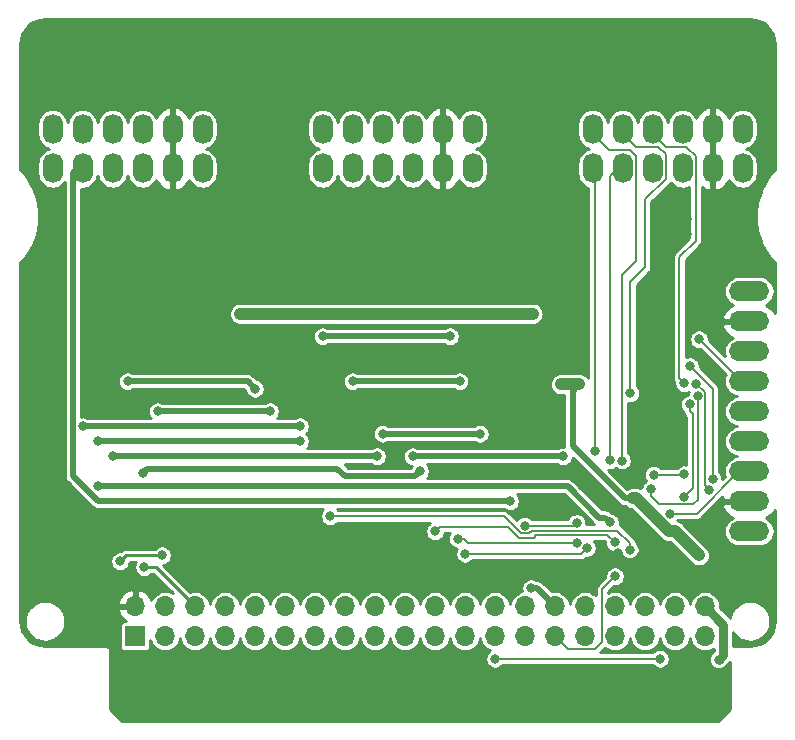
<source format=gbr>
G04 #@! TF.GenerationSoftware,KiCad,Pcbnew,5.1.4-e60b266~84~ubuntu19.04.1*
G04 #@! TF.CreationDate,2019-11-17T18:28:13-08:00*
G04 #@! TF.ProjectId,cartridge,63617274-7269-4646-9765-2e6b69636164,rev?*
G04 #@! TF.SameCoordinates,PX40311b0PY292dfe0*
G04 #@! TF.FileFunction,Copper,L2,Bot*
G04 #@! TF.FilePolarity,Positive*
%FSLAX46Y46*%
G04 Gerber Fmt 4.6, Leading zero omitted, Abs format (unit mm)*
G04 Created by KiCad (PCBNEW 5.1.4-e60b266~84~ubuntu19.04.1) date 2019-11-17 18:28:13*
%MOMM*%
%LPD*%
G04 APERTURE LIST*
%ADD10O,3.400000X1.700000*%
%ADD11R,1.700000X1.700000*%
%ADD12O,1.700000X1.700000*%
%ADD13O,1.700000X2.540000*%
%ADD14C,0.800000*%
%ADD15C,0.508000*%
%ADD16C,1.016000*%
%ADD17C,0.203200*%
%ADD18C,0.254000*%
%ADD19C,0.762000*%
G04 APERTURE END LIST*
D10*
X62165000Y-44450000D03*
X62165000Y-41910000D03*
X62165000Y-39370000D03*
X62165000Y-36830000D03*
X62165000Y-34290000D03*
X62165000Y-31750000D03*
X62165000Y-29210000D03*
X62165000Y-26670000D03*
X62165000Y-24130000D03*
D11*
X10160000Y-53340000D03*
D12*
X10160000Y-50800000D03*
X12700000Y-53340000D03*
X12700000Y-50800000D03*
X15240000Y-53340000D03*
X15240000Y-50800000D03*
X17780000Y-53340000D03*
X17780000Y-50800000D03*
X20320000Y-53340000D03*
X20320000Y-50800000D03*
X22860000Y-53340000D03*
X22860000Y-50800000D03*
X25400000Y-53340000D03*
X25400000Y-50800000D03*
X27940000Y-53340000D03*
X27940000Y-50800000D03*
X30480000Y-53340000D03*
X30480000Y-50800000D03*
X33020000Y-53340000D03*
X33020000Y-50800000D03*
X35560000Y-53340000D03*
X35560000Y-50800000D03*
X38100000Y-53340000D03*
X38100000Y-50800000D03*
X40640000Y-53340000D03*
X40640000Y-50800000D03*
X43180000Y-53340000D03*
X43180000Y-50800000D03*
X45720000Y-53340000D03*
X45720000Y-50800000D03*
X48260000Y-53340000D03*
X48260000Y-50800000D03*
X50800000Y-53340000D03*
X50800000Y-50800000D03*
X53340000Y-53340000D03*
X53340000Y-50800000D03*
X55880000Y-53340000D03*
X55880000Y-50800000D03*
X58420000Y-53340000D03*
X58420000Y-50800000D03*
D13*
X61595000Y-13735000D03*
X61595000Y-10395000D03*
X59055000Y-13735000D03*
X59055000Y-10395000D03*
X56515000Y-13735000D03*
X56515000Y-10395000D03*
X53975000Y-13735000D03*
X53975000Y-10395000D03*
X51435000Y-13735000D03*
X51435000Y-10395000D03*
X48895000Y-13735000D03*
X48895000Y-10395000D03*
X38735000Y-13735000D03*
X38735000Y-10395000D03*
X36195000Y-13735000D03*
X36195000Y-10395000D03*
X33655000Y-13735000D03*
X33655000Y-10395000D03*
X31115000Y-13735000D03*
X31115000Y-10395000D03*
X28575000Y-13735000D03*
X28575000Y-10395000D03*
X26035000Y-13735000D03*
X26035000Y-10395000D03*
X15875000Y-13735000D03*
X15875000Y-10395000D03*
X13335000Y-13735000D03*
X13335000Y-10395000D03*
X10795000Y-13735000D03*
X10795000Y-10395000D03*
X8255000Y-13735000D03*
X8255000Y-10395000D03*
X5715000Y-13735000D03*
X5715000Y-10395000D03*
X3175000Y-13735000D03*
X3175000Y-10395000D03*
D14*
X53024137Y-40059297D03*
X5080000Y-53340000D03*
X13970000Y-19304000D03*
X34925000Y-16510000D03*
X45466000Y-36830000D03*
X56388000Y-38354000D03*
X45466000Y-41910000D03*
X48006000Y-40640000D03*
X51069683Y-46274189D03*
X56896000Y-19304000D03*
X59436000Y-18542000D03*
X59436000Y-19558000D03*
X56896000Y-18034000D03*
X20828000Y-4572000D03*
X47752000Y-32004000D03*
X46228000Y-32004000D03*
X52324000Y-41656000D03*
X57912000Y-46482000D03*
X21590000Y-34290000D03*
X12065000Y-34290000D03*
X20320000Y-32385000D03*
X9525000Y-31750000D03*
X26670000Y-43180000D03*
X51385284Y-38472117D03*
X52039374Y-46004746D03*
X24130000Y-36830000D03*
X6985000Y-36830000D03*
X24130000Y-35560000D03*
X5715000Y-35560000D03*
X30637810Y-38100000D03*
X8255000Y-38100000D03*
X34290000Y-39370000D03*
X10795000Y-39541400D03*
X38100000Y-46355000D03*
X52090368Y-32753847D03*
X48409494Y-45867447D03*
X35560000Y-44450000D03*
X50374422Y-38439465D03*
X50763468Y-45372345D03*
X36830000Y-27940000D03*
X26035000Y-27940000D03*
X37465000Y-45085000D03*
X49066410Y-37618519D03*
X47574611Y-45409126D03*
X40640000Y-55245000D03*
X54610000Y-55245000D03*
X57150000Y-30480000D03*
X59055000Y-40024010D03*
X37636400Y-31750000D03*
X28575000Y-31750000D03*
X43144590Y-43981792D03*
X47549289Y-43745504D03*
X39370000Y-36195000D03*
X31115000Y-36195000D03*
X50800000Y-48260000D03*
X57785000Y-33020000D03*
X53848000Y-40894000D03*
X57912000Y-28194000D03*
X41910000Y-41910000D03*
X43688000Y-49276000D03*
X6985000Y-40640000D03*
X50374422Y-43689514D03*
X33655000Y-38100000D03*
X46393189Y-38107911D03*
X54070000Y-39665831D03*
X56661997Y-39624000D03*
X55417740Y-42996092D03*
X57687545Y-31942455D03*
X58790764Y-40939033D03*
X56650450Y-31904460D03*
X57111543Y-33693457D03*
X56661989Y-41509990D03*
X8890000Y-46990000D03*
X12446000Y-46482000D03*
X10927792Y-47492210D03*
X43815000Y-26035000D03*
X19050000Y-26035000D03*
X59569390Y-55313825D03*
D15*
X62865000Y-41910000D02*
X62992000Y-41910000D01*
D16*
X47752000Y-32004000D02*
X46228000Y-32004000D01*
X55372000Y-44450000D02*
X52578000Y-41656000D01*
X52578000Y-41656000D02*
X52324000Y-41656000D01*
X55880000Y-44450000D02*
X55372000Y-44450000D01*
X57912000Y-46482000D02*
X55880000Y-44450000D01*
D15*
X51638526Y-41656000D02*
X52324000Y-41656000D01*
X47199599Y-37217073D02*
X51638526Y-41656000D01*
X47199599Y-32556401D02*
X47199599Y-37217073D01*
X47752000Y-32004000D02*
X47199599Y-32556401D01*
X21590000Y-34290000D02*
X12065000Y-34290000D01*
X20320000Y-32385000D02*
X19685000Y-31750000D01*
X19685000Y-31750000D02*
X9525000Y-31750000D01*
D17*
X52539010Y-21597295D02*
X52539010Y-12700000D01*
X51385284Y-38472117D02*
X51385284Y-22751021D01*
X51385284Y-22751021D02*
X52539010Y-21597295D01*
X52050000Y-12210990D02*
X50310990Y-12210990D01*
X50310990Y-12210990D02*
X48895000Y-10795000D01*
X52539010Y-12700000D02*
X52050000Y-12210990D01*
X26670000Y-43180000D02*
X41374874Y-43180000D01*
X43778022Y-44399505D02*
X50999818Y-44399505D01*
X43541733Y-44635794D02*
X43778022Y-44399505D01*
X50999818Y-44399505D02*
X52039374Y-45439061D01*
X42830668Y-44635794D02*
X43541733Y-44635794D01*
X41374874Y-43180000D02*
X42830668Y-44635794D01*
X52039374Y-45439061D02*
X52039374Y-46004746D01*
D15*
X24130000Y-36830000D02*
X6985000Y-36830000D01*
X24130000Y-35560000D02*
X5715000Y-35560000D01*
X30637810Y-38100000D02*
X8255000Y-38100000D01*
X33890001Y-39769999D02*
X27927435Y-39769999D01*
X27927435Y-39769999D02*
X27298837Y-39141401D01*
X27298837Y-39141401D02*
X11194999Y-39141401D01*
X11194999Y-39141401D02*
X10795000Y-39541400D01*
X34290000Y-39370000D02*
X33890001Y-39769999D01*
D17*
X52559010Y-11919010D02*
X54464010Y-11919010D01*
X51435000Y-10795000D02*
X52559010Y-11919010D01*
X54464010Y-11919010D02*
X55079010Y-12534010D01*
X55079010Y-12700000D02*
X55079010Y-14439010D01*
X55079010Y-12534010D02*
X55079010Y-14439010D01*
X47921941Y-46355000D02*
X48409494Y-45867447D01*
X38100000Y-46355000D02*
X47921941Y-46355000D01*
X52090368Y-32753847D02*
X52090368Y-23347632D01*
X52090368Y-23347632D02*
X53340000Y-22098000D01*
X55079010Y-14612295D02*
X55079010Y-14439010D01*
X53340000Y-16351305D02*
X55079010Y-14612295D01*
X53340000Y-22098000D02*
X53340000Y-16351305D01*
X50374422Y-14395578D02*
X50374422Y-38439465D01*
X51435000Y-13335000D02*
X50374422Y-14395578D01*
X35560000Y-44450000D02*
X35959999Y-44050001D01*
X43902466Y-44991405D02*
X44138755Y-44755116D01*
X42683370Y-44991405D02*
X43902466Y-44991405D01*
X41741966Y-44050001D02*
X42683370Y-44991405D01*
X35959999Y-44050001D02*
X41741966Y-44050001D01*
X50146239Y-44755116D02*
X50763468Y-45372345D01*
X44138755Y-44755116D02*
X50146239Y-44755116D01*
D15*
X36830000Y-27940000D02*
X26035000Y-27940000D01*
D17*
X48895000Y-13335000D02*
X49066410Y-13506410D01*
X49066410Y-13506410D02*
X49066410Y-37618519D01*
X38354811Y-45409126D02*
X47574611Y-45409126D01*
X38030685Y-45085000D02*
X38354811Y-45409126D01*
X37465000Y-45085000D02*
X38030685Y-45085000D01*
X40640000Y-55245000D02*
X54610000Y-55245000D01*
X59055000Y-32385000D02*
X59055000Y-40024010D01*
X57150000Y-30480000D02*
X59055000Y-32385000D01*
D15*
X37636400Y-31750000D02*
X28575000Y-31750000D01*
D17*
X43144590Y-43981792D02*
X47313001Y-43981792D01*
X47313001Y-43981792D02*
X47549289Y-43745504D01*
D15*
X39370000Y-36195000D02*
X31115000Y-36195000D01*
D17*
X49695999Y-49364001D02*
X49695999Y-53809001D01*
X50800000Y-48260000D02*
X49695999Y-49364001D01*
X49060999Y-54444001D02*
X49695999Y-53809001D01*
X46824001Y-54444001D02*
X49060999Y-54444001D01*
X45720000Y-53340000D02*
X46824001Y-54444001D01*
X57785000Y-33020000D02*
X57785000Y-41783000D01*
X57785000Y-41783000D02*
X57404000Y-42164000D01*
X54552315Y-42164000D02*
X57404000Y-42164000D01*
X53848000Y-41459685D02*
X54552315Y-42164000D01*
X53848000Y-40894000D02*
X53848000Y-41459685D01*
X62865000Y-31750000D02*
X61468000Y-31750000D01*
X61468000Y-31750000D02*
X57912000Y-28194000D01*
D15*
X7061526Y-41910000D02*
X4908599Y-39757073D01*
X4908599Y-39757073D02*
X4908599Y-14141401D01*
X4908599Y-14141401D02*
X5715000Y-13335000D01*
X41910000Y-41910000D02*
X7061526Y-41910000D01*
X44196000Y-49276000D02*
X45720000Y-50800000D01*
X43688000Y-49276000D02*
X44196000Y-49276000D01*
X49435121Y-43289515D02*
X49974423Y-43289515D01*
X6985000Y-40640000D02*
X46785606Y-40640000D01*
X46785606Y-40640000D02*
X49435121Y-43289515D01*
X49974423Y-43289515D02*
X50374422Y-43689514D01*
X33655000Y-38100000D02*
X46385278Y-38100000D01*
X46385278Y-38100000D02*
X46393189Y-38107911D01*
D17*
X54332813Y-39665831D02*
X54070000Y-39665831D01*
X56620166Y-39665831D02*
X56661997Y-39624000D01*
X54070000Y-39665831D02*
X56620166Y-39665831D01*
X57701627Y-42996092D02*
X55417740Y-42996092D01*
X61327719Y-39370000D02*
X57701627Y-42996092D01*
X62865000Y-39370000D02*
X61327719Y-39370000D01*
X58390765Y-40539034D02*
X58790764Y-40939033D01*
X57687545Y-31942455D02*
X58439001Y-32693911D01*
X58439001Y-38837907D02*
X58390765Y-38886143D01*
X58390765Y-38886143D02*
X58390765Y-40539034D01*
X58439001Y-32693911D02*
X58439001Y-38837907D01*
X57111543Y-33693457D02*
X57111543Y-34259142D01*
X57367259Y-34514858D02*
X57367259Y-40804720D01*
X57367259Y-40804720D02*
X56661989Y-41509990D01*
X57111543Y-34259142D02*
X57367259Y-34514858D01*
X56250451Y-31504461D02*
X56650450Y-31904460D01*
X56250451Y-21219549D02*
X56250451Y-31504461D01*
X55099010Y-11919010D02*
X56838020Y-11919010D01*
X57619010Y-12700000D02*
X57619010Y-19850990D01*
X53975000Y-10795000D02*
X55099010Y-11919010D01*
X56838020Y-11919010D02*
X57619010Y-12700000D01*
X57619010Y-19850990D02*
X56250451Y-21219549D01*
D18*
X9398000Y-46482000D02*
X8890000Y-46990000D01*
X12446000Y-46482000D02*
X9398000Y-46482000D01*
X11932210Y-47492210D02*
X10927792Y-47492210D01*
X15240000Y-50800000D02*
X11932210Y-47492210D01*
D16*
X43815000Y-26035000D02*
X19050000Y-26035000D01*
D19*
X58420000Y-50800000D02*
X59969389Y-52349389D01*
X59969389Y-54913826D02*
X59569390Y-55313825D01*
X59969389Y-52349389D02*
X59969389Y-54913826D01*
D18*
G36*
X62634203Y-1133623D02*
G01*
X63023014Y-1251012D01*
X63381611Y-1441682D01*
X63696350Y-1698376D01*
X63955237Y-2011317D01*
X64148405Y-2368574D01*
X64268505Y-2756553D01*
X64313200Y-3181802D01*
X64313201Y-13803740D01*
X63816357Y-14395856D01*
X63816354Y-14395859D01*
X63770683Y-14461084D01*
X63301076Y-15274467D01*
X63301075Y-15274469D01*
X63267423Y-15346634D01*
X62946192Y-16229210D01*
X62941495Y-16246741D01*
X62925584Y-16306122D01*
X62762490Y-17231070D01*
X62762490Y-17231071D01*
X62755550Y-17310393D01*
X62755550Y-18249610D01*
X62762490Y-18328932D01*
X62925584Y-19253878D01*
X62925584Y-19253880D01*
X62946192Y-19330792D01*
X63267423Y-20213368D01*
X63301074Y-20285530D01*
X63301075Y-20285533D01*
X63770682Y-21098916D01*
X63770683Y-21098918D01*
X63816354Y-21164143D01*
X64313201Y-21756262D01*
X64313201Y-25940253D01*
X64154857Y-25709748D01*
X63945619Y-25505824D01*
X63700618Y-25346639D01*
X63561723Y-25291189D01*
X63730576Y-25200935D01*
X63925755Y-25040755D01*
X64085935Y-24845576D01*
X64204959Y-24622897D01*
X64278253Y-24381277D01*
X64303002Y-24130000D01*
X64278253Y-23878723D01*
X64204959Y-23637103D01*
X64085935Y-23414424D01*
X63925755Y-23219245D01*
X63730576Y-23059065D01*
X63507897Y-22940041D01*
X63266277Y-22866747D01*
X63077969Y-22848200D01*
X61252031Y-22848200D01*
X61063723Y-22866747D01*
X60822103Y-22940041D01*
X60599424Y-23059065D01*
X60404245Y-23219245D01*
X60244065Y-23414424D01*
X60125041Y-23637103D01*
X60051747Y-23878723D01*
X60026998Y-24130000D01*
X60051747Y-24381277D01*
X60125041Y-24622897D01*
X60244065Y-24845576D01*
X60404245Y-25040755D01*
X60599424Y-25200935D01*
X60768277Y-25291189D01*
X60629382Y-25346639D01*
X60384381Y-25505824D01*
X60175143Y-25709748D01*
X60009709Y-25950574D01*
X59894437Y-26219047D01*
X59873524Y-26313110D01*
X59994845Y-26543000D01*
X62038000Y-26543000D01*
X62038000Y-26523000D01*
X62292000Y-26523000D01*
X62292000Y-26543000D01*
X62312000Y-26543000D01*
X62312000Y-26797000D01*
X62292000Y-26797000D01*
X62292000Y-26817000D01*
X62038000Y-26817000D01*
X62038000Y-26797000D01*
X59994845Y-26797000D01*
X59873524Y-27026890D01*
X59894437Y-27120953D01*
X60009709Y-27389426D01*
X60175143Y-27630252D01*
X60384381Y-27834176D01*
X60629382Y-27993361D01*
X60768277Y-28048811D01*
X60599424Y-28139065D01*
X60404245Y-28299245D01*
X60244065Y-28494424D01*
X60125041Y-28717103D01*
X60051747Y-28958723D01*
X60026998Y-29210000D01*
X60051747Y-29461277D01*
X60103184Y-29630842D01*
X58743800Y-28271459D01*
X58743800Y-28112075D01*
X58711835Y-27951373D01*
X58649132Y-27799995D01*
X58558101Y-27663758D01*
X58442242Y-27547899D01*
X58306005Y-27456868D01*
X58154627Y-27394165D01*
X57993925Y-27362200D01*
X57830075Y-27362200D01*
X57669373Y-27394165D01*
X57517995Y-27456868D01*
X57381758Y-27547899D01*
X57265899Y-27663758D01*
X57174868Y-27799995D01*
X57112165Y-27951373D01*
X57080200Y-28112075D01*
X57080200Y-28275925D01*
X57112165Y-28436627D01*
X57174868Y-28588005D01*
X57265899Y-28724242D01*
X57381758Y-28840101D01*
X57517995Y-28931132D01*
X57669373Y-28993835D01*
X57830075Y-29025800D01*
X57989459Y-29025800D01*
X60158383Y-31194725D01*
X60125041Y-31257103D01*
X60051747Y-31498723D01*
X60026998Y-31750000D01*
X60051747Y-32001277D01*
X60125041Y-32242897D01*
X60244065Y-32465576D01*
X60404245Y-32660755D01*
X60599424Y-32820935D01*
X60822103Y-32939959D01*
X61063723Y-33013253D01*
X61132225Y-33020000D01*
X61063723Y-33026747D01*
X60822103Y-33100041D01*
X60599424Y-33219065D01*
X60404245Y-33379245D01*
X60244065Y-33574424D01*
X60125041Y-33797103D01*
X60051747Y-34038723D01*
X60026998Y-34290000D01*
X60051747Y-34541277D01*
X60125041Y-34782897D01*
X60244065Y-35005576D01*
X60404245Y-35200755D01*
X60599424Y-35360935D01*
X60822103Y-35479959D01*
X61063723Y-35553253D01*
X61132225Y-35560000D01*
X61063723Y-35566747D01*
X60822103Y-35640041D01*
X60599424Y-35759065D01*
X60404245Y-35919245D01*
X60244065Y-36114424D01*
X60125041Y-36337103D01*
X60051747Y-36578723D01*
X60026998Y-36830000D01*
X60051747Y-37081277D01*
X60125041Y-37322897D01*
X60244065Y-37545576D01*
X60404245Y-37740755D01*
X60599424Y-37900935D01*
X60822103Y-38019959D01*
X61063723Y-38093253D01*
X61132225Y-38100000D01*
X61063723Y-38106747D01*
X60822103Y-38180041D01*
X60599424Y-38299065D01*
X60404245Y-38459245D01*
X60244065Y-38654424D01*
X60125041Y-38877103D01*
X60051747Y-39118723D01*
X60026998Y-39370000D01*
X60051747Y-39621277D01*
X60114670Y-39828707D01*
X59886800Y-40056577D01*
X59886800Y-39942085D01*
X59854835Y-39781383D01*
X59792132Y-39630005D01*
X59701101Y-39493768D01*
X59588400Y-39381067D01*
X59588400Y-32411187D01*
X59590979Y-32385000D01*
X59588400Y-32358813D01*
X59588400Y-32358805D01*
X59580681Y-32280435D01*
X59550181Y-32179889D01*
X59500651Y-32087225D01*
X59433995Y-32006005D01*
X59413645Y-31989304D01*
X57981800Y-30557459D01*
X57981800Y-30398075D01*
X57949835Y-30237373D01*
X57887132Y-30085995D01*
X57796101Y-29949758D01*
X57680242Y-29833899D01*
X57544005Y-29742868D01*
X57392627Y-29680165D01*
X57231925Y-29648200D01*
X57068075Y-29648200D01*
X56907373Y-29680165D01*
X56783851Y-29731330D01*
X56783851Y-21440490D01*
X57977655Y-20246686D01*
X57998005Y-20229985D01*
X58064661Y-20148765D01*
X58114191Y-20056101D01*
X58144691Y-19955555D01*
X58152410Y-19877185D01*
X58152410Y-19877184D01*
X58154990Y-19850990D01*
X58152410Y-19824796D01*
X58152410Y-15334468D01*
X58335574Y-15460291D01*
X58604047Y-15575563D01*
X58698110Y-15596476D01*
X58928000Y-15475155D01*
X58928000Y-13862000D01*
X58908000Y-13862000D01*
X58908000Y-13608000D01*
X58928000Y-13608000D01*
X58928000Y-10522000D01*
X58908000Y-10522000D01*
X58908000Y-10268000D01*
X58928000Y-10268000D01*
X58928000Y-8654845D01*
X59182000Y-8654845D01*
X59182000Y-10268000D01*
X59202000Y-10268000D01*
X59202000Y-10522000D01*
X59182000Y-10522000D01*
X59182000Y-13608000D01*
X59202000Y-13608000D01*
X59202000Y-13862000D01*
X59182000Y-13862000D01*
X59182000Y-15475155D01*
X59411890Y-15596476D01*
X59505953Y-15575563D01*
X59774426Y-15460291D01*
X60015252Y-15294857D01*
X60219176Y-15085619D01*
X60378361Y-14840618D01*
X60433812Y-14701722D01*
X60524065Y-14870575D01*
X60684245Y-15065755D01*
X60879424Y-15225935D01*
X61102103Y-15344959D01*
X61343723Y-15418253D01*
X61595000Y-15443002D01*
X61846276Y-15418253D01*
X62087896Y-15344959D01*
X62310575Y-15225935D01*
X62505755Y-15065755D01*
X62665935Y-14870576D01*
X62784959Y-14647897D01*
X62858253Y-14406277D01*
X62876800Y-14217969D01*
X62876800Y-13252032D01*
X62858253Y-13063723D01*
X62784959Y-12822103D01*
X62665935Y-12599424D01*
X62505755Y-12404245D01*
X62310576Y-12244065D01*
X62087897Y-12125041D01*
X61889966Y-12065000D01*
X62087896Y-12004959D01*
X62310575Y-11885935D01*
X62505755Y-11725755D01*
X62665935Y-11530576D01*
X62784959Y-11307897D01*
X62858253Y-11066277D01*
X62876800Y-10877969D01*
X62876800Y-9912032D01*
X62858253Y-9723723D01*
X62784959Y-9482103D01*
X62665935Y-9259424D01*
X62505755Y-9064245D01*
X62310576Y-8904065D01*
X62087897Y-8785041D01*
X61846277Y-8711747D01*
X61595000Y-8686998D01*
X61343724Y-8711747D01*
X61102104Y-8785041D01*
X60879425Y-8904065D01*
X60684246Y-9064245D01*
X60524065Y-9259424D01*
X60433811Y-9428277D01*
X60378361Y-9289382D01*
X60219176Y-9044381D01*
X60015252Y-8835143D01*
X59774426Y-8669709D01*
X59505953Y-8554437D01*
X59411890Y-8533524D01*
X59182000Y-8654845D01*
X58928000Y-8654845D01*
X58698110Y-8533524D01*
X58604047Y-8554437D01*
X58335574Y-8669709D01*
X58094748Y-8835143D01*
X57890824Y-9044381D01*
X57731639Y-9289382D01*
X57676189Y-9428277D01*
X57585935Y-9259424D01*
X57425755Y-9064245D01*
X57230576Y-8904065D01*
X57007897Y-8785041D01*
X56766277Y-8711747D01*
X56515000Y-8686998D01*
X56263724Y-8711747D01*
X56022104Y-8785041D01*
X55799425Y-8904065D01*
X55604246Y-9064245D01*
X55444065Y-9259424D01*
X55325041Y-9482103D01*
X55251747Y-9723723D01*
X55245000Y-9792226D01*
X55238253Y-9723723D01*
X55164959Y-9482103D01*
X55045935Y-9259424D01*
X54885755Y-9064245D01*
X54690576Y-8904065D01*
X54467897Y-8785041D01*
X54226277Y-8711747D01*
X53975000Y-8686998D01*
X53723724Y-8711747D01*
X53482104Y-8785041D01*
X53259425Y-8904065D01*
X53064246Y-9064245D01*
X52904065Y-9259424D01*
X52785041Y-9482103D01*
X52711747Y-9723723D01*
X52705000Y-9792226D01*
X52698253Y-9723723D01*
X52624959Y-9482103D01*
X52505935Y-9259424D01*
X52345755Y-9064245D01*
X52150576Y-8904065D01*
X51927897Y-8785041D01*
X51686277Y-8711747D01*
X51435000Y-8686998D01*
X51183724Y-8711747D01*
X50942104Y-8785041D01*
X50719425Y-8904065D01*
X50524246Y-9064245D01*
X50364065Y-9259424D01*
X50245041Y-9482103D01*
X50171747Y-9723723D01*
X50165000Y-9792226D01*
X50158253Y-9723723D01*
X50084959Y-9482103D01*
X49965935Y-9259424D01*
X49805755Y-9064245D01*
X49610576Y-8904065D01*
X49387897Y-8785041D01*
X49146277Y-8711747D01*
X48895000Y-8686998D01*
X48643724Y-8711747D01*
X48402104Y-8785041D01*
X48179425Y-8904065D01*
X47984246Y-9064245D01*
X47824065Y-9259424D01*
X47705041Y-9482103D01*
X47631747Y-9723723D01*
X47613200Y-9912031D01*
X47613200Y-10877968D01*
X47631747Y-11066276D01*
X47705041Y-11307896D01*
X47824065Y-11530575D01*
X47984245Y-11725755D01*
X48179424Y-11885935D01*
X48402103Y-12004959D01*
X48600034Y-12065000D01*
X48402104Y-12125041D01*
X48179425Y-12244065D01*
X47984246Y-12404245D01*
X47824065Y-12599424D01*
X47705041Y-12822103D01*
X47631747Y-13063723D01*
X47613200Y-13252031D01*
X47613200Y-14217968D01*
X47631747Y-14406276D01*
X47705041Y-14647896D01*
X47824065Y-14870575D01*
X47984245Y-15065755D01*
X48179424Y-15225935D01*
X48402103Y-15344959D01*
X48533010Y-15384669D01*
X48533011Y-31474249D01*
X48419754Y-31336246D01*
X48276651Y-31218804D01*
X48113386Y-31131537D01*
X47936233Y-31077798D01*
X47798167Y-31064200D01*
X46181833Y-31064200D01*
X46043767Y-31077798D01*
X45866614Y-31131537D01*
X45703349Y-31218804D01*
X45560246Y-31336246D01*
X45442804Y-31479349D01*
X45355537Y-31642614D01*
X45301798Y-31819767D01*
X45283653Y-32004000D01*
X45301798Y-32188233D01*
X45355537Y-32365386D01*
X45442804Y-32528651D01*
X45560246Y-32671754D01*
X45703349Y-32789196D01*
X45866614Y-32876463D01*
X46043767Y-32930202D01*
X46181833Y-32943800D01*
X46513799Y-32943800D01*
X46513800Y-37183384D01*
X46510482Y-37217073D01*
X46517120Y-37284466D01*
X46475114Y-37276111D01*
X46311264Y-37276111D01*
X46150562Y-37308076D01*
X45999184Y-37370779D01*
X45934200Y-37414200D01*
X34125828Y-37414200D01*
X34049005Y-37362868D01*
X33897627Y-37300165D01*
X33736925Y-37268200D01*
X33573075Y-37268200D01*
X33412373Y-37300165D01*
X33260995Y-37362868D01*
X33124758Y-37453899D01*
X33008899Y-37569758D01*
X32917868Y-37705995D01*
X32855165Y-37857373D01*
X32823200Y-38018075D01*
X32823200Y-38181925D01*
X32855165Y-38342627D01*
X32917868Y-38494005D01*
X33008899Y-38630242D01*
X33124758Y-38746101D01*
X33260995Y-38837132D01*
X33412373Y-38899835D01*
X33573075Y-38931800D01*
X33582398Y-38931800D01*
X33552868Y-38975995D01*
X33508048Y-39084199D01*
X28211502Y-39084199D01*
X27913103Y-38785800D01*
X30166982Y-38785800D01*
X30243805Y-38837132D01*
X30395183Y-38899835D01*
X30555885Y-38931800D01*
X30719735Y-38931800D01*
X30880437Y-38899835D01*
X31031815Y-38837132D01*
X31168052Y-38746101D01*
X31283911Y-38630242D01*
X31374942Y-38494005D01*
X31437645Y-38342627D01*
X31469610Y-38181925D01*
X31469610Y-38018075D01*
X31437645Y-37857373D01*
X31374942Y-37705995D01*
X31283911Y-37569758D01*
X31168052Y-37453899D01*
X31031815Y-37362868D01*
X30880437Y-37300165D01*
X30719735Y-37268200D01*
X30555885Y-37268200D01*
X30395183Y-37300165D01*
X30243805Y-37362868D01*
X30166982Y-37414200D01*
X24722143Y-37414200D01*
X24776101Y-37360242D01*
X24867132Y-37224005D01*
X24929835Y-37072627D01*
X24961800Y-36911925D01*
X24961800Y-36748075D01*
X24929835Y-36587373D01*
X24867132Y-36435995D01*
X24776101Y-36299758D01*
X24671343Y-36195000D01*
X24753268Y-36113075D01*
X30283200Y-36113075D01*
X30283200Y-36276925D01*
X30315165Y-36437627D01*
X30377868Y-36589005D01*
X30468899Y-36725242D01*
X30584758Y-36841101D01*
X30720995Y-36932132D01*
X30872373Y-36994835D01*
X31033075Y-37026800D01*
X31196925Y-37026800D01*
X31357627Y-36994835D01*
X31509005Y-36932132D01*
X31585828Y-36880800D01*
X38899172Y-36880800D01*
X38975995Y-36932132D01*
X39127373Y-36994835D01*
X39288075Y-37026800D01*
X39451925Y-37026800D01*
X39612627Y-36994835D01*
X39764005Y-36932132D01*
X39900242Y-36841101D01*
X40016101Y-36725242D01*
X40107132Y-36589005D01*
X40169835Y-36437627D01*
X40201800Y-36276925D01*
X40201800Y-36113075D01*
X40169835Y-35952373D01*
X40107132Y-35800995D01*
X40016101Y-35664758D01*
X39900242Y-35548899D01*
X39764005Y-35457868D01*
X39612627Y-35395165D01*
X39451925Y-35363200D01*
X39288075Y-35363200D01*
X39127373Y-35395165D01*
X38975995Y-35457868D01*
X38899172Y-35509200D01*
X31585828Y-35509200D01*
X31509005Y-35457868D01*
X31357627Y-35395165D01*
X31196925Y-35363200D01*
X31033075Y-35363200D01*
X30872373Y-35395165D01*
X30720995Y-35457868D01*
X30584758Y-35548899D01*
X30468899Y-35664758D01*
X30377868Y-35800995D01*
X30315165Y-35952373D01*
X30283200Y-36113075D01*
X24753268Y-36113075D01*
X24776101Y-36090242D01*
X24867132Y-35954005D01*
X24929835Y-35802627D01*
X24961800Y-35641925D01*
X24961800Y-35478075D01*
X24929835Y-35317373D01*
X24867132Y-35165995D01*
X24776101Y-35029758D01*
X24660242Y-34913899D01*
X24524005Y-34822868D01*
X24372627Y-34760165D01*
X24211925Y-34728200D01*
X24048075Y-34728200D01*
X23887373Y-34760165D01*
X23735995Y-34822868D01*
X23659172Y-34874200D01*
X22182143Y-34874200D01*
X22236101Y-34820242D01*
X22327132Y-34684005D01*
X22389835Y-34532627D01*
X22421800Y-34371925D01*
X22421800Y-34208075D01*
X22389835Y-34047373D01*
X22327132Y-33895995D01*
X22236101Y-33759758D01*
X22120242Y-33643899D01*
X21984005Y-33552868D01*
X21832627Y-33490165D01*
X21671925Y-33458200D01*
X21508075Y-33458200D01*
X21347373Y-33490165D01*
X21195995Y-33552868D01*
X21119172Y-33604200D01*
X12535828Y-33604200D01*
X12459005Y-33552868D01*
X12307627Y-33490165D01*
X12146925Y-33458200D01*
X11983075Y-33458200D01*
X11822373Y-33490165D01*
X11670995Y-33552868D01*
X11534758Y-33643899D01*
X11418899Y-33759758D01*
X11327868Y-33895995D01*
X11265165Y-34047373D01*
X11233200Y-34208075D01*
X11233200Y-34371925D01*
X11265165Y-34532627D01*
X11327868Y-34684005D01*
X11418899Y-34820242D01*
X11472857Y-34874200D01*
X6185828Y-34874200D01*
X6109005Y-34822868D01*
X5957627Y-34760165D01*
X5796925Y-34728200D01*
X5633075Y-34728200D01*
X5594399Y-34735893D01*
X5594399Y-31668075D01*
X8693200Y-31668075D01*
X8693200Y-31831925D01*
X8725165Y-31992627D01*
X8787868Y-32144005D01*
X8878899Y-32280242D01*
X8994758Y-32396101D01*
X9130995Y-32487132D01*
X9282373Y-32549835D01*
X9443075Y-32581800D01*
X9606925Y-32581800D01*
X9767627Y-32549835D01*
X9919005Y-32487132D01*
X9995828Y-32435800D01*
X19400933Y-32435800D01*
X19502140Y-32537007D01*
X19520165Y-32627627D01*
X19582868Y-32779005D01*
X19673899Y-32915242D01*
X19789758Y-33031101D01*
X19925995Y-33122132D01*
X20077373Y-33184835D01*
X20238075Y-33216800D01*
X20401925Y-33216800D01*
X20562627Y-33184835D01*
X20714005Y-33122132D01*
X20850242Y-33031101D01*
X20966101Y-32915242D01*
X21057132Y-32779005D01*
X21119835Y-32627627D01*
X21151800Y-32466925D01*
X21151800Y-32303075D01*
X21119835Y-32142373D01*
X21057132Y-31990995D01*
X20966101Y-31854758D01*
X20850242Y-31738899D01*
X20744247Y-31668075D01*
X27743200Y-31668075D01*
X27743200Y-31831925D01*
X27775165Y-31992627D01*
X27837868Y-32144005D01*
X27928899Y-32280242D01*
X28044758Y-32396101D01*
X28180995Y-32487132D01*
X28332373Y-32549835D01*
X28493075Y-32581800D01*
X28656925Y-32581800D01*
X28817627Y-32549835D01*
X28969005Y-32487132D01*
X29045828Y-32435800D01*
X37165572Y-32435800D01*
X37242395Y-32487132D01*
X37393773Y-32549835D01*
X37554475Y-32581800D01*
X37718325Y-32581800D01*
X37879027Y-32549835D01*
X38030405Y-32487132D01*
X38166642Y-32396101D01*
X38282501Y-32280242D01*
X38373532Y-32144005D01*
X38436235Y-31992627D01*
X38468200Y-31831925D01*
X38468200Y-31668075D01*
X38436235Y-31507373D01*
X38373532Y-31355995D01*
X38282501Y-31219758D01*
X38166642Y-31103899D01*
X38030405Y-31012868D01*
X37879027Y-30950165D01*
X37718325Y-30918200D01*
X37554475Y-30918200D01*
X37393773Y-30950165D01*
X37242395Y-31012868D01*
X37165572Y-31064200D01*
X29045828Y-31064200D01*
X28969005Y-31012868D01*
X28817627Y-30950165D01*
X28656925Y-30918200D01*
X28493075Y-30918200D01*
X28332373Y-30950165D01*
X28180995Y-31012868D01*
X28044758Y-31103899D01*
X27928899Y-31219758D01*
X27837868Y-31355995D01*
X27775165Y-31507373D01*
X27743200Y-31668075D01*
X20744247Y-31668075D01*
X20714005Y-31647868D01*
X20562627Y-31585165D01*
X20472007Y-31567140D01*
X20193758Y-31288891D01*
X20172280Y-31262720D01*
X20067853Y-31177019D01*
X19948714Y-31113338D01*
X19819440Y-31074123D01*
X19718689Y-31064200D01*
X19718679Y-31064200D01*
X19685000Y-31060883D01*
X19651321Y-31064200D01*
X9995828Y-31064200D01*
X9919005Y-31012868D01*
X9767627Y-30950165D01*
X9606925Y-30918200D01*
X9443075Y-30918200D01*
X9282373Y-30950165D01*
X9130995Y-31012868D01*
X8994758Y-31103899D01*
X8878899Y-31219758D01*
X8787868Y-31355995D01*
X8725165Y-31507373D01*
X8693200Y-31668075D01*
X5594399Y-31668075D01*
X5594399Y-27858075D01*
X25203200Y-27858075D01*
X25203200Y-28021925D01*
X25235165Y-28182627D01*
X25297868Y-28334005D01*
X25388899Y-28470242D01*
X25504758Y-28586101D01*
X25640995Y-28677132D01*
X25792373Y-28739835D01*
X25953075Y-28771800D01*
X26116925Y-28771800D01*
X26277627Y-28739835D01*
X26429005Y-28677132D01*
X26505828Y-28625800D01*
X36359172Y-28625800D01*
X36435995Y-28677132D01*
X36587373Y-28739835D01*
X36748075Y-28771800D01*
X36911925Y-28771800D01*
X37072627Y-28739835D01*
X37224005Y-28677132D01*
X37360242Y-28586101D01*
X37476101Y-28470242D01*
X37567132Y-28334005D01*
X37629835Y-28182627D01*
X37661800Y-28021925D01*
X37661800Y-27858075D01*
X37629835Y-27697373D01*
X37567132Y-27545995D01*
X37476101Y-27409758D01*
X37360242Y-27293899D01*
X37224005Y-27202868D01*
X37072627Y-27140165D01*
X36911925Y-27108200D01*
X36748075Y-27108200D01*
X36587373Y-27140165D01*
X36435995Y-27202868D01*
X36359172Y-27254200D01*
X26505828Y-27254200D01*
X26429005Y-27202868D01*
X26277627Y-27140165D01*
X26116925Y-27108200D01*
X25953075Y-27108200D01*
X25792373Y-27140165D01*
X25640995Y-27202868D01*
X25504758Y-27293899D01*
X25388899Y-27409758D01*
X25297868Y-27545995D01*
X25235165Y-27697373D01*
X25203200Y-27858075D01*
X5594399Y-27858075D01*
X5594399Y-26035000D01*
X18105653Y-26035000D01*
X18123798Y-26219233D01*
X18177537Y-26396386D01*
X18264804Y-26559651D01*
X18382246Y-26702754D01*
X18525349Y-26820196D01*
X18688614Y-26907463D01*
X18865767Y-26961202D01*
X19003833Y-26974800D01*
X43861167Y-26974800D01*
X43999233Y-26961202D01*
X44176386Y-26907463D01*
X44339651Y-26820196D01*
X44482754Y-26702754D01*
X44600196Y-26559651D01*
X44687463Y-26396386D01*
X44741202Y-26219233D01*
X44759347Y-26035000D01*
X44741202Y-25850767D01*
X44687463Y-25673614D01*
X44600196Y-25510349D01*
X44482754Y-25367246D01*
X44339651Y-25249804D01*
X44176386Y-25162537D01*
X43999233Y-25108798D01*
X43861167Y-25095200D01*
X19003833Y-25095200D01*
X18865767Y-25108798D01*
X18688614Y-25162537D01*
X18525349Y-25249804D01*
X18382246Y-25367246D01*
X18264804Y-25510349D01*
X18177537Y-25673614D01*
X18123798Y-25850767D01*
X18105653Y-26035000D01*
X5594399Y-26035000D01*
X5594399Y-15431124D01*
X5715000Y-15443002D01*
X5966276Y-15418253D01*
X6207896Y-15344959D01*
X6430575Y-15225935D01*
X6625755Y-15065755D01*
X6785935Y-14870576D01*
X6904959Y-14647897D01*
X6978253Y-14406277D01*
X6985000Y-14337774D01*
X6991747Y-14406276D01*
X7065041Y-14647896D01*
X7184065Y-14870575D01*
X7344245Y-15065755D01*
X7539424Y-15225935D01*
X7762103Y-15344959D01*
X8003723Y-15418253D01*
X8255000Y-15443002D01*
X8506276Y-15418253D01*
X8747896Y-15344959D01*
X8970575Y-15225935D01*
X9165755Y-15065755D01*
X9325935Y-14870576D01*
X9444959Y-14647897D01*
X9518253Y-14406277D01*
X9525000Y-14337774D01*
X9531747Y-14406276D01*
X9605041Y-14647896D01*
X9724065Y-14870575D01*
X9884245Y-15065755D01*
X10079424Y-15225935D01*
X10302103Y-15344959D01*
X10543723Y-15418253D01*
X10795000Y-15443002D01*
X11046276Y-15418253D01*
X11287896Y-15344959D01*
X11510575Y-15225935D01*
X11705755Y-15065755D01*
X11865935Y-14870576D01*
X11956189Y-14701723D01*
X12011639Y-14840618D01*
X12170824Y-15085619D01*
X12374748Y-15294857D01*
X12615574Y-15460291D01*
X12884047Y-15575563D01*
X12978110Y-15596476D01*
X13208000Y-15475155D01*
X13208000Y-13862000D01*
X13188000Y-13862000D01*
X13188000Y-13608000D01*
X13208000Y-13608000D01*
X13208000Y-10522000D01*
X13188000Y-10522000D01*
X13188000Y-10268000D01*
X13208000Y-10268000D01*
X13208000Y-8654845D01*
X13462000Y-8654845D01*
X13462000Y-10268000D01*
X13482000Y-10268000D01*
X13482000Y-10522000D01*
X13462000Y-10522000D01*
X13462000Y-13608000D01*
X13482000Y-13608000D01*
X13482000Y-13862000D01*
X13462000Y-13862000D01*
X13462000Y-15475155D01*
X13691890Y-15596476D01*
X13785953Y-15575563D01*
X14054426Y-15460291D01*
X14295252Y-15294857D01*
X14499176Y-15085619D01*
X14658361Y-14840618D01*
X14713812Y-14701722D01*
X14804065Y-14870575D01*
X14964245Y-15065755D01*
X15159424Y-15225935D01*
X15382103Y-15344959D01*
X15623723Y-15418253D01*
X15875000Y-15443002D01*
X16126276Y-15418253D01*
X16367896Y-15344959D01*
X16590575Y-15225935D01*
X16785755Y-15065755D01*
X16945935Y-14870576D01*
X17064959Y-14647897D01*
X17138253Y-14406277D01*
X17156800Y-14217969D01*
X17156800Y-13252032D01*
X17138253Y-13063723D01*
X17064959Y-12822103D01*
X16945935Y-12599424D01*
X16785755Y-12404245D01*
X16590576Y-12244065D01*
X16367897Y-12125041D01*
X16169966Y-12065000D01*
X16367896Y-12004959D01*
X16590575Y-11885935D01*
X16785755Y-11725755D01*
X16945935Y-11530576D01*
X17064959Y-11307897D01*
X17138253Y-11066277D01*
X17156800Y-10877969D01*
X17156800Y-9912032D01*
X17156800Y-9912031D01*
X24753200Y-9912031D01*
X24753200Y-10877968D01*
X24771747Y-11066276D01*
X24845041Y-11307896D01*
X24964065Y-11530575D01*
X25124245Y-11725755D01*
X25319424Y-11885935D01*
X25542103Y-12004959D01*
X25740034Y-12065000D01*
X25542104Y-12125041D01*
X25319425Y-12244065D01*
X25124246Y-12404245D01*
X24964065Y-12599424D01*
X24845041Y-12822103D01*
X24771747Y-13063723D01*
X24753200Y-13252031D01*
X24753200Y-14217968D01*
X24771747Y-14406276D01*
X24845041Y-14647896D01*
X24964065Y-14870575D01*
X25124245Y-15065755D01*
X25319424Y-15225935D01*
X25542103Y-15344959D01*
X25783723Y-15418253D01*
X26035000Y-15443002D01*
X26286276Y-15418253D01*
X26527896Y-15344959D01*
X26750575Y-15225935D01*
X26945755Y-15065755D01*
X27105935Y-14870576D01*
X27224959Y-14647897D01*
X27298253Y-14406277D01*
X27305000Y-14337774D01*
X27311747Y-14406276D01*
X27385041Y-14647896D01*
X27504065Y-14870575D01*
X27664245Y-15065755D01*
X27859424Y-15225935D01*
X28082103Y-15344959D01*
X28323723Y-15418253D01*
X28575000Y-15443002D01*
X28826276Y-15418253D01*
X29067896Y-15344959D01*
X29290575Y-15225935D01*
X29485755Y-15065755D01*
X29645935Y-14870576D01*
X29764959Y-14647897D01*
X29838253Y-14406277D01*
X29845000Y-14337774D01*
X29851747Y-14406276D01*
X29925041Y-14647896D01*
X30044065Y-14870575D01*
X30204245Y-15065755D01*
X30399424Y-15225935D01*
X30622103Y-15344959D01*
X30863723Y-15418253D01*
X31115000Y-15443002D01*
X31366276Y-15418253D01*
X31607896Y-15344959D01*
X31830575Y-15225935D01*
X32025755Y-15065755D01*
X32185935Y-14870576D01*
X32304959Y-14647897D01*
X32378253Y-14406277D01*
X32385000Y-14337774D01*
X32391747Y-14406276D01*
X32465041Y-14647896D01*
X32584065Y-14870575D01*
X32744245Y-15065755D01*
X32939424Y-15225935D01*
X33162103Y-15344959D01*
X33403723Y-15418253D01*
X33655000Y-15443002D01*
X33906276Y-15418253D01*
X34147896Y-15344959D01*
X34370575Y-15225935D01*
X34565755Y-15065755D01*
X34725935Y-14870576D01*
X34816189Y-14701723D01*
X34871639Y-14840618D01*
X35030824Y-15085619D01*
X35234748Y-15294857D01*
X35475574Y-15460291D01*
X35744047Y-15575563D01*
X35838110Y-15596476D01*
X36068000Y-15475155D01*
X36068000Y-13862000D01*
X36048000Y-13862000D01*
X36048000Y-13608000D01*
X36068000Y-13608000D01*
X36068000Y-10522000D01*
X36048000Y-10522000D01*
X36048000Y-10268000D01*
X36068000Y-10268000D01*
X36068000Y-8654845D01*
X36322000Y-8654845D01*
X36322000Y-10268000D01*
X36342000Y-10268000D01*
X36342000Y-10522000D01*
X36322000Y-10522000D01*
X36322000Y-13608000D01*
X36342000Y-13608000D01*
X36342000Y-13862000D01*
X36322000Y-13862000D01*
X36322000Y-15475155D01*
X36551890Y-15596476D01*
X36645953Y-15575563D01*
X36914426Y-15460291D01*
X37155252Y-15294857D01*
X37359176Y-15085619D01*
X37518361Y-14840618D01*
X37573812Y-14701722D01*
X37664065Y-14870575D01*
X37824245Y-15065755D01*
X38019424Y-15225935D01*
X38242103Y-15344959D01*
X38483723Y-15418253D01*
X38735000Y-15443002D01*
X38986276Y-15418253D01*
X39227896Y-15344959D01*
X39450575Y-15225935D01*
X39645755Y-15065755D01*
X39805935Y-14870576D01*
X39924959Y-14647897D01*
X39998253Y-14406277D01*
X40016800Y-14217969D01*
X40016800Y-13252032D01*
X39998253Y-13063723D01*
X39924959Y-12822103D01*
X39805935Y-12599424D01*
X39645755Y-12404245D01*
X39450576Y-12244065D01*
X39227897Y-12125041D01*
X39029966Y-12065000D01*
X39227896Y-12004959D01*
X39450575Y-11885935D01*
X39645755Y-11725755D01*
X39805935Y-11530576D01*
X39924959Y-11307897D01*
X39998253Y-11066277D01*
X40016800Y-10877969D01*
X40016800Y-9912032D01*
X39998253Y-9723723D01*
X39924959Y-9482103D01*
X39805935Y-9259424D01*
X39645755Y-9064245D01*
X39450576Y-8904065D01*
X39227897Y-8785041D01*
X38986277Y-8711747D01*
X38735000Y-8686998D01*
X38483724Y-8711747D01*
X38242104Y-8785041D01*
X38019425Y-8904065D01*
X37824246Y-9064245D01*
X37664065Y-9259424D01*
X37573811Y-9428277D01*
X37518361Y-9289382D01*
X37359176Y-9044381D01*
X37155252Y-8835143D01*
X36914426Y-8669709D01*
X36645953Y-8554437D01*
X36551890Y-8533524D01*
X36322000Y-8654845D01*
X36068000Y-8654845D01*
X35838110Y-8533524D01*
X35744047Y-8554437D01*
X35475574Y-8669709D01*
X35234748Y-8835143D01*
X35030824Y-9044381D01*
X34871639Y-9289382D01*
X34816189Y-9428277D01*
X34725935Y-9259424D01*
X34565755Y-9064245D01*
X34370576Y-8904065D01*
X34147897Y-8785041D01*
X33906277Y-8711747D01*
X33655000Y-8686998D01*
X33403724Y-8711747D01*
X33162104Y-8785041D01*
X32939425Y-8904065D01*
X32744246Y-9064245D01*
X32584065Y-9259424D01*
X32465041Y-9482103D01*
X32391747Y-9723723D01*
X32385000Y-9792226D01*
X32378253Y-9723723D01*
X32304959Y-9482103D01*
X32185935Y-9259424D01*
X32025755Y-9064245D01*
X31830576Y-8904065D01*
X31607897Y-8785041D01*
X31366277Y-8711747D01*
X31115000Y-8686998D01*
X30863724Y-8711747D01*
X30622104Y-8785041D01*
X30399425Y-8904065D01*
X30204246Y-9064245D01*
X30044065Y-9259424D01*
X29925041Y-9482103D01*
X29851747Y-9723723D01*
X29845000Y-9792226D01*
X29838253Y-9723723D01*
X29764959Y-9482103D01*
X29645935Y-9259424D01*
X29485755Y-9064245D01*
X29290576Y-8904065D01*
X29067897Y-8785041D01*
X28826277Y-8711747D01*
X28575000Y-8686998D01*
X28323724Y-8711747D01*
X28082104Y-8785041D01*
X27859425Y-8904065D01*
X27664246Y-9064245D01*
X27504065Y-9259424D01*
X27385041Y-9482103D01*
X27311747Y-9723723D01*
X27305000Y-9792226D01*
X27298253Y-9723723D01*
X27224959Y-9482103D01*
X27105935Y-9259424D01*
X26945755Y-9064245D01*
X26750576Y-8904065D01*
X26527897Y-8785041D01*
X26286277Y-8711747D01*
X26035000Y-8686998D01*
X25783724Y-8711747D01*
X25542104Y-8785041D01*
X25319425Y-8904065D01*
X25124246Y-9064245D01*
X24964065Y-9259424D01*
X24845041Y-9482103D01*
X24771747Y-9723723D01*
X24753200Y-9912031D01*
X17156800Y-9912031D01*
X17138253Y-9723723D01*
X17064959Y-9482103D01*
X16945935Y-9259424D01*
X16785755Y-9064245D01*
X16590576Y-8904065D01*
X16367897Y-8785041D01*
X16126277Y-8711747D01*
X15875000Y-8686998D01*
X15623724Y-8711747D01*
X15382104Y-8785041D01*
X15159425Y-8904065D01*
X14964246Y-9064245D01*
X14804065Y-9259424D01*
X14713811Y-9428277D01*
X14658361Y-9289382D01*
X14499176Y-9044381D01*
X14295252Y-8835143D01*
X14054426Y-8669709D01*
X13785953Y-8554437D01*
X13691890Y-8533524D01*
X13462000Y-8654845D01*
X13208000Y-8654845D01*
X12978110Y-8533524D01*
X12884047Y-8554437D01*
X12615574Y-8669709D01*
X12374748Y-8835143D01*
X12170824Y-9044381D01*
X12011639Y-9289382D01*
X11956189Y-9428277D01*
X11865935Y-9259424D01*
X11705755Y-9064245D01*
X11510576Y-8904065D01*
X11287897Y-8785041D01*
X11046277Y-8711747D01*
X10795000Y-8686998D01*
X10543724Y-8711747D01*
X10302104Y-8785041D01*
X10079425Y-8904065D01*
X9884246Y-9064245D01*
X9724065Y-9259424D01*
X9605041Y-9482103D01*
X9531747Y-9723723D01*
X9525000Y-9792226D01*
X9518253Y-9723723D01*
X9444959Y-9482103D01*
X9325935Y-9259424D01*
X9165755Y-9064245D01*
X8970576Y-8904065D01*
X8747897Y-8785041D01*
X8506277Y-8711747D01*
X8255000Y-8686998D01*
X8003724Y-8711747D01*
X7762104Y-8785041D01*
X7539425Y-8904065D01*
X7344246Y-9064245D01*
X7184065Y-9259424D01*
X7065041Y-9482103D01*
X6991747Y-9723723D01*
X6985000Y-9792226D01*
X6978253Y-9723723D01*
X6904959Y-9482103D01*
X6785935Y-9259424D01*
X6625755Y-9064245D01*
X6430576Y-8904065D01*
X6207897Y-8785041D01*
X5966277Y-8711747D01*
X5715000Y-8686998D01*
X5463724Y-8711747D01*
X5222104Y-8785041D01*
X4999425Y-8904065D01*
X4804246Y-9064245D01*
X4644065Y-9259424D01*
X4525041Y-9482103D01*
X4451747Y-9723723D01*
X4445000Y-9792226D01*
X4438253Y-9723723D01*
X4364959Y-9482103D01*
X4245935Y-9259424D01*
X4085755Y-9064245D01*
X3890576Y-8904065D01*
X3667897Y-8785041D01*
X3426277Y-8711747D01*
X3175000Y-8686998D01*
X2923724Y-8711747D01*
X2682104Y-8785041D01*
X2459425Y-8904065D01*
X2264246Y-9064245D01*
X2104065Y-9259424D01*
X1985041Y-9482103D01*
X1911747Y-9723723D01*
X1893200Y-9912031D01*
X1893200Y-10877968D01*
X1911747Y-11066276D01*
X1985041Y-11307896D01*
X2104065Y-11530575D01*
X2264245Y-11725755D01*
X2459424Y-11885935D01*
X2682103Y-12004959D01*
X2880034Y-12065000D01*
X2682104Y-12125041D01*
X2459425Y-12244065D01*
X2264246Y-12404245D01*
X2104065Y-12599424D01*
X1985041Y-12822103D01*
X1911747Y-13063723D01*
X1893200Y-13252031D01*
X1893200Y-14217968D01*
X1911747Y-14406276D01*
X1985041Y-14647896D01*
X2104065Y-14870575D01*
X2264245Y-15065755D01*
X2459424Y-15225935D01*
X2682103Y-15344959D01*
X2923723Y-15418253D01*
X3175000Y-15443002D01*
X3426276Y-15418253D01*
X3667896Y-15344959D01*
X3890575Y-15225935D01*
X4085755Y-15065755D01*
X4222800Y-14898766D01*
X4222799Y-39723394D01*
X4219482Y-39757073D01*
X4222799Y-39790752D01*
X4222799Y-39790761D01*
X4232722Y-39891512D01*
X4271937Y-40020786D01*
X4335618Y-40139925D01*
X4346119Y-40152720D01*
X4386406Y-40201810D01*
X4421319Y-40244352D01*
X4447486Y-40265827D01*
X6552768Y-42371109D01*
X6574246Y-42397280D01*
X6678673Y-42482981D01*
X6712218Y-42500911D01*
X6797812Y-42546662D01*
X6927085Y-42585877D01*
X7061526Y-42599118D01*
X7095215Y-42595800D01*
X26077857Y-42595800D01*
X26023899Y-42649758D01*
X25932868Y-42785995D01*
X25870165Y-42937373D01*
X25838200Y-43098075D01*
X25838200Y-43261925D01*
X25870165Y-43422627D01*
X25932868Y-43574005D01*
X26023899Y-43710242D01*
X26139758Y-43826101D01*
X26275995Y-43917132D01*
X26427373Y-43979835D01*
X26588075Y-44011800D01*
X26751925Y-44011800D01*
X26912627Y-43979835D01*
X27064005Y-43917132D01*
X27200242Y-43826101D01*
X27312943Y-43713400D01*
X35165199Y-43713400D01*
X35029758Y-43803899D01*
X34913899Y-43919758D01*
X34822868Y-44055995D01*
X34760165Y-44207373D01*
X34728200Y-44368075D01*
X34728200Y-44531925D01*
X34760165Y-44692627D01*
X34822868Y-44844005D01*
X34913899Y-44980242D01*
X35029758Y-45096101D01*
X35165995Y-45187132D01*
X35317373Y-45249835D01*
X35478075Y-45281800D01*
X35641925Y-45281800D01*
X35802627Y-45249835D01*
X35954005Y-45187132D01*
X36090242Y-45096101D01*
X36206101Y-44980242D01*
X36297132Y-44844005D01*
X36359835Y-44692627D01*
X36381561Y-44583401D01*
X36799760Y-44583401D01*
X36727868Y-44690995D01*
X36665165Y-44842373D01*
X36633200Y-45003075D01*
X36633200Y-45166925D01*
X36665165Y-45327627D01*
X36727868Y-45479005D01*
X36818899Y-45615242D01*
X36934758Y-45731101D01*
X37070995Y-45822132D01*
X37222373Y-45884835D01*
X37383075Y-45916800D01*
X37392398Y-45916800D01*
X37362868Y-45960995D01*
X37300165Y-46112373D01*
X37268200Y-46273075D01*
X37268200Y-46436925D01*
X37300165Y-46597627D01*
X37362868Y-46749005D01*
X37453899Y-46885242D01*
X37569758Y-47001101D01*
X37705995Y-47092132D01*
X37857373Y-47154835D01*
X38018075Y-47186800D01*
X38181925Y-47186800D01*
X38342627Y-47154835D01*
X38494005Y-47092132D01*
X38630242Y-47001101D01*
X38742943Y-46888400D01*
X47895754Y-46888400D01*
X47921941Y-46890979D01*
X47948128Y-46888400D01*
X47948136Y-46888400D01*
X48026506Y-46880681D01*
X48127052Y-46850181D01*
X48219716Y-46800651D01*
X48300936Y-46733995D01*
X48317636Y-46713646D01*
X48332035Y-46699247D01*
X48491419Y-46699247D01*
X48652121Y-46667282D01*
X48803499Y-46604579D01*
X48939736Y-46513548D01*
X49055595Y-46397689D01*
X49146626Y-46261452D01*
X49209329Y-46110074D01*
X49241294Y-45949372D01*
X49241294Y-45785522D01*
X49209329Y-45624820D01*
X49146626Y-45473442D01*
X49055595Y-45337205D01*
X49006906Y-45288516D01*
X49925298Y-45288516D01*
X49931668Y-45294886D01*
X49931668Y-45454270D01*
X49963633Y-45614972D01*
X50026336Y-45766350D01*
X50117367Y-45902587D01*
X50233226Y-46018446D01*
X50369463Y-46109477D01*
X50520841Y-46172180D01*
X50681543Y-46204145D01*
X50845393Y-46204145D01*
X51006095Y-46172180D01*
X51157473Y-46109477D01*
X51207574Y-46076000D01*
X51207574Y-46086671D01*
X51239539Y-46247373D01*
X51302242Y-46398751D01*
X51393273Y-46534988D01*
X51509132Y-46650847D01*
X51645369Y-46741878D01*
X51796747Y-46804581D01*
X51957449Y-46836546D01*
X52121299Y-46836546D01*
X52282001Y-46804581D01*
X52433379Y-46741878D01*
X52569616Y-46650847D01*
X52685475Y-46534988D01*
X52776506Y-46398751D01*
X52839209Y-46247373D01*
X52871174Y-46086671D01*
X52871174Y-45922821D01*
X52839209Y-45762119D01*
X52776506Y-45610741D01*
X52685475Y-45474504D01*
X52569616Y-45358645D01*
X52567280Y-45357084D01*
X52565055Y-45334496D01*
X52534555Y-45233950D01*
X52485025Y-45141286D01*
X52460458Y-45111351D01*
X52435067Y-45080412D01*
X52435065Y-45080410D01*
X52418369Y-45060066D01*
X52398025Y-45043370D01*
X51395513Y-44040859D01*
X51378813Y-44020510D01*
X51297593Y-43953854D01*
X51204929Y-43904324D01*
X51181221Y-43897132D01*
X51206222Y-43771439D01*
X51206222Y-43607589D01*
X51174257Y-43446887D01*
X51111554Y-43295509D01*
X51020523Y-43159272D01*
X50904664Y-43043413D01*
X50768427Y-42952382D01*
X50617049Y-42889679D01*
X50526429Y-42871654D01*
X50483181Y-42828406D01*
X50461703Y-42802235D01*
X50357276Y-42716534D01*
X50238137Y-42652853D01*
X50108863Y-42613638D01*
X50008112Y-42603715D01*
X50008102Y-42603715D01*
X49974423Y-42600398D01*
X49940744Y-42603715D01*
X49719189Y-42603715D01*
X47294364Y-40178891D01*
X47272886Y-40152720D01*
X47168459Y-40067019D01*
X47049320Y-40003338D01*
X46920046Y-39964123D01*
X46819295Y-39954200D01*
X46819285Y-39954200D01*
X46785606Y-39950883D01*
X46751927Y-39954200D01*
X34882143Y-39954200D01*
X34936101Y-39900242D01*
X35027132Y-39764005D01*
X35089835Y-39612627D01*
X35121800Y-39451925D01*
X35121800Y-39288075D01*
X35089835Y-39127373D01*
X35027132Y-38975995D01*
X34936101Y-38839758D01*
X34882143Y-38785800D01*
X45910521Y-38785800D01*
X45999184Y-38845043D01*
X46150562Y-38907746D01*
X46311264Y-38939711D01*
X46475114Y-38939711D01*
X46635816Y-38907746D01*
X46787194Y-38845043D01*
X46923431Y-38754012D01*
X47039290Y-38638153D01*
X47130321Y-38501916D01*
X47193024Y-38350538D01*
X47221257Y-38208598D01*
X51129768Y-42117109D01*
X51151246Y-42143280D01*
X51255673Y-42228981D01*
X51374812Y-42292662D01*
X51504086Y-42331877D01*
X51604837Y-42341800D01*
X51604840Y-42341800D01*
X51638526Y-42345118D01*
X51672212Y-42341800D01*
X51678235Y-42341800D01*
X51799349Y-42441196D01*
X51962614Y-42528463D01*
X52139767Y-42582202D01*
X52178989Y-42586065D01*
X54674818Y-45081896D01*
X54704246Y-45117754D01*
X54740104Y-45147182D01*
X54740106Y-45147184D01*
X54847348Y-45235196D01*
X54977122Y-45304561D01*
X55010614Y-45322463D01*
X55187767Y-45376202D01*
X55325833Y-45389800D01*
X55325843Y-45389800D01*
X55372000Y-45394346D01*
X55418157Y-45389800D01*
X55490724Y-45389800D01*
X57280106Y-47179183D01*
X57387348Y-47267196D01*
X57550614Y-47354463D01*
X57727766Y-47408201D01*
X57912000Y-47426346D01*
X58096233Y-47408201D01*
X58273386Y-47354463D01*
X58436651Y-47267196D01*
X58579754Y-47149754D01*
X58697196Y-47006651D01*
X58784463Y-46843386D01*
X58838201Y-46666233D01*
X58856346Y-46482000D01*
X58838201Y-46297766D01*
X58784463Y-46120614D01*
X58697196Y-45957348D01*
X58609183Y-45850106D01*
X56577191Y-43818115D01*
X56547754Y-43782246D01*
X56404651Y-43664804D01*
X56241386Y-43577537D01*
X56083004Y-43529492D01*
X57675440Y-43529492D01*
X57701627Y-43532071D01*
X57727814Y-43529492D01*
X57727822Y-43529492D01*
X57806192Y-43521773D01*
X57906738Y-43491273D01*
X57999402Y-43441743D01*
X58080622Y-43375087D01*
X58097323Y-43354737D01*
X59882307Y-41569753D01*
X59994845Y-41783000D01*
X62038000Y-41783000D01*
X62038000Y-41763000D01*
X62292000Y-41763000D01*
X62292000Y-41783000D01*
X62312000Y-41783000D01*
X62312000Y-42037000D01*
X62292000Y-42037000D01*
X62292000Y-42057000D01*
X62038000Y-42057000D01*
X62038000Y-42037000D01*
X59994845Y-42037000D01*
X59873524Y-42266890D01*
X59894437Y-42360953D01*
X60009709Y-42629426D01*
X60175143Y-42870252D01*
X60384381Y-43074176D01*
X60629382Y-43233361D01*
X60768277Y-43288811D01*
X60599424Y-43379065D01*
X60404245Y-43539245D01*
X60244065Y-43734424D01*
X60125041Y-43957103D01*
X60051747Y-44198723D01*
X60026998Y-44450000D01*
X60051747Y-44701277D01*
X60125041Y-44942897D01*
X60244065Y-45165576D01*
X60404245Y-45360755D01*
X60599424Y-45520935D01*
X60822103Y-45639959D01*
X61063723Y-45713253D01*
X61252031Y-45731800D01*
X63077969Y-45731800D01*
X63266277Y-45713253D01*
X63507897Y-45639959D01*
X63730576Y-45520935D01*
X63925755Y-45360755D01*
X64085935Y-45165576D01*
X64204959Y-44942897D01*
X64278253Y-44701277D01*
X64303002Y-44450000D01*
X64278253Y-44198723D01*
X64204959Y-43957103D01*
X64085935Y-43734424D01*
X63925755Y-43539245D01*
X63730576Y-43379065D01*
X63561723Y-43288811D01*
X63700618Y-43233361D01*
X63945619Y-43074176D01*
X64154857Y-42870252D01*
X64313200Y-42639748D01*
X64313200Y-52047638D01*
X64271374Y-52474207D01*
X64153986Y-52863013D01*
X63963315Y-53221614D01*
X63706619Y-53536353D01*
X63393688Y-53795232D01*
X63036418Y-53988407D01*
X62648446Y-54108503D01*
X62223187Y-54153200D01*
X60982438Y-54153200D01*
X60960000Y-54150990D01*
X60937562Y-54153200D01*
X60870452Y-54159810D01*
X60784344Y-54185930D01*
X60782189Y-54187082D01*
X60782189Y-53008129D01*
X60805211Y-53041750D01*
X60828111Y-53076218D01*
X60832176Y-53081133D01*
X60991497Y-53271005D01*
X61021109Y-53300003D01*
X61050252Y-53329350D01*
X61055195Y-53333382D01*
X61248361Y-53488692D01*
X61283025Y-53511374D01*
X61317329Y-53534513D01*
X61322960Y-53537508D01*
X61542615Y-53652341D01*
X61580999Y-53667849D01*
X61619170Y-53683894D01*
X61625276Y-53685738D01*
X61863052Y-53755719D01*
X61903765Y-53763485D01*
X61944277Y-53771801D01*
X61950624Y-53772424D01*
X62197464Y-53794888D01*
X62238831Y-53794599D01*
X62280265Y-53794888D01*
X62286613Y-53794266D01*
X62533116Y-53768358D01*
X62573676Y-53760032D01*
X62614343Y-53752274D01*
X62620449Y-53750431D01*
X62857224Y-53677136D01*
X62895372Y-53661099D01*
X62933776Y-53645583D01*
X62939408Y-53642589D01*
X63157437Y-53524701D01*
X63191753Y-53501555D01*
X63226405Y-53478879D01*
X63231348Y-53474848D01*
X63422328Y-53316855D01*
X63451473Y-53287506D01*
X63481082Y-53258510D01*
X63485148Y-53253596D01*
X63641802Y-53061518D01*
X63664699Y-53027055D01*
X63688104Y-52992873D01*
X63691138Y-52987262D01*
X63807502Y-52768414D01*
X63823278Y-52730138D01*
X63839589Y-52692080D01*
X63841476Y-52685988D01*
X63913115Y-52448705D01*
X63921154Y-52408103D01*
X63929764Y-52367596D01*
X63930431Y-52361253D01*
X63954618Y-52114576D01*
X63954618Y-52093834D01*
X63956788Y-52073183D01*
X63956789Y-52066805D01*
X63956665Y-52049074D01*
X63954618Y-52029600D01*
X63954618Y-52025424D01*
X63954495Y-52024804D01*
X63954495Y-52007692D01*
X63953829Y-52001349D01*
X63926200Y-51755033D01*
X63917590Y-51714529D01*
X63909550Y-51673923D01*
X63907665Y-51667830D01*
X63832720Y-51431572D01*
X63816407Y-51393512D01*
X63800632Y-51355240D01*
X63797599Y-51349629D01*
X63678191Y-51132427D01*
X63654806Y-51098274D01*
X63631888Y-51063781D01*
X63627823Y-51058866D01*
X63468501Y-50868994D01*
X63438906Y-50840013D01*
X63409748Y-50810651D01*
X63404806Y-50806619D01*
X63211638Y-50651308D01*
X63177010Y-50628648D01*
X63142669Y-50605485D01*
X63137037Y-50602490D01*
X62917382Y-50487659D01*
X62879011Y-50472156D01*
X62840831Y-50456107D01*
X62834725Y-50454263D01*
X62596949Y-50384281D01*
X62556251Y-50376517D01*
X62515722Y-50368198D01*
X62509377Y-50367575D01*
X62509375Y-50367575D01*
X62262535Y-50345111D01*
X62221168Y-50345400D01*
X62179734Y-50345111D01*
X62173387Y-50345733D01*
X61926883Y-50371641D01*
X61886317Y-50379968D01*
X61845657Y-50387725D01*
X61839551Y-50389568D01*
X61602775Y-50462863D01*
X61564611Y-50478906D01*
X61526222Y-50494416D01*
X61520590Y-50497410D01*
X61302560Y-50615298D01*
X61268225Y-50638458D01*
X61233592Y-50661121D01*
X61228649Y-50665152D01*
X61037669Y-50823145D01*
X61008489Y-50852530D01*
X60978916Y-50881490D01*
X60974850Y-50886404D01*
X60818195Y-51078482D01*
X60795269Y-51112989D01*
X60771893Y-51147129D01*
X60768859Y-51152740D01*
X60652496Y-51371587D01*
X60636733Y-51409832D01*
X60620410Y-51447917D01*
X60618524Y-51454010D01*
X60546884Y-51691291D01*
X60538851Y-51731862D01*
X60532806Y-51760301D01*
X60515896Y-51746423D01*
X59695581Y-50926109D01*
X59708002Y-50800000D01*
X59683253Y-50548723D01*
X59609959Y-50307103D01*
X59490935Y-50084424D01*
X59330755Y-49889245D01*
X59135576Y-49729065D01*
X58912897Y-49610041D01*
X58671277Y-49536747D01*
X58482969Y-49518200D01*
X58357031Y-49518200D01*
X58168723Y-49536747D01*
X57927103Y-49610041D01*
X57704424Y-49729065D01*
X57509245Y-49889245D01*
X57349065Y-50084424D01*
X57230041Y-50307103D01*
X57156747Y-50548723D01*
X57150000Y-50617225D01*
X57143253Y-50548723D01*
X57069959Y-50307103D01*
X56950935Y-50084424D01*
X56790755Y-49889245D01*
X56595576Y-49729065D01*
X56372897Y-49610041D01*
X56131277Y-49536747D01*
X55942969Y-49518200D01*
X55817031Y-49518200D01*
X55628723Y-49536747D01*
X55387103Y-49610041D01*
X55164424Y-49729065D01*
X54969245Y-49889245D01*
X54809065Y-50084424D01*
X54690041Y-50307103D01*
X54616747Y-50548723D01*
X54610000Y-50617225D01*
X54603253Y-50548723D01*
X54529959Y-50307103D01*
X54410935Y-50084424D01*
X54250755Y-49889245D01*
X54055576Y-49729065D01*
X53832897Y-49610041D01*
X53591277Y-49536747D01*
X53402969Y-49518200D01*
X53277031Y-49518200D01*
X53088723Y-49536747D01*
X52847103Y-49610041D01*
X52624424Y-49729065D01*
X52429245Y-49889245D01*
X52269065Y-50084424D01*
X52150041Y-50307103D01*
X52076747Y-50548723D01*
X52070000Y-50617225D01*
X52063253Y-50548723D01*
X51989959Y-50307103D01*
X51870935Y-50084424D01*
X51710755Y-49889245D01*
X51515576Y-49729065D01*
X51292897Y-49610041D01*
X51051277Y-49536747D01*
X50862969Y-49518200D01*
X50737031Y-49518200D01*
X50548723Y-49536747D01*
X50307103Y-49610041D01*
X50229399Y-49651575D01*
X50229399Y-49584942D01*
X50722542Y-49091800D01*
X50881925Y-49091800D01*
X51042627Y-49059835D01*
X51194005Y-48997132D01*
X51330242Y-48906101D01*
X51446101Y-48790242D01*
X51537132Y-48654005D01*
X51599835Y-48502627D01*
X51631800Y-48341925D01*
X51631800Y-48178075D01*
X51599835Y-48017373D01*
X51537132Y-47865995D01*
X51446101Y-47729758D01*
X51330242Y-47613899D01*
X51194005Y-47522868D01*
X51042627Y-47460165D01*
X50881925Y-47428200D01*
X50718075Y-47428200D01*
X50557373Y-47460165D01*
X50405995Y-47522868D01*
X50269758Y-47613899D01*
X50153899Y-47729758D01*
X50062868Y-47865995D01*
X50000165Y-48017373D01*
X49968200Y-48178075D01*
X49968200Y-48337458D01*
X49337353Y-48968306D01*
X49317004Y-48985006D01*
X49250348Y-49066226D01*
X49200818Y-49158891D01*
X49170318Y-49259437D01*
X49162599Y-49337807D01*
X49162599Y-49337814D01*
X49160020Y-49364001D01*
X49162599Y-49390188D01*
X49162599Y-49882552D01*
X48975576Y-49729065D01*
X48752897Y-49610041D01*
X48511277Y-49536747D01*
X48322969Y-49518200D01*
X48197031Y-49518200D01*
X48008723Y-49536747D01*
X47767103Y-49610041D01*
X47544424Y-49729065D01*
X47349245Y-49889245D01*
X47189065Y-50084424D01*
X47070041Y-50307103D01*
X46996747Y-50548723D01*
X46990000Y-50617225D01*
X46983253Y-50548723D01*
X46909959Y-50307103D01*
X46790935Y-50084424D01*
X46630755Y-49889245D01*
X46435576Y-49729065D01*
X46212897Y-49610041D01*
X45971277Y-49536747D01*
X45782969Y-49518200D01*
X45657031Y-49518200D01*
X45468723Y-49536747D01*
X45436415Y-49546547D01*
X44704758Y-48814891D01*
X44683280Y-48788720D01*
X44578853Y-48703019D01*
X44459714Y-48639338D01*
X44330440Y-48600123D01*
X44229689Y-48590200D01*
X44229679Y-48590200D01*
X44196000Y-48586883D01*
X44162321Y-48590200D01*
X44158828Y-48590200D01*
X44082005Y-48538868D01*
X43930627Y-48476165D01*
X43769925Y-48444200D01*
X43606075Y-48444200D01*
X43445373Y-48476165D01*
X43293995Y-48538868D01*
X43157758Y-48629899D01*
X43041899Y-48745758D01*
X42950868Y-48881995D01*
X42888165Y-49033373D01*
X42856200Y-49194075D01*
X42856200Y-49357925D01*
X42888165Y-49518627D01*
X42899360Y-49545654D01*
X42687103Y-49610041D01*
X42464424Y-49729065D01*
X42269245Y-49889245D01*
X42109065Y-50084424D01*
X41990041Y-50307103D01*
X41916747Y-50548723D01*
X41910000Y-50617225D01*
X41903253Y-50548723D01*
X41829959Y-50307103D01*
X41710935Y-50084424D01*
X41550755Y-49889245D01*
X41355576Y-49729065D01*
X41132897Y-49610041D01*
X40891277Y-49536747D01*
X40702969Y-49518200D01*
X40577031Y-49518200D01*
X40388723Y-49536747D01*
X40147103Y-49610041D01*
X39924424Y-49729065D01*
X39729245Y-49889245D01*
X39569065Y-50084424D01*
X39450041Y-50307103D01*
X39376747Y-50548723D01*
X39370000Y-50617225D01*
X39363253Y-50548723D01*
X39289959Y-50307103D01*
X39170935Y-50084424D01*
X39010755Y-49889245D01*
X38815576Y-49729065D01*
X38592897Y-49610041D01*
X38351277Y-49536747D01*
X38162969Y-49518200D01*
X38037031Y-49518200D01*
X37848723Y-49536747D01*
X37607103Y-49610041D01*
X37384424Y-49729065D01*
X37189245Y-49889245D01*
X37029065Y-50084424D01*
X36910041Y-50307103D01*
X36836747Y-50548723D01*
X36830000Y-50617225D01*
X36823253Y-50548723D01*
X36749959Y-50307103D01*
X36630935Y-50084424D01*
X36470755Y-49889245D01*
X36275576Y-49729065D01*
X36052897Y-49610041D01*
X35811277Y-49536747D01*
X35622969Y-49518200D01*
X35497031Y-49518200D01*
X35308723Y-49536747D01*
X35067103Y-49610041D01*
X34844424Y-49729065D01*
X34649245Y-49889245D01*
X34489065Y-50084424D01*
X34370041Y-50307103D01*
X34296747Y-50548723D01*
X34290000Y-50617225D01*
X34283253Y-50548723D01*
X34209959Y-50307103D01*
X34090935Y-50084424D01*
X33930755Y-49889245D01*
X33735576Y-49729065D01*
X33512897Y-49610041D01*
X33271277Y-49536747D01*
X33082969Y-49518200D01*
X32957031Y-49518200D01*
X32768723Y-49536747D01*
X32527103Y-49610041D01*
X32304424Y-49729065D01*
X32109245Y-49889245D01*
X31949065Y-50084424D01*
X31830041Y-50307103D01*
X31756747Y-50548723D01*
X31750000Y-50617225D01*
X31743253Y-50548723D01*
X31669959Y-50307103D01*
X31550935Y-50084424D01*
X31390755Y-49889245D01*
X31195576Y-49729065D01*
X30972897Y-49610041D01*
X30731277Y-49536747D01*
X30542969Y-49518200D01*
X30417031Y-49518200D01*
X30228723Y-49536747D01*
X29987103Y-49610041D01*
X29764424Y-49729065D01*
X29569245Y-49889245D01*
X29409065Y-50084424D01*
X29290041Y-50307103D01*
X29216747Y-50548723D01*
X29210000Y-50617225D01*
X29203253Y-50548723D01*
X29129959Y-50307103D01*
X29010935Y-50084424D01*
X28850755Y-49889245D01*
X28655576Y-49729065D01*
X28432897Y-49610041D01*
X28191277Y-49536747D01*
X28002969Y-49518200D01*
X27877031Y-49518200D01*
X27688723Y-49536747D01*
X27447103Y-49610041D01*
X27224424Y-49729065D01*
X27029245Y-49889245D01*
X26869065Y-50084424D01*
X26750041Y-50307103D01*
X26676747Y-50548723D01*
X26670000Y-50617225D01*
X26663253Y-50548723D01*
X26589959Y-50307103D01*
X26470935Y-50084424D01*
X26310755Y-49889245D01*
X26115576Y-49729065D01*
X25892897Y-49610041D01*
X25651277Y-49536747D01*
X25462969Y-49518200D01*
X25337031Y-49518200D01*
X25148723Y-49536747D01*
X24907103Y-49610041D01*
X24684424Y-49729065D01*
X24489245Y-49889245D01*
X24329065Y-50084424D01*
X24210041Y-50307103D01*
X24136747Y-50548723D01*
X24130000Y-50617225D01*
X24123253Y-50548723D01*
X24049959Y-50307103D01*
X23930935Y-50084424D01*
X23770755Y-49889245D01*
X23575576Y-49729065D01*
X23352897Y-49610041D01*
X23111277Y-49536747D01*
X22922969Y-49518200D01*
X22797031Y-49518200D01*
X22608723Y-49536747D01*
X22367103Y-49610041D01*
X22144424Y-49729065D01*
X21949245Y-49889245D01*
X21789065Y-50084424D01*
X21670041Y-50307103D01*
X21596747Y-50548723D01*
X21590000Y-50617225D01*
X21583253Y-50548723D01*
X21509959Y-50307103D01*
X21390935Y-50084424D01*
X21230755Y-49889245D01*
X21035576Y-49729065D01*
X20812897Y-49610041D01*
X20571277Y-49536747D01*
X20382969Y-49518200D01*
X20257031Y-49518200D01*
X20068723Y-49536747D01*
X19827103Y-49610041D01*
X19604424Y-49729065D01*
X19409245Y-49889245D01*
X19249065Y-50084424D01*
X19130041Y-50307103D01*
X19056747Y-50548723D01*
X19050000Y-50617225D01*
X19043253Y-50548723D01*
X18969959Y-50307103D01*
X18850935Y-50084424D01*
X18690755Y-49889245D01*
X18495576Y-49729065D01*
X18272897Y-49610041D01*
X18031277Y-49536747D01*
X17842969Y-49518200D01*
X17717031Y-49518200D01*
X17528723Y-49536747D01*
X17287103Y-49610041D01*
X17064424Y-49729065D01*
X16869245Y-49889245D01*
X16709065Y-50084424D01*
X16590041Y-50307103D01*
X16516747Y-50548723D01*
X16510000Y-50617225D01*
X16503253Y-50548723D01*
X16429959Y-50307103D01*
X16310935Y-50084424D01*
X16150755Y-49889245D01*
X15955576Y-49729065D01*
X15732897Y-49610041D01*
X15491277Y-49536747D01*
X15302969Y-49518200D01*
X15177031Y-49518200D01*
X14988723Y-49536747D01*
X14818611Y-49588349D01*
X12541385Y-47311123D01*
X12688627Y-47281835D01*
X12840005Y-47219132D01*
X12976242Y-47128101D01*
X13092101Y-47012242D01*
X13183132Y-46876005D01*
X13245835Y-46724627D01*
X13277800Y-46563925D01*
X13277800Y-46400075D01*
X13245835Y-46239373D01*
X13183132Y-46087995D01*
X13092101Y-45951758D01*
X12976242Y-45835899D01*
X12840005Y-45744868D01*
X12688627Y-45682165D01*
X12527925Y-45650200D01*
X12364075Y-45650200D01*
X12203373Y-45682165D01*
X12051995Y-45744868D01*
X11915758Y-45835899D01*
X11828457Y-45923200D01*
X9425441Y-45923200D01*
X9397999Y-45920497D01*
X9370557Y-45923200D01*
X9370556Y-45923200D01*
X9288456Y-45931286D01*
X9183122Y-45963239D01*
X9086046Y-46015127D01*
X9000957Y-46084957D01*
X8983457Y-46106281D01*
X8931538Y-46158200D01*
X8808075Y-46158200D01*
X8647373Y-46190165D01*
X8495995Y-46252868D01*
X8359758Y-46343899D01*
X8243899Y-46459758D01*
X8152868Y-46595995D01*
X8090165Y-46747373D01*
X8058200Y-46908075D01*
X8058200Y-47071925D01*
X8090165Y-47232627D01*
X8152868Y-47384005D01*
X8243899Y-47520242D01*
X8359758Y-47636101D01*
X8495995Y-47727132D01*
X8647373Y-47789835D01*
X8808075Y-47821800D01*
X8971925Y-47821800D01*
X9132627Y-47789835D01*
X9284005Y-47727132D01*
X9420242Y-47636101D01*
X9536101Y-47520242D01*
X9627132Y-47384005D01*
X9689835Y-47232627D01*
X9721800Y-47071925D01*
X9721800Y-47040800D01*
X10229017Y-47040800D01*
X10190660Y-47098205D01*
X10127957Y-47249583D01*
X10095992Y-47410285D01*
X10095992Y-47574135D01*
X10127957Y-47734837D01*
X10190660Y-47886215D01*
X10281691Y-48022452D01*
X10397550Y-48138311D01*
X10533787Y-48229342D01*
X10685165Y-48292045D01*
X10845867Y-48324010D01*
X11009717Y-48324010D01*
X11170419Y-48292045D01*
X11321797Y-48229342D01*
X11458034Y-48138311D01*
X11545335Y-48051010D01*
X11700748Y-48051010D01*
X13336578Y-49686840D01*
X13192897Y-49610041D01*
X12951277Y-49536747D01*
X12762969Y-49518200D01*
X12637031Y-49518200D01*
X12448723Y-49536747D01*
X12207103Y-49610041D01*
X11984424Y-49729065D01*
X11789245Y-49889245D01*
X11629065Y-50084424D01*
X11536005Y-50258528D01*
X11504157Y-50168748D01*
X11355178Y-49918645D01*
X11160269Y-49702412D01*
X10926920Y-49528359D01*
X10664099Y-49403175D01*
X10516890Y-49358524D01*
X10287000Y-49479845D01*
X10287000Y-50673000D01*
X10307000Y-50673000D01*
X10307000Y-50927000D01*
X10287000Y-50927000D01*
X10287000Y-50947000D01*
X10033000Y-50947000D01*
X10033000Y-50927000D01*
X8839186Y-50927000D01*
X8718519Y-51156891D01*
X8815843Y-51431252D01*
X8964822Y-51681355D01*
X9159731Y-51897588D01*
X9372259Y-52056111D01*
X9310000Y-52056111D01*
X9225352Y-52064448D01*
X9143958Y-52089139D01*
X9068944Y-52129234D01*
X9003194Y-52183194D01*
X8949234Y-52248944D01*
X8909139Y-52323958D01*
X8884448Y-52405352D01*
X8876111Y-52490000D01*
X8876111Y-54190000D01*
X8884448Y-54274648D01*
X8909139Y-54356042D01*
X8949234Y-54431056D01*
X9003194Y-54496806D01*
X9068944Y-54550766D01*
X9143958Y-54590861D01*
X9225352Y-54615552D01*
X9310000Y-54623889D01*
X11010000Y-54623889D01*
X11094648Y-54615552D01*
X11176042Y-54590861D01*
X11251056Y-54550766D01*
X11316806Y-54496806D01*
X11370766Y-54431056D01*
X11410861Y-54356042D01*
X11435552Y-54274648D01*
X11443889Y-54190000D01*
X11443889Y-53614821D01*
X11510041Y-53832897D01*
X11629065Y-54055576D01*
X11789245Y-54250755D01*
X11984424Y-54410935D01*
X12207103Y-54529959D01*
X12448723Y-54603253D01*
X12637031Y-54621800D01*
X12762969Y-54621800D01*
X12951277Y-54603253D01*
X13192897Y-54529959D01*
X13415576Y-54410935D01*
X13610755Y-54250755D01*
X13770935Y-54055576D01*
X13889959Y-53832897D01*
X13963253Y-53591277D01*
X13970000Y-53522775D01*
X13976747Y-53591277D01*
X14050041Y-53832897D01*
X14169065Y-54055576D01*
X14329245Y-54250755D01*
X14524424Y-54410935D01*
X14747103Y-54529959D01*
X14988723Y-54603253D01*
X15177031Y-54621800D01*
X15302969Y-54621800D01*
X15491277Y-54603253D01*
X15732897Y-54529959D01*
X15955576Y-54410935D01*
X16150755Y-54250755D01*
X16310935Y-54055576D01*
X16429959Y-53832897D01*
X16503253Y-53591277D01*
X16510000Y-53522775D01*
X16516747Y-53591277D01*
X16590041Y-53832897D01*
X16709065Y-54055576D01*
X16869245Y-54250755D01*
X17064424Y-54410935D01*
X17287103Y-54529959D01*
X17528723Y-54603253D01*
X17717031Y-54621800D01*
X17842969Y-54621800D01*
X18031277Y-54603253D01*
X18272897Y-54529959D01*
X18495576Y-54410935D01*
X18690755Y-54250755D01*
X18850935Y-54055576D01*
X18969959Y-53832897D01*
X19043253Y-53591277D01*
X19050000Y-53522775D01*
X19056747Y-53591277D01*
X19130041Y-53832897D01*
X19249065Y-54055576D01*
X19409245Y-54250755D01*
X19604424Y-54410935D01*
X19827103Y-54529959D01*
X20068723Y-54603253D01*
X20257031Y-54621800D01*
X20382969Y-54621800D01*
X20571277Y-54603253D01*
X20812897Y-54529959D01*
X21035576Y-54410935D01*
X21230755Y-54250755D01*
X21390935Y-54055576D01*
X21509959Y-53832897D01*
X21583253Y-53591277D01*
X21590000Y-53522775D01*
X21596747Y-53591277D01*
X21670041Y-53832897D01*
X21789065Y-54055576D01*
X21949245Y-54250755D01*
X22144424Y-54410935D01*
X22367103Y-54529959D01*
X22608723Y-54603253D01*
X22797031Y-54621800D01*
X22922969Y-54621800D01*
X23111277Y-54603253D01*
X23352897Y-54529959D01*
X23575576Y-54410935D01*
X23770755Y-54250755D01*
X23930935Y-54055576D01*
X24049959Y-53832897D01*
X24123253Y-53591277D01*
X24130000Y-53522775D01*
X24136747Y-53591277D01*
X24210041Y-53832897D01*
X24329065Y-54055576D01*
X24489245Y-54250755D01*
X24684424Y-54410935D01*
X24907103Y-54529959D01*
X25148723Y-54603253D01*
X25337031Y-54621800D01*
X25462969Y-54621800D01*
X25651277Y-54603253D01*
X25892897Y-54529959D01*
X26115576Y-54410935D01*
X26310755Y-54250755D01*
X26470935Y-54055576D01*
X26589959Y-53832897D01*
X26663253Y-53591277D01*
X26670000Y-53522775D01*
X26676747Y-53591277D01*
X26750041Y-53832897D01*
X26869065Y-54055576D01*
X27029245Y-54250755D01*
X27224424Y-54410935D01*
X27447103Y-54529959D01*
X27688723Y-54603253D01*
X27877031Y-54621800D01*
X28002969Y-54621800D01*
X28191277Y-54603253D01*
X28432897Y-54529959D01*
X28655576Y-54410935D01*
X28850755Y-54250755D01*
X29010935Y-54055576D01*
X29129959Y-53832897D01*
X29203253Y-53591277D01*
X29210000Y-53522775D01*
X29216747Y-53591277D01*
X29290041Y-53832897D01*
X29409065Y-54055576D01*
X29569245Y-54250755D01*
X29764424Y-54410935D01*
X29987103Y-54529959D01*
X30228723Y-54603253D01*
X30417031Y-54621800D01*
X30542969Y-54621800D01*
X30731277Y-54603253D01*
X30972897Y-54529959D01*
X31195576Y-54410935D01*
X31390755Y-54250755D01*
X31550935Y-54055576D01*
X31669959Y-53832897D01*
X31743253Y-53591277D01*
X31750000Y-53522775D01*
X31756747Y-53591277D01*
X31830041Y-53832897D01*
X31949065Y-54055576D01*
X32109245Y-54250755D01*
X32304424Y-54410935D01*
X32527103Y-54529959D01*
X32768723Y-54603253D01*
X32957031Y-54621800D01*
X33082969Y-54621800D01*
X33271277Y-54603253D01*
X33512897Y-54529959D01*
X33735576Y-54410935D01*
X33930755Y-54250755D01*
X34090935Y-54055576D01*
X34209959Y-53832897D01*
X34283253Y-53591277D01*
X34290000Y-53522775D01*
X34296747Y-53591277D01*
X34370041Y-53832897D01*
X34489065Y-54055576D01*
X34649245Y-54250755D01*
X34844424Y-54410935D01*
X35067103Y-54529959D01*
X35308723Y-54603253D01*
X35497031Y-54621800D01*
X35622969Y-54621800D01*
X35811277Y-54603253D01*
X36052897Y-54529959D01*
X36275576Y-54410935D01*
X36470755Y-54250755D01*
X36630935Y-54055576D01*
X36749959Y-53832897D01*
X36823253Y-53591277D01*
X36830000Y-53522775D01*
X36836747Y-53591277D01*
X36910041Y-53832897D01*
X37029065Y-54055576D01*
X37189245Y-54250755D01*
X37384424Y-54410935D01*
X37607103Y-54529959D01*
X37848723Y-54603253D01*
X38037031Y-54621800D01*
X38162969Y-54621800D01*
X38351277Y-54603253D01*
X38592897Y-54529959D01*
X38815576Y-54410935D01*
X39010755Y-54250755D01*
X39170935Y-54055576D01*
X39289959Y-53832897D01*
X39363253Y-53591277D01*
X39370000Y-53522775D01*
X39376747Y-53591277D01*
X39450041Y-53832897D01*
X39569065Y-54055576D01*
X39729245Y-54250755D01*
X39924424Y-54410935D01*
X40147103Y-54529959D01*
X40192379Y-54543693D01*
X40109758Y-54598899D01*
X39993899Y-54714758D01*
X39902868Y-54850995D01*
X39840165Y-55002373D01*
X39808200Y-55163075D01*
X39808200Y-55326925D01*
X39840165Y-55487627D01*
X39902868Y-55639005D01*
X39993899Y-55775242D01*
X40109758Y-55891101D01*
X40245995Y-55982132D01*
X40397373Y-56044835D01*
X40558075Y-56076800D01*
X40721925Y-56076800D01*
X40882627Y-56044835D01*
X41034005Y-55982132D01*
X41170242Y-55891101D01*
X41282943Y-55778400D01*
X53967057Y-55778400D01*
X54079758Y-55891101D01*
X54215995Y-55982132D01*
X54367373Y-56044835D01*
X54528075Y-56076800D01*
X54691925Y-56076800D01*
X54852627Y-56044835D01*
X55004005Y-55982132D01*
X55140242Y-55891101D01*
X55256101Y-55775242D01*
X55347132Y-55639005D01*
X55409835Y-55487627D01*
X55441800Y-55326925D01*
X55441800Y-55163075D01*
X55409835Y-55002373D01*
X55347132Y-54850995D01*
X55256101Y-54714758D01*
X55140242Y-54598899D01*
X55004005Y-54507868D01*
X54852627Y-54445165D01*
X54691925Y-54413200D01*
X54528075Y-54413200D01*
X54367373Y-54445165D01*
X54215995Y-54507868D01*
X54079758Y-54598899D01*
X53967057Y-54711600D01*
X49547741Y-54711600D01*
X49954792Y-54304549D01*
X50084424Y-54410935D01*
X50307103Y-54529959D01*
X50548723Y-54603253D01*
X50737031Y-54621800D01*
X50862969Y-54621800D01*
X51051277Y-54603253D01*
X51292897Y-54529959D01*
X51515576Y-54410935D01*
X51710755Y-54250755D01*
X51870935Y-54055576D01*
X51989959Y-53832897D01*
X52063253Y-53591277D01*
X52070000Y-53522775D01*
X52076747Y-53591277D01*
X52150041Y-53832897D01*
X52269065Y-54055576D01*
X52429245Y-54250755D01*
X52624424Y-54410935D01*
X52847103Y-54529959D01*
X53088723Y-54603253D01*
X53277031Y-54621800D01*
X53402969Y-54621800D01*
X53591277Y-54603253D01*
X53832897Y-54529959D01*
X54055576Y-54410935D01*
X54250755Y-54250755D01*
X54410935Y-54055576D01*
X54529959Y-53832897D01*
X54603253Y-53591277D01*
X54610000Y-53522775D01*
X54616747Y-53591277D01*
X54690041Y-53832897D01*
X54809065Y-54055576D01*
X54969245Y-54250755D01*
X55164424Y-54410935D01*
X55387103Y-54529959D01*
X55628723Y-54603253D01*
X55817031Y-54621800D01*
X55942969Y-54621800D01*
X56131277Y-54603253D01*
X56372897Y-54529959D01*
X56595576Y-54410935D01*
X56790755Y-54250755D01*
X56950935Y-54055576D01*
X57069959Y-53832897D01*
X57143253Y-53591277D01*
X57150000Y-53522775D01*
X57156747Y-53591277D01*
X57230041Y-53832897D01*
X57349065Y-54055576D01*
X57509245Y-54250755D01*
X57704424Y-54410935D01*
X57927103Y-54529959D01*
X58168723Y-54603253D01*
X58357031Y-54621800D01*
X58482969Y-54621800D01*
X58671277Y-54603253D01*
X58912897Y-54529959D01*
X59135576Y-54410935D01*
X59156590Y-54393689D01*
X59156590Y-54577153D01*
X59120129Y-54613614D01*
X59039148Y-54667724D01*
X58923289Y-54783583D01*
X58832258Y-54919820D01*
X58769555Y-55071198D01*
X58737590Y-55231900D01*
X58737590Y-55395750D01*
X58769555Y-55556452D01*
X58832258Y-55707830D01*
X58923289Y-55844067D01*
X59039148Y-55959926D01*
X59175385Y-56050957D01*
X59326763Y-56113660D01*
X59487465Y-56145625D01*
X59651315Y-56145625D01*
X59812017Y-56113660D01*
X59963395Y-56050957D01*
X60099632Y-55959926D01*
X60215491Y-55844067D01*
X60269601Y-55763086D01*
X60503200Y-55529487D01*
X60503201Y-59500786D01*
X59500788Y-60503200D01*
X9079213Y-60503200D01*
X8076800Y-59500788D01*
X8076800Y-54632438D01*
X8079010Y-54610000D01*
X8070190Y-54520452D01*
X8044070Y-54434344D01*
X8001653Y-54354988D01*
X7944569Y-54285431D01*
X7875012Y-54228347D01*
X7795656Y-54185930D01*
X7709548Y-54159810D01*
X7642438Y-54153200D01*
X7620000Y-54150990D01*
X7597562Y-54153200D01*
X2562342Y-54153200D01*
X2135793Y-54111376D01*
X1746989Y-53993989D01*
X1388384Y-53803315D01*
X1073649Y-53546623D01*
X814762Y-53233682D01*
X621594Y-52876424D01*
X501496Y-52488448D01*
X457851Y-52073194D01*
X813211Y-52073194D01*
X813335Y-52090926D01*
X815380Y-52110380D01*
X815380Y-52114576D01*
X815505Y-52115206D01*
X815505Y-52132308D01*
X816171Y-52138651D01*
X843800Y-52384968D01*
X852411Y-52425479D01*
X860450Y-52466077D01*
X862335Y-52472170D01*
X937280Y-52708428D01*
X953587Y-52746475D01*
X969368Y-52784761D01*
X972401Y-52790371D01*
X1091809Y-53007574D01*
X1115211Y-53041750D01*
X1138111Y-53076218D01*
X1142176Y-53081133D01*
X1301497Y-53271005D01*
X1331109Y-53300003D01*
X1360252Y-53329350D01*
X1365195Y-53333382D01*
X1558361Y-53488692D01*
X1593025Y-53511374D01*
X1627329Y-53534513D01*
X1632960Y-53537508D01*
X1852615Y-53652341D01*
X1890999Y-53667849D01*
X1929170Y-53683894D01*
X1935276Y-53685738D01*
X2173052Y-53755719D01*
X2213765Y-53763485D01*
X2254277Y-53771801D01*
X2260624Y-53772424D01*
X2507464Y-53794888D01*
X2548831Y-53794599D01*
X2590265Y-53794888D01*
X2596613Y-53794266D01*
X2843116Y-53768358D01*
X2883676Y-53760032D01*
X2924343Y-53752274D01*
X2930449Y-53750431D01*
X3167224Y-53677136D01*
X3205372Y-53661099D01*
X3243776Y-53645583D01*
X3249408Y-53642589D01*
X3467437Y-53524701D01*
X3501753Y-53501555D01*
X3536405Y-53478879D01*
X3541348Y-53474848D01*
X3732328Y-53316855D01*
X3761473Y-53287506D01*
X3791082Y-53258510D01*
X3795148Y-53253596D01*
X3951802Y-53061518D01*
X3974699Y-53027055D01*
X3998104Y-52992873D01*
X4001138Y-52987262D01*
X4117502Y-52768414D01*
X4133278Y-52730138D01*
X4149589Y-52692080D01*
X4151476Y-52685988D01*
X4223115Y-52448705D01*
X4231154Y-52408103D01*
X4239764Y-52367596D01*
X4240431Y-52361253D01*
X4264618Y-52114576D01*
X4264618Y-52093834D01*
X4266788Y-52073183D01*
X4266789Y-52066805D01*
X4266665Y-52049074D01*
X4264618Y-52029600D01*
X4264618Y-52025424D01*
X4264495Y-52024804D01*
X4264495Y-52007692D01*
X4263829Y-52001349D01*
X4236200Y-51755033D01*
X4227590Y-51714529D01*
X4219550Y-51673923D01*
X4217665Y-51667830D01*
X4142720Y-51431572D01*
X4126407Y-51393512D01*
X4110632Y-51355240D01*
X4107599Y-51349629D01*
X3988191Y-51132427D01*
X3964806Y-51098274D01*
X3941888Y-51063781D01*
X3937823Y-51058866D01*
X3778501Y-50868994D01*
X3748906Y-50840013D01*
X3719748Y-50810651D01*
X3714806Y-50806619D01*
X3521638Y-50651308D01*
X3487010Y-50628648D01*
X3452669Y-50605485D01*
X3447037Y-50602490D01*
X3227382Y-50487659D01*
X3189011Y-50472156D01*
X3150831Y-50456107D01*
X3144725Y-50454263D01*
X3106828Y-50443109D01*
X8718519Y-50443109D01*
X8839186Y-50673000D01*
X10033000Y-50673000D01*
X10033000Y-49479845D01*
X9803110Y-49358524D01*
X9655901Y-49403175D01*
X9393080Y-49528359D01*
X9159731Y-49702412D01*
X8964822Y-49918645D01*
X8815843Y-50168748D01*
X8718519Y-50443109D01*
X3106828Y-50443109D01*
X2906949Y-50384281D01*
X2866251Y-50376517D01*
X2825722Y-50368198D01*
X2819377Y-50367575D01*
X2819375Y-50367575D01*
X2572535Y-50345111D01*
X2531168Y-50345400D01*
X2489734Y-50345111D01*
X2483387Y-50345733D01*
X2236883Y-50371641D01*
X2196317Y-50379968D01*
X2155657Y-50387725D01*
X2149551Y-50389568D01*
X1912775Y-50462863D01*
X1874611Y-50478906D01*
X1836222Y-50494416D01*
X1830590Y-50497410D01*
X1612560Y-50615298D01*
X1578225Y-50638458D01*
X1543592Y-50661121D01*
X1538649Y-50665152D01*
X1347669Y-50823145D01*
X1318489Y-50852530D01*
X1288916Y-50881490D01*
X1284850Y-50886404D01*
X1128195Y-51078482D01*
X1105269Y-51112989D01*
X1081893Y-51147129D01*
X1078859Y-51152740D01*
X962496Y-51371587D01*
X946733Y-51409832D01*
X930410Y-51447917D01*
X928524Y-51454010D01*
X856884Y-51691291D01*
X848851Y-51731862D01*
X840234Y-51772403D01*
X839567Y-51778746D01*
X815380Y-52025424D01*
X815380Y-52046185D01*
X813212Y-52066816D01*
X813211Y-52073194D01*
X457851Y-52073194D01*
X456800Y-52063197D01*
X456800Y-21756259D01*
X953646Y-21164141D01*
X999317Y-21098916D01*
X1468925Y-20285531D01*
X1479627Y-20262581D01*
X1502577Y-20213366D01*
X1823808Y-19330789D01*
X1844415Y-19253880D01*
X1844416Y-19253878D01*
X2007510Y-18328930D01*
X2014450Y-18249608D01*
X2014450Y-17310391D01*
X2007510Y-17231069D01*
X2007510Y-17231068D01*
X1844416Y-16306120D01*
X1838894Y-16285512D01*
X1823808Y-16229209D01*
X1502577Y-15346632D01*
X1478433Y-15294857D01*
X1468925Y-15274467D01*
X999317Y-14461082D01*
X953646Y-14395857D01*
X953645Y-14395856D01*
X456800Y-13803739D01*
X456800Y-3197343D01*
X498623Y-2770797D01*
X616012Y-2381986D01*
X806682Y-2023389D01*
X1063376Y-1708650D01*
X1376317Y-1449763D01*
X1733574Y-1256595D01*
X2121553Y-1136495D01*
X2546802Y-1091800D01*
X62207657Y-1091800D01*
X62634203Y-1133623D01*
X62634203Y-1133623D01*
G37*
X62634203Y-1133623D02*
X63023014Y-1251012D01*
X63381611Y-1441682D01*
X63696350Y-1698376D01*
X63955237Y-2011317D01*
X64148405Y-2368574D01*
X64268505Y-2756553D01*
X64313200Y-3181802D01*
X64313201Y-13803740D01*
X63816357Y-14395856D01*
X63816354Y-14395859D01*
X63770683Y-14461084D01*
X63301076Y-15274467D01*
X63301075Y-15274469D01*
X63267423Y-15346634D01*
X62946192Y-16229210D01*
X62941495Y-16246741D01*
X62925584Y-16306122D01*
X62762490Y-17231070D01*
X62762490Y-17231071D01*
X62755550Y-17310393D01*
X62755550Y-18249610D01*
X62762490Y-18328932D01*
X62925584Y-19253878D01*
X62925584Y-19253880D01*
X62946192Y-19330792D01*
X63267423Y-20213368D01*
X63301074Y-20285530D01*
X63301075Y-20285533D01*
X63770682Y-21098916D01*
X63770683Y-21098918D01*
X63816354Y-21164143D01*
X64313201Y-21756262D01*
X64313201Y-25940253D01*
X64154857Y-25709748D01*
X63945619Y-25505824D01*
X63700618Y-25346639D01*
X63561723Y-25291189D01*
X63730576Y-25200935D01*
X63925755Y-25040755D01*
X64085935Y-24845576D01*
X64204959Y-24622897D01*
X64278253Y-24381277D01*
X64303002Y-24130000D01*
X64278253Y-23878723D01*
X64204959Y-23637103D01*
X64085935Y-23414424D01*
X63925755Y-23219245D01*
X63730576Y-23059065D01*
X63507897Y-22940041D01*
X63266277Y-22866747D01*
X63077969Y-22848200D01*
X61252031Y-22848200D01*
X61063723Y-22866747D01*
X60822103Y-22940041D01*
X60599424Y-23059065D01*
X60404245Y-23219245D01*
X60244065Y-23414424D01*
X60125041Y-23637103D01*
X60051747Y-23878723D01*
X60026998Y-24130000D01*
X60051747Y-24381277D01*
X60125041Y-24622897D01*
X60244065Y-24845576D01*
X60404245Y-25040755D01*
X60599424Y-25200935D01*
X60768277Y-25291189D01*
X60629382Y-25346639D01*
X60384381Y-25505824D01*
X60175143Y-25709748D01*
X60009709Y-25950574D01*
X59894437Y-26219047D01*
X59873524Y-26313110D01*
X59994845Y-26543000D01*
X62038000Y-26543000D01*
X62038000Y-26523000D01*
X62292000Y-26523000D01*
X62292000Y-26543000D01*
X62312000Y-26543000D01*
X62312000Y-26797000D01*
X62292000Y-26797000D01*
X62292000Y-26817000D01*
X62038000Y-26817000D01*
X62038000Y-26797000D01*
X59994845Y-26797000D01*
X59873524Y-27026890D01*
X59894437Y-27120953D01*
X60009709Y-27389426D01*
X60175143Y-27630252D01*
X60384381Y-27834176D01*
X60629382Y-27993361D01*
X60768277Y-28048811D01*
X60599424Y-28139065D01*
X60404245Y-28299245D01*
X60244065Y-28494424D01*
X60125041Y-28717103D01*
X60051747Y-28958723D01*
X60026998Y-29210000D01*
X60051747Y-29461277D01*
X60103184Y-29630842D01*
X58743800Y-28271459D01*
X58743800Y-28112075D01*
X58711835Y-27951373D01*
X58649132Y-27799995D01*
X58558101Y-27663758D01*
X58442242Y-27547899D01*
X58306005Y-27456868D01*
X58154627Y-27394165D01*
X57993925Y-27362200D01*
X57830075Y-27362200D01*
X57669373Y-27394165D01*
X57517995Y-27456868D01*
X57381758Y-27547899D01*
X57265899Y-27663758D01*
X57174868Y-27799995D01*
X57112165Y-27951373D01*
X57080200Y-28112075D01*
X57080200Y-28275925D01*
X57112165Y-28436627D01*
X57174868Y-28588005D01*
X57265899Y-28724242D01*
X57381758Y-28840101D01*
X57517995Y-28931132D01*
X57669373Y-28993835D01*
X57830075Y-29025800D01*
X57989459Y-29025800D01*
X60158383Y-31194725D01*
X60125041Y-31257103D01*
X60051747Y-31498723D01*
X60026998Y-31750000D01*
X60051747Y-32001277D01*
X60125041Y-32242897D01*
X60244065Y-32465576D01*
X60404245Y-32660755D01*
X60599424Y-32820935D01*
X60822103Y-32939959D01*
X61063723Y-33013253D01*
X61132225Y-33020000D01*
X61063723Y-33026747D01*
X60822103Y-33100041D01*
X60599424Y-33219065D01*
X60404245Y-33379245D01*
X60244065Y-33574424D01*
X60125041Y-33797103D01*
X60051747Y-34038723D01*
X60026998Y-34290000D01*
X60051747Y-34541277D01*
X60125041Y-34782897D01*
X60244065Y-35005576D01*
X60404245Y-35200755D01*
X60599424Y-35360935D01*
X60822103Y-35479959D01*
X61063723Y-35553253D01*
X61132225Y-35560000D01*
X61063723Y-35566747D01*
X60822103Y-35640041D01*
X60599424Y-35759065D01*
X60404245Y-35919245D01*
X60244065Y-36114424D01*
X60125041Y-36337103D01*
X60051747Y-36578723D01*
X60026998Y-36830000D01*
X60051747Y-37081277D01*
X60125041Y-37322897D01*
X60244065Y-37545576D01*
X60404245Y-37740755D01*
X60599424Y-37900935D01*
X60822103Y-38019959D01*
X61063723Y-38093253D01*
X61132225Y-38100000D01*
X61063723Y-38106747D01*
X60822103Y-38180041D01*
X60599424Y-38299065D01*
X60404245Y-38459245D01*
X60244065Y-38654424D01*
X60125041Y-38877103D01*
X60051747Y-39118723D01*
X60026998Y-39370000D01*
X60051747Y-39621277D01*
X60114670Y-39828707D01*
X59886800Y-40056577D01*
X59886800Y-39942085D01*
X59854835Y-39781383D01*
X59792132Y-39630005D01*
X59701101Y-39493768D01*
X59588400Y-39381067D01*
X59588400Y-32411187D01*
X59590979Y-32385000D01*
X59588400Y-32358813D01*
X59588400Y-32358805D01*
X59580681Y-32280435D01*
X59550181Y-32179889D01*
X59500651Y-32087225D01*
X59433995Y-32006005D01*
X59413645Y-31989304D01*
X57981800Y-30557459D01*
X57981800Y-30398075D01*
X57949835Y-30237373D01*
X57887132Y-30085995D01*
X57796101Y-29949758D01*
X57680242Y-29833899D01*
X57544005Y-29742868D01*
X57392627Y-29680165D01*
X57231925Y-29648200D01*
X57068075Y-29648200D01*
X56907373Y-29680165D01*
X56783851Y-29731330D01*
X56783851Y-21440490D01*
X57977655Y-20246686D01*
X57998005Y-20229985D01*
X58064661Y-20148765D01*
X58114191Y-20056101D01*
X58144691Y-19955555D01*
X58152410Y-19877185D01*
X58152410Y-19877184D01*
X58154990Y-19850990D01*
X58152410Y-19824796D01*
X58152410Y-15334468D01*
X58335574Y-15460291D01*
X58604047Y-15575563D01*
X58698110Y-15596476D01*
X58928000Y-15475155D01*
X58928000Y-13862000D01*
X58908000Y-13862000D01*
X58908000Y-13608000D01*
X58928000Y-13608000D01*
X58928000Y-10522000D01*
X58908000Y-10522000D01*
X58908000Y-10268000D01*
X58928000Y-10268000D01*
X58928000Y-8654845D01*
X59182000Y-8654845D01*
X59182000Y-10268000D01*
X59202000Y-10268000D01*
X59202000Y-10522000D01*
X59182000Y-10522000D01*
X59182000Y-13608000D01*
X59202000Y-13608000D01*
X59202000Y-13862000D01*
X59182000Y-13862000D01*
X59182000Y-15475155D01*
X59411890Y-15596476D01*
X59505953Y-15575563D01*
X59774426Y-15460291D01*
X60015252Y-15294857D01*
X60219176Y-15085619D01*
X60378361Y-14840618D01*
X60433812Y-14701722D01*
X60524065Y-14870575D01*
X60684245Y-15065755D01*
X60879424Y-15225935D01*
X61102103Y-15344959D01*
X61343723Y-15418253D01*
X61595000Y-15443002D01*
X61846276Y-15418253D01*
X62087896Y-15344959D01*
X62310575Y-15225935D01*
X62505755Y-15065755D01*
X62665935Y-14870576D01*
X62784959Y-14647897D01*
X62858253Y-14406277D01*
X62876800Y-14217969D01*
X62876800Y-13252032D01*
X62858253Y-13063723D01*
X62784959Y-12822103D01*
X62665935Y-12599424D01*
X62505755Y-12404245D01*
X62310576Y-12244065D01*
X62087897Y-12125041D01*
X61889966Y-12065000D01*
X62087896Y-12004959D01*
X62310575Y-11885935D01*
X62505755Y-11725755D01*
X62665935Y-11530576D01*
X62784959Y-11307897D01*
X62858253Y-11066277D01*
X62876800Y-10877969D01*
X62876800Y-9912032D01*
X62858253Y-9723723D01*
X62784959Y-9482103D01*
X62665935Y-9259424D01*
X62505755Y-9064245D01*
X62310576Y-8904065D01*
X62087897Y-8785041D01*
X61846277Y-8711747D01*
X61595000Y-8686998D01*
X61343724Y-8711747D01*
X61102104Y-8785041D01*
X60879425Y-8904065D01*
X60684246Y-9064245D01*
X60524065Y-9259424D01*
X60433811Y-9428277D01*
X60378361Y-9289382D01*
X60219176Y-9044381D01*
X60015252Y-8835143D01*
X59774426Y-8669709D01*
X59505953Y-8554437D01*
X59411890Y-8533524D01*
X59182000Y-8654845D01*
X58928000Y-8654845D01*
X58698110Y-8533524D01*
X58604047Y-8554437D01*
X58335574Y-8669709D01*
X58094748Y-8835143D01*
X57890824Y-9044381D01*
X57731639Y-9289382D01*
X57676189Y-9428277D01*
X57585935Y-9259424D01*
X57425755Y-9064245D01*
X57230576Y-8904065D01*
X57007897Y-8785041D01*
X56766277Y-8711747D01*
X56515000Y-8686998D01*
X56263724Y-8711747D01*
X56022104Y-8785041D01*
X55799425Y-8904065D01*
X55604246Y-9064245D01*
X55444065Y-9259424D01*
X55325041Y-9482103D01*
X55251747Y-9723723D01*
X55245000Y-9792226D01*
X55238253Y-9723723D01*
X55164959Y-9482103D01*
X55045935Y-9259424D01*
X54885755Y-9064245D01*
X54690576Y-8904065D01*
X54467897Y-8785041D01*
X54226277Y-8711747D01*
X53975000Y-8686998D01*
X53723724Y-8711747D01*
X53482104Y-8785041D01*
X53259425Y-8904065D01*
X53064246Y-9064245D01*
X52904065Y-9259424D01*
X52785041Y-9482103D01*
X52711747Y-9723723D01*
X52705000Y-9792226D01*
X52698253Y-9723723D01*
X52624959Y-9482103D01*
X52505935Y-9259424D01*
X52345755Y-9064245D01*
X52150576Y-8904065D01*
X51927897Y-8785041D01*
X51686277Y-8711747D01*
X51435000Y-8686998D01*
X51183724Y-8711747D01*
X50942104Y-8785041D01*
X50719425Y-8904065D01*
X50524246Y-9064245D01*
X50364065Y-9259424D01*
X50245041Y-9482103D01*
X50171747Y-9723723D01*
X50165000Y-9792226D01*
X50158253Y-9723723D01*
X50084959Y-9482103D01*
X49965935Y-9259424D01*
X49805755Y-9064245D01*
X49610576Y-8904065D01*
X49387897Y-8785041D01*
X49146277Y-8711747D01*
X48895000Y-8686998D01*
X48643724Y-8711747D01*
X48402104Y-8785041D01*
X48179425Y-8904065D01*
X47984246Y-9064245D01*
X47824065Y-9259424D01*
X47705041Y-9482103D01*
X47631747Y-9723723D01*
X47613200Y-9912031D01*
X47613200Y-10877968D01*
X47631747Y-11066276D01*
X47705041Y-11307896D01*
X47824065Y-11530575D01*
X47984245Y-11725755D01*
X48179424Y-11885935D01*
X48402103Y-12004959D01*
X48600034Y-12065000D01*
X48402104Y-12125041D01*
X48179425Y-12244065D01*
X47984246Y-12404245D01*
X47824065Y-12599424D01*
X47705041Y-12822103D01*
X47631747Y-13063723D01*
X47613200Y-13252031D01*
X47613200Y-14217968D01*
X47631747Y-14406276D01*
X47705041Y-14647896D01*
X47824065Y-14870575D01*
X47984245Y-15065755D01*
X48179424Y-15225935D01*
X48402103Y-15344959D01*
X48533010Y-15384669D01*
X48533011Y-31474249D01*
X48419754Y-31336246D01*
X48276651Y-31218804D01*
X48113386Y-31131537D01*
X47936233Y-31077798D01*
X47798167Y-31064200D01*
X46181833Y-31064200D01*
X46043767Y-31077798D01*
X45866614Y-31131537D01*
X45703349Y-31218804D01*
X45560246Y-31336246D01*
X45442804Y-31479349D01*
X45355537Y-31642614D01*
X45301798Y-31819767D01*
X45283653Y-32004000D01*
X45301798Y-32188233D01*
X45355537Y-32365386D01*
X45442804Y-32528651D01*
X45560246Y-32671754D01*
X45703349Y-32789196D01*
X45866614Y-32876463D01*
X46043767Y-32930202D01*
X46181833Y-32943800D01*
X46513799Y-32943800D01*
X46513800Y-37183384D01*
X46510482Y-37217073D01*
X46517120Y-37284466D01*
X46475114Y-37276111D01*
X46311264Y-37276111D01*
X46150562Y-37308076D01*
X45999184Y-37370779D01*
X45934200Y-37414200D01*
X34125828Y-37414200D01*
X34049005Y-37362868D01*
X33897627Y-37300165D01*
X33736925Y-37268200D01*
X33573075Y-37268200D01*
X33412373Y-37300165D01*
X33260995Y-37362868D01*
X33124758Y-37453899D01*
X33008899Y-37569758D01*
X32917868Y-37705995D01*
X32855165Y-37857373D01*
X32823200Y-38018075D01*
X32823200Y-38181925D01*
X32855165Y-38342627D01*
X32917868Y-38494005D01*
X33008899Y-38630242D01*
X33124758Y-38746101D01*
X33260995Y-38837132D01*
X33412373Y-38899835D01*
X33573075Y-38931800D01*
X33582398Y-38931800D01*
X33552868Y-38975995D01*
X33508048Y-39084199D01*
X28211502Y-39084199D01*
X27913103Y-38785800D01*
X30166982Y-38785800D01*
X30243805Y-38837132D01*
X30395183Y-38899835D01*
X30555885Y-38931800D01*
X30719735Y-38931800D01*
X30880437Y-38899835D01*
X31031815Y-38837132D01*
X31168052Y-38746101D01*
X31283911Y-38630242D01*
X31374942Y-38494005D01*
X31437645Y-38342627D01*
X31469610Y-38181925D01*
X31469610Y-38018075D01*
X31437645Y-37857373D01*
X31374942Y-37705995D01*
X31283911Y-37569758D01*
X31168052Y-37453899D01*
X31031815Y-37362868D01*
X30880437Y-37300165D01*
X30719735Y-37268200D01*
X30555885Y-37268200D01*
X30395183Y-37300165D01*
X30243805Y-37362868D01*
X30166982Y-37414200D01*
X24722143Y-37414200D01*
X24776101Y-37360242D01*
X24867132Y-37224005D01*
X24929835Y-37072627D01*
X24961800Y-36911925D01*
X24961800Y-36748075D01*
X24929835Y-36587373D01*
X24867132Y-36435995D01*
X24776101Y-36299758D01*
X24671343Y-36195000D01*
X24753268Y-36113075D01*
X30283200Y-36113075D01*
X30283200Y-36276925D01*
X30315165Y-36437627D01*
X30377868Y-36589005D01*
X30468899Y-36725242D01*
X30584758Y-36841101D01*
X30720995Y-36932132D01*
X30872373Y-36994835D01*
X31033075Y-37026800D01*
X31196925Y-37026800D01*
X31357627Y-36994835D01*
X31509005Y-36932132D01*
X31585828Y-36880800D01*
X38899172Y-36880800D01*
X38975995Y-36932132D01*
X39127373Y-36994835D01*
X39288075Y-37026800D01*
X39451925Y-37026800D01*
X39612627Y-36994835D01*
X39764005Y-36932132D01*
X39900242Y-36841101D01*
X40016101Y-36725242D01*
X40107132Y-36589005D01*
X40169835Y-36437627D01*
X40201800Y-36276925D01*
X40201800Y-36113075D01*
X40169835Y-35952373D01*
X40107132Y-35800995D01*
X40016101Y-35664758D01*
X39900242Y-35548899D01*
X39764005Y-35457868D01*
X39612627Y-35395165D01*
X39451925Y-35363200D01*
X39288075Y-35363200D01*
X39127373Y-35395165D01*
X38975995Y-35457868D01*
X38899172Y-35509200D01*
X31585828Y-35509200D01*
X31509005Y-35457868D01*
X31357627Y-35395165D01*
X31196925Y-35363200D01*
X31033075Y-35363200D01*
X30872373Y-35395165D01*
X30720995Y-35457868D01*
X30584758Y-35548899D01*
X30468899Y-35664758D01*
X30377868Y-35800995D01*
X30315165Y-35952373D01*
X30283200Y-36113075D01*
X24753268Y-36113075D01*
X24776101Y-36090242D01*
X24867132Y-35954005D01*
X24929835Y-35802627D01*
X24961800Y-35641925D01*
X24961800Y-35478075D01*
X24929835Y-35317373D01*
X24867132Y-35165995D01*
X24776101Y-35029758D01*
X24660242Y-34913899D01*
X24524005Y-34822868D01*
X24372627Y-34760165D01*
X24211925Y-34728200D01*
X24048075Y-34728200D01*
X23887373Y-34760165D01*
X23735995Y-34822868D01*
X23659172Y-34874200D01*
X22182143Y-34874200D01*
X22236101Y-34820242D01*
X22327132Y-34684005D01*
X22389835Y-34532627D01*
X22421800Y-34371925D01*
X22421800Y-34208075D01*
X22389835Y-34047373D01*
X22327132Y-33895995D01*
X22236101Y-33759758D01*
X22120242Y-33643899D01*
X21984005Y-33552868D01*
X21832627Y-33490165D01*
X21671925Y-33458200D01*
X21508075Y-33458200D01*
X21347373Y-33490165D01*
X21195995Y-33552868D01*
X21119172Y-33604200D01*
X12535828Y-33604200D01*
X12459005Y-33552868D01*
X12307627Y-33490165D01*
X12146925Y-33458200D01*
X11983075Y-33458200D01*
X11822373Y-33490165D01*
X11670995Y-33552868D01*
X11534758Y-33643899D01*
X11418899Y-33759758D01*
X11327868Y-33895995D01*
X11265165Y-34047373D01*
X11233200Y-34208075D01*
X11233200Y-34371925D01*
X11265165Y-34532627D01*
X11327868Y-34684005D01*
X11418899Y-34820242D01*
X11472857Y-34874200D01*
X6185828Y-34874200D01*
X6109005Y-34822868D01*
X5957627Y-34760165D01*
X5796925Y-34728200D01*
X5633075Y-34728200D01*
X5594399Y-34735893D01*
X5594399Y-31668075D01*
X8693200Y-31668075D01*
X8693200Y-31831925D01*
X8725165Y-31992627D01*
X8787868Y-32144005D01*
X8878899Y-32280242D01*
X8994758Y-32396101D01*
X9130995Y-32487132D01*
X9282373Y-32549835D01*
X9443075Y-32581800D01*
X9606925Y-32581800D01*
X9767627Y-32549835D01*
X9919005Y-32487132D01*
X9995828Y-32435800D01*
X19400933Y-32435800D01*
X19502140Y-32537007D01*
X19520165Y-32627627D01*
X19582868Y-32779005D01*
X19673899Y-32915242D01*
X19789758Y-33031101D01*
X19925995Y-33122132D01*
X20077373Y-33184835D01*
X20238075Y-33216800D01*
X20401925Y-33216800D01*
X20562627Y-33184835D01*
X20714005Y-33122132D01*
X20850242Y-33031101D01*
X20966101Y-32915242D01*
X21057132Y-32779005D01*
X21119835Y-32627627D01*
X21151800Y-32466925D01*
X21151800Y-32303075D01*
X21119835Y-32142373D01*
X21057132Y-31990995D01*
X20966101Y-31854758D01*
X20850242Y-31738899D01*
X20744247Y-31668075D01*
X27743200Y-31668075D01*
X27743200Y-31831925D01*
X27775165Y-31992627D01*
X27837868Y-32144005D01*
X27928899Y-32280242D01*
X28044758Y-32396101D01*
X28180995Y-32487132D01*
X28332373Y-32549835D01*
X28493075Y-32581800D01*
X28656925Y-32581800D01*
X28817627Y-32549835D01*
X28969005Y-32487132D01*
X29045828Y-32435800D01*
X37165572Y-32435800D01*
X37242395Y-32487132D01*
X37393773Y-32549835D01*
X37554475Y-32581800D01*
X37718325Y-32581800D01*
X37879027Y-32549835D01*
X38030405Y-32487132D01*
X38166642Y-32396101D01*
X38282501Y-32280242D01*
X38373532Y-32144005D01*
X38436235Y-31992627D01*
X38468200Y-31831925D01*
X38468200Y-31668075D01*
X38436235Y-31507373D01*
X38373532Y-31355995D01*
X38282501Y-31219758D01*
X38166642Y-31103899D01*
X38030405Y-31012868D01*
X37879027Y-30950165D01*
X37718325Y-30918200D01*
X37554475Y-30918200D01*
X37393773Y-30950165D01*
X37242395Y-31012868D01*
X37165572Y-31064200D01*
X29045828Y-31064200D01*
X28969005Y-31012868D01*
X28817627Y-30950165D01*
X28656925Y-30918200D01*
X28493075Y-30918200D01*
X28332373Y-30950165D01*
X28180995Y-31012868D01*
X28044758Y-31103899D01*
X27928899Y-31219758D01*
X27837868Y-31355995D01*
X27775165Y-31507373D01*
X27743200Y-31668075D01*
X20744247Y-31668075D01*
X20714005Y-31647868D01*
X20562627Y-31585165D01*
X20472007Y-31567140D01*
X20193758Y-31288891D01*
X20172280Y-31262720D01*
X20067853Y-31177019D01*
X19948714Y-31113338D01*
X19819440Y-31074123D01*
X19718689Y-31064200D01*
X19718679Y-31064200D01*
X19685000Y-31060883D01*
X19651321Y-31064200D01*
X9995828Y-31064200D01*
X9919005Y-31012868D01*
X9767627Y-30950165D01*
X9606925Y-30918200D01*
X9443075Y-30918200D01*
X9282373Y-30950165D01*
X9130995Y-31012868D01*
X8994758Y-31103899D01*
X8878899Y-31219758D01*
X8787868Y-31355995D01*
X8725165Y-31507373D01*
X8693200Y-31668075D01*
X5594399Y-31668075D01*
X5594399Y-27858075D01*
X25203200Y-27858075D01*
X25203200Y-28021925D01*
X25235165Y-28182627D01*
X25297868Y-28334005D01*
X25388899Y-28470242D01*
X25504758Y-28586101D01*
X25640995Y-28677132D01*
X25792373Y-28739835D01*
X25953075Y-28771800D01*
X26116925Y-28771800D01*
X26277627Y-28739835D01*
X26429005Y-28677132D01*
X26505828Y-28625800D01*
X36359172Y-28625800D01*
X36435995Y-28677132D01*
X36587373Y-28739835D01*
X36748075Y-28771800D01*
X36911925Y-28771800D01*
X37072627Y-28739835D01*
X37224005Y-28677132D01*
X37360242Y-28586101D01*
X37476101Y-28470242D01*
X37567132Y-28334005D01*
X37629835Y-28182627D01*
X37661800Y-28021925D01*
X37661800Y-27858075D01*
X37629835Y-27697373D01*
X37567132Y-27545995D01*
X37476101Y-27409758D01*
X37360242Y-27293899D01*
X37224005Y-27202868D01*
X37072627Y-27140165D01*
X36911925Y-27108200D01*
X36748075Y-27108200D01*
X36587373Y-27140165D01*
X36435995Y-27202868D01*
X36359172Y-27254200D01*
X26505828Y-27254200D01*
X26429005Y-27202868D01*
X26277627Y-27140165D01*
X26116925Y-27108200D01*
X25953075Y-27108200D01*
X25792373Y-27140165D01*
X25640995Y-27202868D01*
X25504758Y-27293899D01*
X25388899Y-27409758D01*
X25297868Y-27545995D01*
X25235165Y-27697373D01*
X25203200Y-27858075D01*
X5594399Y-27858075D01*
X5594399Y-26035000D01*
X18105653Y-26035000D01*
X18123798Y-26219233D01*
X18177537Y-26396386D01*
X18264804Y-26559651D01*
X18382246Y-26702754D01*
X18525349Y-26820196D01*
X18688614Y-26907463D01*
X18865767Y-26961202D01*
X19003833Y-26974800D01*
X43861167Y-26974800D01*
X43999233Y-26961202D01*
X44176386Y-26907463D01*
X44339651Y-26820196D01*
X44482754Y-26702754D01*
X44600196Y-26559651D01*
X44687463Y-26396386D01*
X44741202Y-26219233D01*
X44759347Y-26035000D01*
X44741202Y-25850767D01*
X44687463Y-25673614D01*
X44600196Y-25510349D01*
X44482754Y-25367246D01*
X44339651Y-25249804D01*
X44176386Y-25162537D01*
X43999233Y-25108798D01*
X43861167Y-25095200D01*
X19003833Y-25095200D01*
X18865767Y-25108798D01*
X18688614Y-25162537D01*
X18525349Y-25249804D01*
X18382246Y-25367246D01*
X18264804Y-25510349D01*
X18177537Y-25673614D01*
X18123798Y-25850767D01*
X18105653Y-26035000D01*
X5594399Y-26035000D01*
X5594399Y-15431124D01*
X5715000Y-15443002D01*
X5966276Y-15418253D01*
X6207896Y-15344959D01*
X6430575Y-15225935D01*
X6625755Y-15065755D01*
X6785935Y-14870576D01*
X6904959Y-14647897D01*
X6978253Y-14406277D01*
X6985000Y-14337774D01*
X6991747Y-14406276D01*
X7065041Y-14647896D01*
X7184065Y-14870575D01*
X7344245Y-15065755D01*
X7539424Y-15225935D01*
X7762103Y-15344959D01*
X8003723Y-15418253D01*
X8255000Y-15443002D01*
X8506276Y-15418253D01*
X8747896Y-15344959D01*
X8970575Y-15225935D01*
X9165755Y-15065755D01*
X9325935Y-14870576D01*
X9444959Y-14647897D01*
X9518253Y-14406277D01*
X9525000Y-14337774D01*
X9531747Y-14406276D01*
X9605041Y-14647896D01*
X9724065Y-14870575D01*
X9884245Y-15065755D01*
X10079424Y-15225935D01*
X10302103Y-15344959D01*
X10543723Y-15418253D01*
X10795000Y-15443002D01*
X11046276Y-15418253D01*
X11287896Y-15344959D01*
X11510575Y-15225935D01*
X11705755Y-15065755D01*
X11865935Y-14870576D01*
X11956189Y-14701723D01*
X12011639Y-14840618D01*
X12170824Y-15085619D01*
X12374748Y-15294857D01*
X12615574Y-15460291D01*
X12884047Y-15575563D01*
X12978110Y-15596476D01*
X13208000Y-15475155D01*
X13208000Y-13862000D01*
X13188000Y-13862000D01*
X13188000Y-13608000D01*
X13208000Y-13608000D01*
X13208000Y-10522000D01*
X13188000Y-10522000D01*
X13188000Y-10268000D01*
X13208000Y-10268000D01*
X13208000Y-8654845D01*
X13462000Y-8654845D01*
X13462000Y-10268000D01*
X13482000Y-10268000D01*
X13482000Y-10522000D01*
X13462000Y-10522000D01*
X13462000Y-13608000D01*
X13482000Y-13608000D01*
X13482000Y-13862000D01*
X13462000Y-13862000D01*
X13462000Y-15475155D01*
X13691890Y-15596476D01*
X13785953Y-15575563D01*
X14054426Y-15460291D01*
X14295252Y-15294857D01*
X14499176Y-15085619D01*
X14658361Y-14840618D01*
X14713812Y-14701722D01*
X14804065Y-14870575D01*
X14964245Y-15065755D01*
X15159424Y-15225935D01*
X15382103Y-15344959D01*
X15623723Y-15418253D01*
X15875000Y-15443002D01*
X16126276Y-15418253D01*
X16367896Y-15344959D01*
X16590575Y-15225935D01*
X16785755Y-15065755D01*
X16945935Y-14870576D01*
X17064959Y-14647897D01*
X17138253Y-14406277D01*
X17156800Y-14217969D01*
X17156800Y-13252032D01*
X17138253Y-13063723D01*
X17064959Y-12822103D01*
X16945935Y-12599424D01*
X16785755Y-12404245D01*
X16590576Y-12244065D01*
X16367897Y-12125041D01*
X16169966Y-12065000D01*
X16367896Y-12004959D01*
X16590575Y-11885935D01*
X16785755Y-11725755D01*
X16945935Y-11530576D01*
X17064959Y-11307897D01*
X17138253Y-11066277D01*
X17156800Y-10877969D01*
X17156800Y-9912032D01*
X17156800Y-9912031D01*
X24753200Y-9912031D01*
X24753200Y-10877968D01*
X24771747Y-11066276D01*
X24845041Y-11307896D01*
X24964065Y-11530575D01*
X25124245Y-11725755D01*
X25319424Y-11885935D01*
X25542103Y-12004959D01*
X25740034Y-12065000D01*
X25542104Y-12125041D01*
X25319425Y-12244065D01*
X25124246Y-12404245D01*
X24964065Y-12599424D01*
X24845041Y-12822103D01*
X24771747Y-13063723D01*
X24753200Y-13252031D01*
X24753200Y-14217968D01*
X24771747Y-14406276D01*
X24845041Y-14647896D01*
X24964065Y-14870575D01*
X25124245Y-15065755D01*
X25319424Y-15225935D01*
X25542103Y-15344959D01*
X25783723Y-15418253D01*
X26035000Y-15443002D01*
X26286276Y-15418253D01*
X26527896Y-15344959D01*
X26750575Y-15225935D01*
X26945755Y-15065755D01*
X27105935Y-14870576D01*
X27224959Y-14647897D01*
X27298253Y-14406277D01*
X27305000Y-14337774D01*
X27311747Y-14406276D01*
X27385041Y-14647896D01*
X27504065Y-14870575D01*
X27664245Y-15065755D01*
X27859424Y-15225935D01*
X28082103Y-15344959D01*
X28323723Y-15418253D01*
X28575000Y-15443002D01*
X28826276Y-15418253D01*
X29067896Y-15344959D01*
X29290575Y-15225935D01*
X29485755Y-15065755D01*
X29645935Y-14870576D01*
X29764959Y-14647897D01*
X29838253Y-14406277D01*
X29845000Y-14337774D01*
X29851747Y-14406276D01*
X29925041Y-14647896D01*
X30044065Y-14870575D01*
X30204245Y-15065755D01*
X30399424Y-15225935D01*
X30622103Y-15344959D01*
X30863723Y-15418253D01*
X31115000Y-15443002D01*
X31366276Y-15418253D01*
X31607896Y-15344959D01*
X31830575Y-15225935D01*
X32025755Y-15065755D01*
X32185935Y-14870576D01*
X32304959Y-14647897D01*
X32378253Y-14406277D01*
X32385000Y-14337774D01*
X32391747Y-14406276D01*
X32465041Y-14647896D01*
X32584065Y-14870575D01*
X32744245Y-15065755D01*
X32939424Y-15225935D01*
X33162103Y-15344959D01*
X33403723Y-15418253D01*
X33655000Y-15443002D01*
X33906276Y-15418253D01*
X34147896Y-15344959D01*
X34370575Y-15225935D01*
X34565755Y-15065755D01*
X34725935Y-14870576D01*
X34816189Y-14701723D01*
X34871639Y-14840618D01*
X35030824Y-15085619D01*
X35234748Y-15294857D01*
X35475574Y-15460291D01*
X35744047Y-15575563D01*
X35838110Y-15596476D01*
X36068000Y-15475155D01*
X36068000Y-13862000D01*
X36048000Y-13862000D01*
X36048000Y-13608000D01*
X36068000Y-13608000D01*
X36068000Y-10522000D01*
X36048000Y-10522000D01*
X36048000Y-10268000D01*
X36068000Y-10268000D01*
X36068000Y-8654845D01*
X36322000Y-8654845D01*
X36322000Y-10268000D01*
X36342000Y-10268000D01*
X36342000Y-10522000D01*
X36322000Y-10522000D01*
X36322000Y-13608000D01*
X36342000Y-13608000D01*
X36342000Y-13862000D01*
X36322000Y-13862000D01*
X36322000Y-15475155D01*
X36551890Y-15596476D01*
X36645953Y-15575563D01*
X36914426Y-15460291D01*
X37155252Y-15294857D01*
X37359176Y-15085619D01*
X37518361Y-14840618D01*
X37573812Y-14701722D01*
X37664065Y-14870575D01*
X37824245Y-15065755D01*
X38019424Y-15225935D01*
X38242103Y-15344959D01*
X38483723Y-15418253D01*
X38735000Y-15443002D01*
X38986276Y-15418253D01*
X39227896Y-15344959D01*
X39450575Y-15225935D01*
X39645755Y-15065755D01*
X39805935Y-14870576D01*
X39924959Y-14647897D01*
X39998253Y-14406277D01*
X40016800Y-14217969D01*
X40016800Y-13252032D01*
X39998253Y-13063723D01*
X39924959Y-12822103D01*
X39805935Y-12599424D01*
X39645755Y-12404245D01*
X39450576Y-12244065D01*
X39227897Y-12125041D01*
X39029966Y-12065000D01*
X39227896Y-12004959D01*
X39450575Y-11885935D01*
X39645755Y-11725755D01*
X39805935Y-11530576D01*
X39924959Y-11307897D01*
X39998253Y-11066277D01*
X40016800Y-10877969D01*
X40016800Y-9912032D01*
X39998253Y-9723723D01*
X39924959Y-9482103D01*
X39805935Y-9259424D01*
X39645755Y-9064245D01*
X39450576Y-8904065D01*
X39227897Y-8785041D01*
X38986277Y-8711747D01*
X38735000Y-8686998D01*
X38483724Y-8711747D01*
X38242104Y-8785041D01*
X38019425Y-8904065D01*
X37824246Y-9064245D01*
X37664065Y-9259424D01*
X37573811Y-9428277D01*
X37518361Y-9289382D01*
X37359176Y-9044381D01*
X37155252Y-8835143D01*
X36914426Y-8669709D01*
X36645953Y-8554437D01*
X36551890Y-8533524D01*
X36322000Y-8654845D01*
X36068000Y-8654845D01*
X35838110Y-8533524D01*
X35744047Y-8554437D01*
X35475574Y-8669709D01*
X35234748Y-8835143D01*
X35030824Y-9044381D01*
X34871639Y-9289382D01*
X34816189Y-9428277D01*
X34725935Y-9259424D01*
X34565755Y-9064245D01*
X34370576Y-8904065D01*
X34147897Y-8785041D01*
X33906277Y-8711747D01*
X33655000Y-8686998D01*
X33403724Y-8711747D01*
X33162104Y-8785041D01*
X32939425Y-8904065D01*
X32744246Y-9064245D01*
X32584065Y-9259424D01*
X32465041Y-9482103D01*
X32391747Y-9723723D01*
X32385000Y-9792226D01*
X32378253Y-9723723D01*
X32304959Y-9482103D01*
X32185935Y-9259424D01*
X32025755Y-9064245D01*
X31830576Y-8904065D01*
X31607897Y-8785041D01*
X31366277Y-8711747D01*
X31115000Y-8686998D01*
X30863724Y-8711747D01*
X30622104Y-8785041D01*
X30399425Y-8904065D01*
X30204246Y-9064245D01*
X30044065Y-9259424D01*
X29925041Y-9482103D01*
X29851747Y-9723723D01*
X29845000Y-9792226D01*
X29838253Y-9723723D01*
X29764959Y-9482103D01*
X29645935Y-9259424D01*
X29485755Y-9064245D01*
X29290576Y-8904065D01*
X29067897Y-8785041D01*
X28826277Y-8711747D01*
X28575000Y-8686998D01*
X28323724Y-8711747D01*
X28082104Y-8785041D01*
X27859425Y-8904065D01*
X27664246Y-9064245D01*
X27504065Y-9259424D01*
X27385041Y-9482103D01*
X27311747Y-9723723D01*
X27305000Y-9792226D01*
X27298253Y-9723723D01*
X27224959Y-9482103D01*
X27105935Y-9259424D01*
X26945755Y-9064245D01*
X26750576Y-8904065D01*
X26527897Y-8785041D01*
X26286277Y-8711747D01*
X26035000Y-8686998D01*
X25783724Y-8711747D01*
X25542104Y-8785041D01*
X25319425Y-8904065D01*
X25124246Y-9064245D01*
X24964065Y-9259424D01*
X24845041Y-9482103D01*
X24771747Y-9723723D01*
X24753200Y-9912031D01*
X17156800Y-9912031D01*
X17138253Y-9723723D01*
X17064959Y-9482103D01*
X16945935Y-9259424D01*
X16785755Y-9064245D01*
X16590576Y-8904065D01*
X16367897Y-8785041D01*
X16126277Y-8711747D01*
X15875000Y-8686998D01*
X15623724Y-8711747D01*
X15382104Y-8785041D01*
X15159425Y-8904065D01*
X14964246Y-9064245D01*
X14804065Y-9259424D01*
X14713811Y-9428277D01*
X14658361Y-9289382D01*
X14499176Y-9044381D01*
X14295252Y-8835143D01*
X14054426Y-8669709D01*
X13785953Y-8554437D01*
X13691890Y-8533524D01*
X13462000Y-8654845D01*
X13208000Y-8654845D01*
X12978110Y-8533524D01*
X12884047Y-8554437D01*
X12615574Y-8669709D01*
X12374748Y-8835143D01*
X12170824Y-9044381D01*
X12011639Y-9289382D01*
X11956189Y-9428277D01*
X11865935Y-9259424D01*
X11705755Y-9064245D01*
X11510576Y-8904065D01*
X11287897Y-8785041D01*
X11046277Y-8711747D01*
X10795000Y-8686998D01*
X10543724Y-8711747D01*
X10302104Y-8785041D01*
X10079425Y-8904065D01*
X9884246Y-9064245D01*
X9724065Y-9259424D01*
X9605041Y-9482103D01*
X9531747Y-9723723D01*
X9525000Y-9792226D01*
X9518253Y-9723723D01*
X9444959Y-9482103D01*
X9325935Y-9259424D01*
X9165755Y-9064245D01*
X8970576Y-8904065D01*
X8747897Y-8785041D01*
X8506277Y-8711747D01*
X8255000Y-8686998D01*
X8003724Y-8711747D01*
X7762104Y-8785041D01*
X7539425Y-8904065D01*
X7344246Y-9064245D01*
X7184065Y-9259424D01*
X7065041Y-9482103D01*
X6991747Y-9723723D01*
X6985000Y-9792226D01*
X6978253Y-9723723D01*
X6904959Y-9482103D01*
X6785935Y-9259424D01*
X6625755Y-9064245D01*
X6430576Y-8904065D01*
X6207897Y-8785041D01*
X5966277Y-8711747D01*
X5715000Y-8686998D01*
X5463724Y-8711747D01*
X5222104Y-8785041D01*
X4999425Y-8904065D01*
X4804246Y-9064245D01*
X4644065Y-9259424D01*
X4525041Y-9482103D01*
X4451747Y-9723723D01*
X4445000Y-9792226D01*
X4438253Y-9723723D01*
X4364959Y-9482103D01*
X4245935Y-9259424D01*
X4085755Y-9064245D01*
X3890576Y-8904065D01*
X3667897Y-8785041D01*
X3426277Y-8711747D01*
X3175000Y-8686998D01*
X2923724Y-8711747D01*
X2682104Y-8785041D01*
X2459425Y-8904065D01*
X2264246Y-9064245D01*
X2104065Y-9259424D01*
X1985041Y-9482103D01*
X1911747Y-9723723D01*
X1893200Y-9912031D01*
X1893200Y-10877968D01*
X1911747Y-11066276D01*
X1985041Y-11307896D01*
X2104065Y-11530575D01*
X2264245Y-11725755D01*
X2459424Y-11885935D01*
X2682103Y-12004959D01*
X2880034Y-12065000D01*
X2682104Y-12125041D01*
X2459425Y-12244065D01*
X2264246Y-12404245D01*
X2104065Y-12599424D01*
X1985041Y-12822103D01*
X1911747Y-13063723D01*
X1893200Y-13252031D01*
X1893200Y-14217968D01*
X1911747Y-14406276D01*
X1985041Y-14647896D01*
X2104065Y-14870575D01*
X2264245Y-15065755D01*
X2459424Y-15225935D01*
X2682103Y-15344959D01*
X2923723Y-15418253D01*
X3175000Y-15443002D01*
X3426276Y-15418253D01*
X3667896Y-15344959D01*
X3890575Y-15225935D01*
X4085755Y-15065755D01*
X4222800Y-14898766D01*
X4222799Y-39723394D01*
X4219482Y-39757073D01*
X4222799Y-39790752D01*
X4222799Y-39790761D01*
X4232722Y-39891512D01*
X4271937Y-40020786D01*
X4335618Y-40139925D01*
X4346119Y-40152720D01*
X4386406Y-40201810D01*
X4421319Y-40244352D01*
X4447486Y-40265827D01*
X6552768Y-42371109D01*
X6574246Y-42397280D01*
X6678673Y-42482981D01*
X6712218Y-42500911D01*
X6797812Y-42546662D01*
X6927085Y-42585877D01*
X7061526Y-42599118D01*
X7095215Y-42595800D01*
X26077857Y-42595800D01*
X26023899Y-42649758D01*
X25932868Y-42785995D01*
X25870165Y-42937373D01*
X25838200Y-43098075D01*
X25838200Y-43261925D01*
X25870165Y-43422627D01*
X25932868Y-43574005D01*
X26023899Y-43710242D01*
X26139758Y-43826101D01*
X26275995Y-43917132D01*
X26427373Y-43979835D01*
X26588075Y-44011800D01*
X26751925Y-44011800D01*
X26912627Y-43979835D01*
X27064005Y-43917132D01*
X27200242Y-43826101D01*
X27312943Y-43713400D01*
X35165199Y-43713400D01*
X35029758Y-43803899D01*
X34913899Y-43919758D01*
X34822868Y-44055995D01*
X34760165Y-44207373D01*
X34728200Y-44368075D01*
X34728200Y-44531925D01*
X34760165Y-44692627D01*
X34822868Y-44844005D01*
X34913899Y-44980242D01*
X35029758Y-45096101D01*
X35165995Y-45187132D01*
X35317373Y-45249835D01*
X35478075Y-45281800D01*
X35641925Y-45281800D01*
X35802627Y-45249835D01*
X35954005Y-45187132D01*
X36090242Y-45096101D01*
X36206101Y-44980242D01*
X36297132Y-44844005D01*
X36359835Y-44692627D01*
X36381561Y-44583401D01*
X36799760Y-44583401D01*
X36727868Y-44690995D01*
X36665165Y-44842373D01*
X36633200Y-45003075D01*
X36633200Y-45166925D01*
X36665165Y-45327627D01*
X36727868Y-45479005D01*
X36818899Y-45615242D01*
X36934758Y-45731101D01*
X37070995Y-45822132D01*
X37222373Y-45884835D01*
X37383075Y-45916800D01*
X37392398Y-45916800D01*
X37362868Y-45960995D01*
X37300165Y-46112373D01*
X37268200Y-46273075D01*
X37268200Y-46436925D01*
X37300165Y-46597627D01*
X37362868Y-46749005D01*
X37453899Y-46885242D01*
X37569758Y-47001101D01*
X37705995Y-47092132D01*
X37857373Y-47154835D01*
X38018075Y-47186800D01*
X38181925Y-47186800D01*
X38342627Y-47154835D01*
X38494005Y-47092132D01*
X38630242Y-47001101D01*
X38742943Y-46888400D01*
X47895754Y-46888400D01*
X47921941Y-46890979D01*
X47948128Y-46888400D01*
X47948136Y-46888400D01*
X48026506Y-46880681D01*
X48127052Y-46850181D01*
X48219716Y-46800651D01*
X48300936Y-46733995D01*
X48317636Y-46713646D01*
X48332035Y-46699247D01*
X48491419Y-46699247D01*
X48652121Y-46667282D01*
X48803499Y-46604579D01*
X48939736Y-46513548D01*
X49055595Y-46397689D01*
X49146626Y-46261452D01*
X49209329Y-46110074D01*
X49241294Y-45949372D01*
X49241294Y-45785522D01*
X49209329Y-45624820D01*
X49146626Y-45473442D01*
X49055595Y-45337205D01*
X49006906Y-45288516D01*
X49925298Y-45288516D01*
X49931668Y-45294886D01*
X49931668Y-45454270D01*
X49963633Y-45614972D01*
X50026336Y-45766350D01*
X50117367Y-45902587D01*
X50233226Y-46018446D01*
X50369463Y-46109477D01*
X50520841Y-46172180D01*
X50681543Y-46204145D01*
X50845393Y-46204145D01*
X51006095Y-46172180D01*
X51157473Y-46109477D01*
X51207574Y-46076000D01*
X51207574Y-46086671D01*
X51239539Y-46247373D01*
X51302242Y-46398751D01*
X51393273Y-46534988D01*
X51509132Y-46650847D01*
X51645369Y-46741878D01*
X51796747Y-46804581D01*
X51957449Y-46836546D01*
X52121299Y-46836546D01*
X52282001Y-46804581D01*
X52433379Y-46741878D01*
X52569616Y-46650847D01*
X52685475Y-46534988D01*
X52776506Y-46398751D01*
X52839209Y-46247373D01*
X52871174Y-46086671D01*
X52871174Y-45922821D01*
X52839209Y-45762119D01*
X52776506Y-45610741D01*
X52685475Y-45474504D01*
X52569616Y-45358645D01*
X52567280Y-45357084D01*
X52565055Y-45334496D01*
X52534555Y-45233950D01*
X52485025Y-45141286D01*
X52460458Y-45111351D01*
X52435067Y-45080412D01*
X52435065Y-45080410D01*
X52418369Y-45060066D01*
X52398025Y-45043370D01*
X51395513Y-44040859D01*
X51378813Y-44020510D01*
X51297593Y-43953854D01*
X51204929Y-43904324D01*
X51181221Y-43897132D01*
X51206222Y-43771439D01*
X51206222Y-43607589D01*
X51174257Y-43446887D01*
X51111554Y-43295509D01*
X51020523Y-43159272D01*
X50904664Y-43043413D01*
X50768427Y-42952382D01*
X50617049Y-42889679D01*
X50526429Y-42871654D01*
X50483181Y-42828406D01*
X50461703Y-42802235D01*
X50357276Y-42716534D01*
X50238137Y-42652853D01*
X50108863Y-42613638D01*
X50008112Y-42603715D01*
X50008102Y-42603715D01*
X49974423Y-42600398D01*
X49940744Y-42603715D01*
X49719189Y-42603715D01*
X47294364Y-40178891D01*
X47272886Y-40152720D01*
X47168459Y-40067019D01*
X47049320Y-40003338D01*
X46920046Y-39964123D01*
X46819295Y-39954200D01*
X46819285Y-39954200D01*
X46785606Y-39950883D01*
X46751927Y-39954200D01*
X34882143Y-39954200D01*
X34936101Y-39900242D01*
X35027132Y-39764005D01*
X35089835Y-39612627D01*
X35121800Y-39451925D01*
X35121800Y-39288075D01*
X35089835Y-39127373D01*
X35027132Y-38975995D01*
X34936101Y-38839758D01*
X34882143Y-38785800D01*
X45910521Y-38785800D01*
X45999184Y-38845043D01*
X46150562Y-38907746D01*
X46311264Y-38939711D01*
X46475114Y-38939711D01*
X46635816Y-38907746D01*
X46787194Y-38845043D01*
X46923431Y-38754012D01*
X47039290Y-38638153D01*
X47130321Y-38501916D01*
X47193024Y-38350538D01*
X47221257Y-38208598D01*
X51129768Y-42117109D01*
X51151246Y-42143280D01*
X51255673Y-42228981D01*
X51374812Y-42292662D01*
X51504086Y-42331877D01*
X51604837Y-42341800D01*
X51604840Y-42341800D01*
X51638526Y-42345118D01*
X51672212Y-42341800D01*
X51678235Y-42341800D01*
X51799349Y-42441196D01*
X51962614Y-42528463D01*
X52139767Y-42582202D01*
X52178989Y-42586065D01*
X54674818Y-45081896D01*
X54704246Y-45117754D01*
X54740104Y-45147182D01*
X54740106Y-45147184D01*
X54847348Y-45235196D01*
X54977122Y-45304561D01*
X55010614Y-45322463D01*
X55187767Y-45376202D01*
X55325833Y-45389800D01*
X55325843Y-45389800D01*
X55372000Y-45394346D01*
X55418157Y-45389800D01*
X55490724Y-45389800D01*
X57280106Y-47179183D01*
X57387348Y-47267196D01*
X57550614Y-47354463D01*
X57727766Y-47408201D01*
X57912000Y-47426346D01*
X58096233Y-47408201D01*
X58273386Y-47354463D01*
X58436651Y-47267196D01*
X58579754Y-47149754D01*
X58697196Y-47006651D01*
X58784463Y-46843386D01*
X58838201Y-46666233D01*
X58856346Y-46482000D01*
X58838201Y-46297766D01*
X58784463Y-46120614D01*
X58697196Y-45957348D01*
X58609183Y-45850106D01*
X56577191Y-43818115D01*
X56547754Y-43782246D01*
X56404651Y-43664804D01*
X56241386Y-43577537D01*
X56083004Y-43529492D01*
X57675440Y-43529492D01*
X57701627Y-43532071D01*
X57727814Y-43529492D01*
X57727822Y-43529492D01*
X57806192Y-43521773D01*
X57906738Y-43491273D01*
X57999402Y-43441743D01*
X58080622Y-43375087D01*
X58097323Y-43354737D01*
X59882307Y-41569753D01*
X59994845Y-41783000D01*
X62038000Y-41783000D01*
X62038000Y-41763000D01*
X62292000Y-41763000D01*
X62292000Y-41783000D01*
X62312000Y-41783000D01*
X62312000Y-42037000D01*
X62292000Y-42037000D01*
X62292000Y-42057000D01*
X62038000Y-42057000D01*
X62038000Y-42037000D01*
X59994845Y-42037000D01*
X59873524Y-42266890D01*
X59894437Y-42360953D01*
X60009709Y-42629426D01*
X60175143Y-42870252D01*
X60384381Y-43074176D01*
X60629382Y-43233361D01*
X60768277Y-43288811D01*
X60599424Y-43379065D01*
X60404245Y-43539245D01*
X60244065Y-43734424D01*
X60125041Y-43957103D01*
X60051747Y-44198723D01*
X60026998Y-44450000D01*
X60051747Y-44701277D01*
X60125041Y-44942897D01*
X60244065Y-45165576D01*
X60404245Y-45360755D01*
X60599424Y-45520935D01*
X60822103Y-45639959D01*
X61063723Y-45713253D01*
X61252031Y-45731800D01*
X63077969Y-45731800D01*
X63266277Y-45713253D01*
X63507897Y-45639959D01*
X63730576Y-45520935D01*
X63925755Y-45360755D01*
X64085935Y-45165576D01*
X64204959Y-44942897D01*
X64278253Y-44701277D01*
X64303002Y-44450000D01*
X64278253Y-44198723D01*
X64204959Y-43957103D01*
X64085935Y-43734424D01*
X63925755Y-43539245D01*
X63730576Y-43379065D01*
X63561723Y-43288811D01*
X63700618Y-43233361D01*
X63945619Y-43074176D01*
X64154857Y-42870252D01*
X64313200Y-42639748D01*
X64313200Y-52047638D01*
X64271374Y-52474207D01*
X64153986Y-52863013D01*
X63963315Y-53221614D01*
X63706619Y-53536353D01*
X63393688Y-53795232D01*
X63036418Y-53988407D01*
X62648446Y-54108503D01*
X62223187Y-54153200D01*
X60982438Y-54153200D01*
X60960000Y-54150990D01*
X60937562Y-54153200D01*
X60870452Y-54159810D01*
X60784344Y-54185930D01*
X60782189Y-54187082D01*
X60782189Y-53008129D01*
X60805211Y-53041750D01*
X60828111Y-53076218D01*
X60832176Y-53081133D01*
X60991497Y-53271005D01*
X61021109Y-53300003D01*
X61050252Y-53329350D01*
X61055195Y-53333382D01*
X61248361Y-53488692D01*
X61283025Y-53511374D01*
X61317329Y-53534513D01*
X61322960Y-53537508D01*
X61542615Y-53652341D01*
X61580999Y-53667849D01*
X61619170Y-53683894D01*
X61625276Y-53685738D01*
X61863052Y-53755719D01*
X61903765Y-53763485D01*
X61944277Y-53771801D01*
X61950624Y-53772424D01*
X62197464Y-53794888D01*
X62238831Y-53794599D01*
X62280265Y-53794888D01*
X62286613Y-53794266D01*
X62533116Y-53768358D01*
X62573676Y-53760032D01*
X62614343Y-53752274D01*
X62620449Y-53750431D01*
X62857224Y-53677136D01*
X62895372Y-53661099D01*
X62933776Y-53645583D01*
X62939408Y-53642589D01*
X63157437Y-53524701D01*
X63191753Y-53501555D01*
X63226405Y-53478879D01*
X63231348Y-53474848D01*
X63422328Y-53316855D01*
X63451473Y-53287506D01*
X63481082Y-53258510D01*
X63485148Y-53253596D01*
X63641802Y-53061518D01*
X63664699Y-53027055D01*
X63688104Y-52992873D01*
X63691138Y-52987262D01*
X63807502Y-52768414D01*
X63823278Y-52730138D01*
X63839589Y-52692080D01*
X63841476Y-52685988D01*
X63913115Y-52448705D01*
X63921154Y-52408103D01*
X63929764Y-52367596D01*
X63930431Y-52361253D01*
X63954618Y-52114576D01*
X63954618Y-52093834D01*
X63956788Y-52073183D01*
X63956789Y-52066805D01*
X63956665Y-52049074D01*
X63954618Y-52029600D01*
X63954618Y-52025424D01*
X63954495Y-52024804D01*
X63954495Y-52007692D01*
X63953829Y-52001349D01*
X63926200Y-51755033D01*
X63917590Y-51714529D01*
X63909550Y-51673923D01*
X63907665Y-51667830D01*
X63832720Y-51431572D01*
X63816407Y-51393512D01*
X63800632Y-51355240D01*
X63797599Y-51349629D01*
X63678191Y-51132427D01*
X63654806Y-51098274D01*
X63631888Y-51063781D01*
X63627823Y-51058866D01*
X63468501Y-50868994D01*
X63438906Y-50840013D01*
X63409748Y-50810651D01*
X63404806Y-50806619D01*
X63211638Y-50651308D01*
X63177010Y-50628648D01*
X63142669Y-50605485D01*
X63137037Y-50602490D01*
X62917382Y-50487659D01*
X62879011Y-50472156D01*
X62840831Y-50456107D01*
X62834725Y-50454263D01*
X62596949Y-50384281D01*
X62556251Y-50376517D01*
X62515722Y-50368198D01*
X62509377Y-50367575D01*
X62509375Y-50367575D01*
X62262535Y-50345111D01*
X62221168Y-50345400D01*
X62179734Y-50345111D01*
X62173387Y-50345733D01*
X61926883Y-50371641D01*
X61886317Y-50379968D01*
X61845657Y-50387725D01*
X61839551Y-50389568D01*
X61602775Y-50462863D01*
X61564611Y-50478906D01*
X61526222Y-50494416D01*
X61520590Y-50497410D01*
X61302560Y-50615298D01*
X61268225Y-50638458D01*
X61233592Y-50661121D01*
X61228649Y-50665152D01*
X61037669Y-50823145D01*
X61008489Y-50852530D01*
X60978916Y-50881490D01*
X60974850Y-50886404D01*
X60818195Y-51078482D01*
X60795269Y-51112989D01*
X60771893Y-51147129D01*
X60768859Y-51152740D01*
X60652496Y-51371587D01*
X60636733Y-51409832D01*
X60620410Y-51447917D01*
X60618524Y-51454010D01*
X60546884Y-51691291D01*
X60538851Y-51731862D01*
X60532806Y-51760301D01*
X60515896Y-51746423D01*
X59695581Y-50926109D01*
X59708002Y-50800000D01*
X59683253Y-50548723D01*
X59609959Y-50307103D01*
X59490935Y-50084424D01*
X59330755Y-49889245D01*
X59135576Y-49729065D01*
X58912897Y-49610041D01*
X58671277Y-49536747D01*
X58482969Y-49518200D01*
X58357031Y-49518200D01*
X58168723Y-49536747D01*
X57927103Y-49610041D01*
X57704424Y-49729065D01*
X57509245Y-49889245D01*
X57349065Y-50084424D01*
X57230041Y-50307103D01*
X57156747Y-50548723D01*
X57150000Y-50617225D01*
X57143253Y-50548723D01*
X57069959Y-50307103D01*
X56950935Y-50084424D01*
X56790755Y-49889245D01*
X56595576Y-49729065D01*
X56372897Y-49610041D01*
X56131277Y-49536747D01*
X55942969Y-49518200D01*
X55817031Y-49518200D01*
X55628723Y-49536747D01*
X55387103Y-49610041D01*
X55164424Y-49729065D01*
X54969245Y-49889245D01*
X54809065Y-50084424D01*
X54690041Y-50307103D01*
X54616747Y-50548723D01*
X54610000Y-50617225D01*
X54603253Y-50548723D01*
X54529959Y-50307103D01*
X54410935Y-50084424D01*
X54250755Y-49889245D01*
X54055576Y-49729065D01*
X53832897Y-49610041D01*
X53591277Y-49536747D01*
X53402969Y-49518200D01*
X53277031Y-49518200D01*
X53088723Y-49536747D01*
X52847103Y-49610041D01*
X52624424Y-49729065D01*
X52429245Y-49889245D01*
X52269065Y-50084424D01*
X52150041Y-50307103D01*
X52076747Y-50548723D01*
X52070000Y-50617225D01*
X52063253Y-50548723D01*
X51989959Y-50307103D01*
X51870935Y-50084424D01*
X51710755Y-49889245D01*
X51515576Y-49729065D01*
X51292897Y-49610041D01*
X51051277Y-49536747D01*
X50862969Y-49518200D01*
X50737031Y-49518200D01*
X50548723Y-49536747D01*
X50307103Y-49610041D01*
X50229399Y-49651575D01*
X50229399Y-49584942D01*
X50722542Y-49091800D01*
X50881925Y-49091800D01*
X51042627Y-49059835D01*
X51194005Y-48997132D01*
X51330242Y-48906101D01*
X51446101Y-48790242D01*
X51537132Y-48654005D01*
X51599835Y-48502627D01*
X51631800Y-48341925D01*
X51631800Y-48178075D01*
X51599835Y-48017373D01*
X51537132Y-47865995D01*
X51446101Y-47729758D01*
X51330242Y-47613899D01*
X51194005Y-47522868D01*
X51042627Y-47460165D01*
X50881925Y-47428200D01*
X50718075Y-47428200D01*
X50557373Y-47460165D01*
X50405995Y-47522868D01*
X50269758Y-47613899D01*
X50153899Y-47729758D01*
X50062868Y-47865995D01*
X50000165Y-48017373D01*
X49968200Y-48178075D01*
X49968200Y-48337458D01*
X49337353Y-48968306D01*
X49317004Y-48985006D01*
X49250348Y-49066226D01*
X49200818Y-49158891D01*
X49170318Y-49259437D01*
X49162599Y-49337807D01*
X49162599Y-49337814D01*
X49160020Y-49364001D01*
X49162599Y-49390188D01*
X49162599Y-49882552D01*
X48975576Y-49729065D01*
X48752897Y-49610041D01*
X48511277Y-49536747D01*
X48322969Y-49518200D01*
X48197031Y-49518200D01*
X48008723Y-49536747D01*
X47767103Y-49610041D01*
X47544424Y-49729065D01*
X47349245Y-49889245D01*
X47189065Y-50084424D01*
X47070041Y-50307103D01*
X46996747Y-50548723D01*
X46990000Y-50617225D01*
X46983253Y-50548723D01*
X46909959Y-50307103D01*
X46790935Y-50084424D01*
X46630755Y-49889245D01*
X46435576Y-49729065D01*
X46212897Y-49610041D01*
X45971277Y-49536747D01*
X45782969Y-49518200D01*
X45657031Y-49518200D01*
X45468723Y-49536747D01*
X45436415Y-49546547D01*
X44704758Y-48814891D01*
X44683280Y-48788720D01*
X44578853Y-48703019D01*
X44459714Y-48639338D01*
X44330440Y-48600123D01*
X44229689Y-48590200D01*
X44229679Y-48590200D01*
X44196000Y-48586883D01*
X44162321Y-48590200D01*
X44158828Y-48590200D01*
X44082005Y-48538868D01*
X43930627Y-48476165D01*
X43769925Y-48444200D01*
X43606075Y-48444200D01*
X43445373Y-48476165D01*
X43293995Y-48538868D01*
X43157758Y-48629899D01*
X43041899Y-48745758D01*
X42950868Y-48881995D01*
X42888165Y-49033373D01*
X42856200Y-49194075D01*
X42856200Y-49357925D01*
X42888165Y-49518627D01*
X42899360Y-49545654D01*
X42687103Y-49610041D01*
X42464424Y-49729065D01*
X42269245Y-49889245D01*
X42109065Y-50084424D01*
X41990041Y-50307103D01*
X41916747Y-50548723D01*
X41910000Y-50617225D01*
X41903253Y-50548723D01*
X41829959Y-50307103D01*
X41710935Y-50084424D01*
X41550755Y-49889245D01*
X41355576Y-49729065D01*
X41132897Y-49610041D01*
X40891277Y-49536747D01*
X40702969Y-49518200D01*
X40577031Y-49518200D01*
X40388723Y-49536747D01*
X40147103Y-49610041D01*
X39924424Y-49729065D01*
X39729245Y-49889245D01*
X39569065Y-50084424D01*
X39450041Y-50307103D01*
X39376747Y-50548723D01*
X39370000Y-50617225D01*
X39363253Y-50548723D01*
X39289959Y-50307103D01*
X39170935Y-50084424D01*
X39010755Y-49889245D01*
X38815576Y-49729065D01*
X38592897Y-49610041D01*
X38351277Y-49536747D01*
X38162969Y-49518200D01*
X38037031Y-49518200D01*
X37848723Y-49536747D01*
X37607103Y-49610041D01*
X37384424Y-49729065D01*
X37189245Y-49889245D01*
X37029065Y-50084424D01*
X36910041Y-50307103D01*
X36836747Y-50548723D01*
X36830000Y-50617225D01*
X36823253Y-50548723D01*
X36749959Y-50307103D01*
X36630935Y-50084424D01*
X36470755Y-49889245D01*
X36275576Y-49729065D01*
X36052897Y-49610041D01*
X35811277Y-49536747D01*
X35622969Y-49518200D01*
X35497031Y-49518200D01*
X35308723Y-49536747D01*
X35067103Y-49610041D01*
X34844424Y-49729065D01*
X34649245Y-49889245D01*
X34489065Y-50084424D01*
X34370041Y-50307103D01*
X34296747Y-50548723D01*
X34290000Y-50617225D01*
X34283253Y-50548723D01*
X34209959Y-50307103D01*
X34090935Y-50084424D01*
X33930755Y-49889245D01*
X33735576Y-49729065D01*
X33512897Y-49610041D01*
X33271277Y-49536747D01*
X33082969Y-49518200D01*
X32957031Y-49518200D01*
X32768723Y-49536747D01*
X32527103Y-49610041D01*
X32304424Y-49729065D01*
X32109245Y-49889245D01*
X31949065Y-50084424D01*
X31830041Y-50307103D01*
X31756747Y-50548723D01*
X31750000Y-50617225D01*
X31743253Y-50548723D01*
X31669959Y-50307103D01*
X31550935Y-50084424D01*
X31390755Y-49889245D01*
X31195576Y-49729065D01*
X30972897Y-49610041D01*
X30731277Y-49536747D01*
X30542969Y-49518200D01*
X30417031Y-49518200D01*
X30228723Y-49536747D01*
X29987103Y-49610041D01*
X29764424Y-49729065D01*
X29569245Y-49889245D01*
X29409065Y-50084424D01*
X29290041Y-50307103D01*
X29216747Y-50548723D01*
X29210000Y-50617225D01*
X29203253Y-50548723D01*
X29129959Y-50307103D01*
X29010935Y-50084424D01*
X28850755Y-49889245D01*
X28655576Y-49729065D01*
X28432897Y-49610041D01*
X28191277Y-49536747D01*
X28002969Y-49518200D01*
X27877031Y-49518200D01*
X27688723Y-49536747D01*
X27447103Y-49610041D01*
X27224424Y-49729065D01*
X27029245Y-49889245D01*
X26869065Y-50084424D01*
X26750041Y-50307103D01*
X26676747Y-50548723D01*
X26670000Y-50617225D01*
X26663253Y-50548723D01*
X26589959Y-50307103D01*
X26470935Y-50084424D01*
X26310755Y-49889245D01*
X26115576Y-49729065D01*
X25892897Y-49610041D01*
X25651277Y-49536747D01*
X25462969Y-49518200D01*
X25337031Y-49518200D01*
X25148723Y-49536747D01*
X24907103Y-49610041D01*
X24684424Y-49729065D01*
X24489245Y-49889245D01*
X24329065Y-50084424D01*
X24210041Y-50307103D01*
X24136747Y-50548723D01*
X24130000Y-50617225D01*
X24123253Y-50548723D01*
X24049959Y-50307103D01*
X23930935Y-50084424D01*
X23770755Y-49889245D01*
X23575576Y-49729065D01*
X23352897Y-49610041D01*
X23111277Y-49536747D01*
X22922969Y-49518200D01*
X22797031Y-49518200D01*
X22608723Y-49536747D01*
X22367103Y-49610041D01*
X22144424Y-49729065D01*
X21949245Y-49889245D01*
X21789065Y-50084424D01*
X21670041Y-50307103D01*
X21596747Y-50548723D01*
X21590000Y-50617225D01*
X21583253Y-50548723D01*
X21509959Y-50307103D01*
X21390935Y-50084424D01*
X21230755Y-49889245D01*
X21035576Y-49729065D01*
X20812897Y-49610041D01*
X20571277Y-49536747D01*
X20382969Y-49518200D01*
X20257031Y-49518200D01*
X20068723Y-49536747D01*
X19827103Y-49610041D01*
X19604424Y-49729065D01*
X19409245Y-49889245D01*
X19249065Y-50084424D01*
X19130041Y-50307103D01*
X19056747Y-50548723D01*
X19050000Y-50617225D01*
X19043253Y-50548723D01*
X18969959Y-50307103D01*
X18850935Y-50084424D01*
X18690755Y-49889245D01*
X18495576Y-49729065D01*
X18272897Y-49610041D01*
X18031277Y-49536747D01*
X17842969Y-49518200D01*
X17717031Y-49518200D01*
X17528723Y-49536747D01*
X17287103Y-49610041D01*
X17064424Y-49729065D01*
X16869245Y-49889245D01*
X16709065Y-50084424D01*
X16590041Y-50307103D01*
X16516747Y-50548723D01*
X16510000Y-50617225D01*
X16503253Y-50548723D01*
X16429959Y-50307103D01*
X16310935Y-50084424D01*
X16150755Y-49889245D01*
X15955576Y-49729065D01*
X15732897Y-49610041D01*
X15491277Y-49536747D01*
X15302969Y-49518200D01*
X15177031Y-49518200D01*
X14988723Y-49536747D01*
X14818611Y-49588349D01*
X12541385Y-47311123D01*
X12688627Y-47281835D01*
X12840005Y-47219132D01*
X12976242Y-47128101D01*
X13092101Y-47012242D01*
X13183132Y-46876005D01*
X13245835Y-46724627D01*
X13277800Y-46563925D01*
X13277800Y-46400075D01*
X13245835Y-46239373D01*
X13183132Y-46087995D01*
X13092101Y-45951758D01*
X12976242Y-45835899D01*
X12840005Y-45744868D01*
X12688627Y-45682165D01*
X12527925Y-45650200D01*
X12364075Y-45650200D01*
X12203373Y-45682165D01*
X12051995Y-45744868D01*
X11915758Y-45835899D01*
X11828457Y-45923200D01*
X9425441Y-45923200D01*
X9397999Y-45920497D01*
X9370557Y-45923200D01*
X9370556Y-45923200D01*
X9288456Y-45931286D01*
X9183122Y-45963239D01*
X9086046Y-46015127D01*
X9000957Y-46084957D01*
X8983457Y-46106281D01*
X8931538Y-46158200D01*
X8808075Y-46158200D01*
X8647373Y-46190165D01*
X8495995Y-46252868D01*
X8359758Y-46343899D01*
X8243899Y-46459758D01*
X8152868Y-46595995D01*
X8090165Y-46747373D01*
X8058200Y-46908075D01*
X8058200Y-47071925D01*
X8090165Y-47232627D01*
X8152868Y-47384005D01*
X8243899Y-47520242D01*
X8359758Y-47636101D01*
X8495995Y-47727132D01*
X8647373Y-47789835D01*
X8808075Y-47821800D01*
X8971925Y-47821800D01*
X9132627Y-47789835D01*
X9284005Y-47727132D01*
X9420242Y-47636101D01*
X9536101Y-47520242D01*
X9627132Y-47384005D01*
X9689835Y-47232627D01*
X9721800Y-47071925D01*
X9721800Y-47040800D01*
X10229017Y-47040800D01*
X10190660Y-47098205D01*
X10127957Y-47249583D01*
X10095992Y-47410285D01*
X10095992Y-47574135D01*
X10127957Y-47734837D01*
X10190660Y-47886215D01*
X10281691Y-48022452D01*
X10397550Y-48138311D01*
X10533787Y-48229342D01*
X10685165Y-48292045D01*
X10845867Y-48324010D01*
X11009717Y-48324010D01*
X11170419Y-48292045D01*
X11321797Y-48229342D01*
X11458034Y-48138311D01*
X11545335Y-48051010D01*
X11700748Y-48051010D01*
X13336578Y-49686840D01*
X13192897Y-49610041D01*
X12951277Y-49536747D01*
X12762969Y-49518200D01*
X12637031Y-49518200D01*
X12448723Y-49536747D01*
X12207103Y-49610041D01*
X11984424Y-49729065D01*
X11789245Y-49889245D01*
X11629065Y-50084424D01*
X11536005Y-50258528D01*
X11504157Y-50168748D01*
X11355178Y-49918645D01*
X11160269Y-49702412D01*
X10926920Y-49528359D01*
X10664099Y-49403175D01*
X10516890Y-49358524D01*
X10287000Y-49479845D01*
X10287000Y-50673000D01*
X10307000Y-50673000D01*
X10307000Y-50927000D01*
X10287000Y-50927000D01*
X10287000Y-50947000D01*
X10033000Y-50947000D01*
X10033000Y-50927000D01*
X8839186Y-50927000D01*
X8718519Y-51156891D01*
X8815843Y-51431252D01*
X8964822Y-51681355D01*
X9159731Y-51897588D01*
X9372259Y-52056111D01*
X9310000Y-52056111D01*
X9225352Y-52064448D01*
X9143958Y-52089139D01*
X9068944Y-52129234D01*
X9003194Y-52183194D01*
X8949234Y-52248944D01*
X8909139Y-52323958D01*
X8884448Y-52405352D01*
X8876111Y-52490000D01*
X8876111Y-54190000D01*
X8884448Y-54274648D01*
X8909139Y-54356042D01*
X8949234Y-54431056D01*
X9003194Y-54496806D01*
X9068944Y-54550766D01*
X9143958Y-54590861D01*
X9225352Y-54615552D01*
X9310000Y-54623889D01*
X11010000Y-54623889D01*
X11094648Y-54615552D01*
X11176042Y-54590861D01*
X11251056Y-54550766D01*
X11316806Y-54496806D01*
X11370766Y-54431056D01*
X11410861Y-54356042D01*
X11435552Y-54274648D01*
X11443889Y-54190000D01*
X11443889Y-53614821D01*
X11510041Y-53832897D01*
X11629065Y-54055576D01*
X11789245Y-54250755D01*
X11984424Y-54410935D01*
X12207103Y-54529959D01*
X12448723Y-54603253D01*
X12637031Y-54621800D01*
X12762969Y-54621800D01*
X12951277Y-54603253D01*
X13192897Y-54529959D01*
X13415576Y-54410935D01*
X13610755Y-54250755D01*
X13770935Y-54055576D01*
X13889959Y-53832897D01*
X13963253Y-53591277D01*
X13970000Y-53522775D01*
X13976747Y-53591277D01*
X14050041Y-53832897D01*
X14169065Y-54055576D01*
X14329245Y-54250755D01*
X14524424Y-54410935D01*
X14747103Y-54529959D01*
X14988723Y-54603253D01*
X15177031Y-54621800D01*
X15302969Y-54621800D01*
X15491277Y-54603253D01*
X15732897Y-54529959D01*
X15955576Y-54410935D01*
X16150755Y-54250755D01*
X16310935Y-54055576D01*
X16429959Y-53832897D01*
X16503253Y-53591277D01*
X16510000Y-53522775D01*
X16516747Y-53591277D01*
X16590041Y-53832897D01*
X16709065Y-54055576D01*
X16869245Y-54250755D01*
X17064424Y-54410935D01*
X17287103Y-54529959D01*
X17528723Y-54603253D01*
X17717031Y-54621800D01*
X17842969Y-54621800D01*
X18031277Y-54603253D01*
X18272897Y-54529959D01*
X18495576Y-54410935D01*
X18690755Y-54250755D01*
X18850935Y-54055576D01*
X18969959Y-53832897D01*
X19043253Y-53591277D01*
X19050000Y-53522775D01*
X19056747Y-53591277D01*
X19130041Y-53832897D01*
X19249065Y-54055576D01*
X19409245Y-54250755D01*
X19604424Y-54410935D01*
X19827103Y-54529959D01*
X20068723Y-54603253D01*
X20257031Y-54621800D01*
X20382969Y-54621800D01*
X20571277Y-54603253D01*
X20812897Y-54529959D01*
X21035576Y-54410935D01*
X21230755Y-54250755D01*
X21390935Y-54055576D01*
X21509959Y-53832897D01*
X21583253Y-53591277D01*
X21590000Y-53522775D01*
X21596747Y-53591277D01*
X21670041Y-53832897D01*
X21789065Y-54055576D01*
X21949245Y-54250755D01*
X22144424Y-54410935D01*
X22367103Y-54529959D01*
X22608723Y-54603253D01*
X22797031Y-54621800D01*
X22922969Y-54621800D01*
X23111277Y-54603253D01*
X23352897Y-54529959D01*
X23575576Y-54410935D01*
X23770755Y-54250755D01*
X23930935Y-54055576D01*
X24049959Y-53832897D01*
X24123253Y-53591277D01*
X24130000Y-53522775D01*
X24136747Y-53591277D01*
X24210041Y-53832897D01*
X24329065Y-54055576D01*
X24489245Y-54250755D01*
X24684424Y-54410935D01*
X24907103Y-54529959D01*
X25148723Y-54603253D01*
X25337031Y-54621800D01*
X25462969Y-54621800D01*
X25651277Y-54603253D01*
X25892897Y-54529959D01*
X26115576Y-54410935D01*
X26310755Y-54250755D01*
X26470935Y-54055576D01*
X26589959Y-53832897D01*
X26663253Y-53591277D01*
X26670000Y-53522775D01*
X26676747Y-53591277D01*
X26750041Y-53832897D01*
X26869065Y-54055576D01*
X27029245Y-54250755D01*
X27224424Y-54410935D01*
X27447103Y-54529959D01*
X27688723Y-54603253D01*
X27877031Y-54621800D01*
X28002969Y-54621800D01*
X28191277Y-54603253D01*
X28432897Y-54529959D01*
X28655576Y-54410935D01*
X28850755Y-54250755D01*
X29010935Y-54055576D01*
X29129959Y-53832897D01*
X29203253Y-53591277D01*
X29210000Y-53522775D01*
X29216747Y-53591277D01*
X29290041Y-53832897D01*
X29409065Y-54055576D01*
X29569245Y-54250755D01*
X29764424Y-54410935D01*
X29987103Y-54529959D01*
X30228723Y-54603253D01*
X30417031Y-54621800D01*
X30542969Y-54621800D01*
X30731277Y-54603253D01*
X30972897Y-54529959D01*
X31195576Y-54410935D01*
X31390755Y-54250755D01*
X31550935Y-54055576D01*
X31669959Y-53832897D01*
X31743253Y-53591277D01*
X31750000Y-53522775D01*
X31756747Y-53591277D01*
X31830041Y-53832897D01*
X31949065Y-54055576D01*
X32109245Y-54250755D01*
X32304424Y-54410935D01*
X32527103Y-54529959D01*
X32768723Y-54603253D01*
X32957031Y-54621800D01*
X33082969Y-54621800D01*
X33271277Y-54603253D01*
X33512897Y-54529959D01*
X33735576Y-54410935D01*
X33930755Y-54250755D01*
X34090935Y-54055576D01*
X34209959Y-53832897D01*
X34283253Y-53591277D01*
X34290000Y-53522775D01*
X34296747Y-53591277D01*
X34370041Y-53832897D01*
X34489065Y-54055576D01*
X34649245Y-54250755D01*
X34844424Y-54410935D01*
X35067103Y-54529959D01*
X35308723Y-54603253D01*
X35497031Y-54621800D01*
X35622969Y-54621800D01*
X35811277Y-54603253D01*
X36052897Y-54529959D01*
X36275576Y-54410935D01*
X36470755Y-54250755D01*
X36630935Y-54055576D01*
X36749959Y-53832897D01*
X36823253Y-53591277D01*
X36830000Y-53522775D01*
X36836747Y-53591277D01*
X36910041Y-53832897D01*
X37029065Y-54055576D01*
X37189245Y-54250755D01*
X37384424Y-54410935D01*
X37607103Y-54529959D01*
X37848723Y-54603253D01*
X38037031Y-54621800D01*
X38162969Y-54621800D01*
X38351277Y-54603253D01*
X38592897Y-54529959D01*
X38815576Y-54410935D01*
X39010755Y-54250755D01*
X39170935Y-54055576D01*
X39289959Y-53832897D01*
X39363253Y-53591277D01*
X39370000Y-53522775D01*
X39376747Y-53591277D01*
X39450041Y-53832897D01*
X39569065Y-54055576D01*
X39729245Y-54250755D01*
X39924424Y-54410935D01*
X40147103Y-54529959D01*
X40192379Y-54543693D01*
X40109758Y-54598899D01*
X39993899Y-54714758D01*
X39902868Y-54850995D01*
X39840165Y-55002373D01*
X39808200Y-55163075D01*
X39808200Y-55326925D01*
X39840165Y-55487627D01*
X39902868Y-55639005D01*
X39993899Y-55775242D01*
X40109758Y-55891101D01*
X40245995Y-55982132D01*
X40397373Y-56044835D01*
X40558075Y-56076800D01*
X40721925Y-56076800D01*
X40882627Y-56044835D01*
X41034005Y-55982132D01*
X41170242Y-55891101D01*
X41282943Y-55778400D01*
X53967057Y-55778400D01*
X54079758Y-55891101D01*
X54215995Y-55982132D01*
X54367373Y-56044835D01*
X54528075Y-56076800D01*
X54691925Y-56076800D01*
X54852627Y-56044835D01*
X55004005Y-55982132D01*
X55140242Y-55891101D01*
X55256101Y-55775242D01*
X55347132Y-55639005D01*
X55409835Y-55487627D01*
X55441800Y-55326925D01*
X55441800Y-55163075D01*
X55409835Y-55002373D01*
X55347132Y-54850995D01*
X55256101Y-54714758D01*
X55140242Y-54598899D01*
X55004005Y-54507868D01*
X54852627Y-54445165D01*
X54691925Y-54413200D01*
X54528075Y-54413200D01*
X54367373Y-54445165D01*
X54215995Y-54507868D01*
X54079758Y-54598899D01*
X53967057Y-54711600D01*
X49547741Y-54711600D01*
X49954792Y-54304549D01*
X50084424Y-54410935D01*
X50307103Y-54529959D01*
X50548723Y-54603253D01*
X50737031Y-54621800D01*
X50862969Y-54621800D01*
X51051277Y-54603253D01*
X51292897Y-54529959D01*
X51515576Y-54410935D01*
X51710755Y-54250755D01*
X51870935Y-54055576D01*
X51989959Y-53832897D01*
X52063253Y-53591277D01*
X52070000Y-53522775D01*
X52076747Y-53591277D01*
X52150041Y-53832897D01*
X52269065Y-54055576D01*
X52429245Y-54250755D01*
X52624424Y-54410935D01*
X52847103Y-54529959D01*
X53088723Y-54603253D01*
X53277031Y-54621800D01*
X53402969Y-54621800D01*
X53591277Y-54603253D01*
X53832897Y-54529959D01*
X54055576Y-54410935D01*
X54250755Y-54250755D01*
X54410935Y-54055576D01*
X54529959Y-53832897D01*
X54603253Y-53591277D01*
X54610000Y-53522775D01*
X54616747Y-53591277D01*
X54690041Y-53832897D01*
X54809065Y-54055576D01*
X54969245Y-54250755D01*
X55164424Y-54410935D01*
X55387103Y-54529959D01*
X55628723Y-54603253D01*
X55817031Y-54621800D01*
X55942969Y-54621800D01*
X56131277Y-54603253D01*
X56372897Y-54529959D01*
X56595576Y-54410935D01*
X56790755Y-54250755D01*
X56950935Y-54055576D01*
X57069959Y-53832897D01*
X57143253Y-53591277D01*
X57150000Y-53522775D01*
X57156747Y-53591277D01*
X57230041Y-53832897D01*
X57349065Y-54055576D01*
X57509245Y-54250755D01*
X57704424Y-54410935D01*
X57927103Y-54529959D01*
X58168723Y-54603253D01*
X58357031Y-54621800D01*
X58482969Y-54621800D01*
X58671277Y-54603253D01*
X58912897Y-54529959D01*
X59135576Y-54410935D01*
X59156590Y-54393689D01*
X59156590Y-54577153D01*
X59120129Y-54613614D01*
X59039148Y-54667724D01*
X58923289Y-54783583D01*
X58832258Y-54919820D01*
X58769555Y-55071198D01*
X58737590Y-55231900D01*
X58737590Y-55395750D01*
X58769555Y-55556452D01*
X58832258Y-55707830D01*
X58923289Y-55844067D01*
X59039148Y-55959926D01*
X59175385Y-56050957D01*
X59326763Y-56113660D01*
X59487465Y-56145625D01*
X59651315Y-56145625D01*
X59812017Y-56113660D01*
X59963395Y-56050957D01*
X60099632Y-55959926D01*
X60215491Y-55844067D01*
X60269601Y-55763086D01*
X60503200Y-55529487D01*
X60503201Y-59500786D01*
X59500788Y-60503200D01*
X9079213Y-60503200D01*
X8076800Y-59500788D01*
X8076800Y-54632438D01*
X8079010Y-54610000D01*
X8070190Y-54520452D01*
X8044070Y-54434344D01*
X8001653Y-54354988D01*
X7944569Y-54285431D01*
X7875012Y-54228347D01*
X7795656Y-54185930D01*
X7709548Y-54159810D01*
X7642438Y-54153200D01*
X7620000Y-54150990D01*
X7597562Y-54153200D01*
X2562342Y-54153200D01*
X2135793Y-54111376D01*
X1746989Y-53993989D01*
X1388384Y-53803315D01*
X1073649Y-53546623D01*
X814762Y-53233682D01*
X621594Y-52876424D01*
X501496Y-52488448D01*
X457851Y-52073194D01*
X813211Y-52073194D01*
X813335Y-52090926D01*
X815380Y-52110380D01*
X815380Y-52114576D01*
X815505Y-52115206D01*
X815505Y-52132308D01*
X816171Y-52138651D01*
X843800Y-52384968D01*
X852411Y-52425479D01*
X860450Y-52466077D01*
X862335Y-52472170D01*
X937280Y-52708428D01*
X953587Y-52746475D01*
X969368Y-52784761D01*
X972401Y-52790371D01*
X1091809Y-53007574D01*
X1115211Y-53041750D01*
X1138111Y-53076218D01*
X1142176Y-53081133D01*
X1301497Y-53271005D01*
X1331109Y-53300003D01*
X1360252Y-53329350D01*
X1365195Y-53333382D01*
X1558361Y-53488692D01*
X1593025Y-53511374D01*
X1627329Y-53534513D01*
X1632960Y-53537508D01*
X1852615Y-53652341D01*
X1890999Y-53667849D01*
X1929170Y-53683894D01*
X1935276Y-53685738D01*
X2173052Y-53755719D01*
X2213765Y-53763485D01*
X2254277Y-53771801D01*
X2260624Y-53772424D01*
X2507464Y-53794888D01*
X2548831Y-53794599D01*
X2590265Y-53794888D01*
X2596613Y-53794266D01*
X2843116Y-53768358D01*
X2883676Y-53760032D01*
X2924343Y-53752274D01*
X2930449Y-53750431D01*
X3167224Y-53677136D01*
X3205372Y-53661099D01*
X3243776Y-53645583D01*
X3249408Y-53642589D01*
X3467437Y-53524701D01*
X3501753Y-53501555D01*
X3536405Y-53478879D01*
X3541348Y-53474848D01*
X3732328Y-53316855D01*
X3761473Y-53287506D01*
X3791082Y-53258510D01*
X3795148Y-53253596D01*
X3951802Y-53061518D01*
X3974699Y-53027055D01*
X3998104Y-52992873D01*
X4001138Y-52987262D01*
X4117502Y-52768414D01*
X4133278Y-52730138D01*
X4149589Y-52692080D01*
X4151476Y-52685988D01*
X4223115Y-52448705D01*
X4231154Y-52408103D01*
X4239764Y-52367596D01*
X4240431Y-52361253D01*
X4264618Y-52114576D01*
X4264618Y-52093834D01*
X4266788Y-52073183D01*
X4266789Y-52066805D01*
X4266665Y-52049074D01*
X4264618Y-52029600D01*
X4264618Y-52025424D01*
X4264495Y-52024804D01*
X4264495Y-52007692D01*
X4263829Y-52001349D01*
X4236200Y-51755033D01*
X4227590Y-51714529D01*
X4219550Y-51673923D01*
X4217665Y-51667830D01*
X4142720Y-51431572D01*
X4126407Y-51393512D01*
X4110632Y-51355240D01*
X4107599Y-51349629D01*
X3988191Y-51132427D01*
X3964806Y-51098274D01*
X3941888Y-51063781D01*
X3937823Y-51058866D01*
X3778501Y-50868994D01*
X3748906Y-50840013D01*
X3719748Y-50810651D01*
X3714806Y-50806619D01*
X3521638Y-50651308D01*
X3487010Y-50628648D01*
X3452669Y-50605485D01*
X3447037Y-50602490D01*
X3227382Y-50487659D01*
X3189011Y-50472156D01*
X3150831Y-50456107D01*
X3144725Y-50454263D01*
X3106828Y-50443109D01*
X8718519Y-50443109D01*
X8839186Y-50673000D01*
X10033000Y-50673000D01*
X10033000Y-49479845D01*
X9803110Y-49358524D01*
X9655901Y-49403175D01*
X9393080Y-49528359D01*
X9159731Y-49702412D01*
X8964822Y-49918645D01*
X8815843Y-50168748D01*
X8718519Y-50443109D01*
X3106828Y-50443109D01*
X2906949Y-50384281D01*
X2866251Y-50376517D01*
X2825722Y-50368198D01*
X2819377Y-50367575D01*
X2819375Y-50367575D01*
X2572535Y-50345111D01*
X2531168Y-50345400D01*
X2489734Y-50345111D01*
X2483387Y-50345733D01*
X2236883Y-50371641D01*
X2196317Y-50379968D01*
X2155657Y-50387725D01*
X2149551Y-50389568D01*
X1912775Y-50462863D01*
X1874611Y-50478906D01*
X1836222Y-50494416D01*
X1830590Y-50497410D01*
X1612560Y-50615298D01*
X1578225Y-50638458D01*
X1543592Y-50661121D01*
X1538649Y-50665152D01*
X1347669Y-50823145D01*
X1318489Y-50852530D01*
X1288916Y-50881490D01*
X1284850Y-50886404D01*
X1128195Y-51078482D01*
X1105269Y-51112989D01*
X1081893Y-51147129D01*
X1078859Y-51152740D01*
X962496Y-51371587D01*
X946733Y-51409832D01*
X930410Y-51447917D01*
X928524Y-51454010D01*
X856884Y-51691291D01*
X848851Y-51731862D01*
X840234Y-51772403D01*
X839567Y-51778746D01*
X815380Y-52025424D01*
X815380Y-52046185D01*
X813212Y-52066816D01*
X813211Y-52073194D01*
X457851Y-52073194D01*
X456800Y-52063197D01*
X456800Y-21756259D01*
X953646Y-21164141D01*
X999317Y-21098916D01*
X1468925Y-20285531D01*
X1479627Y-20262581D01*
X1502577Y-20213366D01*
X1823808Y-19330789D01*
X1844415Y-19253880D01*
X1844416Y-19253878D01*
X2007510Y-18328930D01*
X2014450Y-18249608D01*
X2014450Y-17310391D01*
X2007510Y-17231069D01*
X2007510Y-17231068D01*
X1844416Y-16306120D01*
X1838894Y-16285512D01*
X1823808Y-16229209D01*
X1502577Y-15346632D01*
X1478433Y-15294857D01*
X1468925Y-15274467D01*
X999317Y-14461082D01*
X953646Y-14395857D01*
X953645Y-14395856D01*
X456800Y-13803739D01*
X456800Y-3197343D01*
X498623Y-2770797D01*
X616012Y-2381986D01*
X806682Y-2023389D01*
X1063376Y-1708650D01*
X1376317Y-1449763D01*
X1733574Y-1256595D01*
X2121553Y-1136495D01*
X2546802Y-1091800D01*
X62207657Y-1091800D01*
X62634203Y-1133623D01*
G36*
X48926365Y-43750627D02*
G01*
X48947841Y-43776795D01*
X48974006Y-43798268D01*
X48974008Y-43798270D01*
X49009539Y-43827429D01*
X49052268Y-43862496D01*
X49059020Y-43866105D01*
X48373396Y-43866105D01*
X48381089Y-43827429D01*
X48381089Y-43663579D01*
X48349124Y-43502877D01*
X48286421Y-43351499D01*
X48195390Y-43215262D01*
X48079531Y-43099403D01*
X47943294Y-43008372D01*
X47791916Y-42945669D01*
X47631214Y-42913704D01*
X47467364Y-42913704D01*
X47306662Y-42945669D01*
X47155284Y-43008372D01*
X47019047Y-43099403D01*
X46903188Y-43215262D01*
X46812157Y-43351499D01*
X46772022Y-43448392D01*
X43787533Y-43448392D01*
X43674832Y-43335691D01*
X43538595Y-43244660D01*
X43387217Y-43181957D01*
X43226515Y-43149992D01*
X43062665Y-43149992D01*
X42901963Y-43181957D01*
X42750585Y-43244660D01*
X42614348Y-43335691D01*
X42498489Y-43451550D01*
X42459346Y-43510131D01*
X41770570Y-42821355D01*
X41753869Y-42801005D01*
X41672649Y-42734349D01*
X41579985Y-42684819D01*
X41479439Y-42654319D01*
X41401069Y-42646600D01*
X41401061Y-42646600D01*
X41374874Y-42644021D01*
X41348687Y-42646600D01*
X27312943Y-42646600D01*
X27262143Y-42595800D01*
X41439172Y-42595800D01*
X41515995Y-42647132D01*
X41667373Y-42709835D01*
X41828075Y-42741800D01*
X41991925Y-42741800D01*
X42152627Y-42709835D01*
X42304005Y-42647132D01*
X42440242Y-42556101D01*
X42556101Y-42440242D01*
X42647132Y-42304005D01*
X42709835Y-42152627D01*
X42741800Y-41991925D01*
X42741800Y-41828075D01*
X42709835Y-41667373D01*
X42647132Y-41515995D01*
X42556101Y-41379758D01*
X42502143Y-41325800D01*
X46501539Y-41325800D01*
X48926365Y-43750627D01*
X48926365Y-43750627D01*
G37*
X48926365Y-43750627D02*
X48947841Y-43776795D01*
X48974006Y-43798268D01*
X48974008Y-43798270D01*
X49009539Y-43827429D01*
X49052268Y-43862496D01*
X49059020Y-43866105D01*
X48373396Y-43866105D01*
X48381089Y-43827429D01*
X48381089Y-43663579D01*
X48349124Y-43502877D01*
X48286421Y-43351499D01*
X48195390Y-43215262D01*
X48079531Y-43099403D01*
X47943294Y-43008372D01*
X47791916Y-42945669D01*
X47631214Y-42913704D01*
X47467364Y-42913704D01*
X47306662Y-42945669D01*
X47155284Y-43008372D01*
X47019047Y-43099403D01*
X46903188Y-43215262D01*
X46812157Y-43351499D01*
X46772022Y-43448392D01*
X43787533Y-43448392D01*
X43674832Y-43335691D01*
X43538595Y-43244660D01*
X43387217Y-43181957D01*
X43226515Y-43149992D01*
X43062665Y-43149992D01*
X42901963Y-43181957D01*
X42750585Y-43244660D01*
X42614348Y-43335691D01*
X42498489Y-43451550D01*
X42459346Y-43510131D01*
X41770570Y-42821355D01*
X41753869Y-42801005D01*
X41672649Y-42734349D01*
X41579985Y-42684819D01*
X41479439Y-42654319D01*
X41401069Y-42646600D01*
X41401061Y-42646600D01*
X41374874Y-42644021D01*
X41348687Y-42646600D01*
X27312943Y-42646600D01*
X27262143Y-42595800D01*
X41439172Y-42595800D01*
X41515995Y-42647132D01*
X41667373Y-42709835D01*
X41828075Y-42741800D01*
X41991925Y-42741800D01*
X42152627Y-42709835D01*
X42304005Y-42647132D01*
X42440242Y-42556101D01*
X42556101Y-42440242D01*
X42647132Y-42304005D01*
X42709835Y-42152627D01*
X42741800Y-41991925D01*
X42741800Y-41828075D01*
X42709835Y-41667373D01*
X42647132Y-41515995D01*
X42556101Y-41379758D01*
X42502143Y-41325800D01*
X46501539Y-41325800D01*
X48926365Y-43750627D01*
G36*
X55604245Y-15065755D02*
G01*
X55799424Y-15225935D01*
X56022103Y-15344959D01*
X56263723Y-15418253D01*
X56515000Y-15443002D01*
X56766276Y-15418253D01*
X57007896Y-15344959D01*
X57085610Y-15303420D01*
X57085611Y-19630048D01*
X55891806Y-20823853D01*
X55871456Y-20840554D01*
X55804800Y-20921774D01*
X55755270Y-21014439D01*
X55724770Y-21114985D01*
X55717051Y-21193355D01*
X55717051Y-21193362D01*
X55714472Y-21219549D01*
X55717051Y-21245736D01*
X55717052Y-31478264D01*
X55714472Y-31504461D01*
X55724770Y-31609025D01*
X55755270Y-31709571D01*
X55776880Y-31750000D01*
X55804801Y-31802236D01*
X55819198Y-31819779D01*
X55818650Y-31822535D01*
X55818650Y-31986385D01*
X55850615Y-32147087D01*
X55913318Y-32298465D01*
X56004349Y-32434702D01*
X56120208Y-32550561D01*
X56256445Y-32641592D01*
X56407823Y-32704295D01*
X56568525Y-32736260D01*
X56732375Y-32736260D01*
X56893077Y-32704295D01*
X57040776Y-32643116D01*
X56985165Y-32777373D01*
X56965878Y-32874335D01*
X56868916Y-32893622D01*
X56717538Y-32956325D01*
X56581301Y-33047356D01*
X56465442Y-33163215D01*
X56374411Y-33299452D01*
X56311708Y-33450830D01*
X56279743Y-33611532D01*
X56279743Y-33775382D01*
X56311708Y-33936084D01*
X56374411Y-34087462D01*
X56465442Y-34223699D01*
X56581301Y-34339558D01*
X56583637Y-34341119D01*
X56585862Y-34363706D01*
X56616362Y-34464252D01*
X56643411Y-34514857D01*
X56665893Y-34556917D01*
X56693217Y-34590211D01*
X56715850Y-34617790D01*
X56715853Y-34617793D01*
X56732549Y-34638137D01*
X56752893Y-34654833D01*
X56833859Y-34735799D01*
X56833860Y-38810089D01*
X56743922Y-38792200D01*
X56580072Y-38792200D01*
X56419370Y-38824165D01*
X56267992Y-38886868D01*
X56131755Y-38977899D01*
X56015896Y-39093758D01*
X55990055Y-39132431D01*
X54712943Y-39132431D01*
X54600242Y-39019730D01*
X54464005Y-38928699D01*
X54312627Y-38865996D01*
X54151925Y-38834031D01*
X53988075Y-38834031D01*
X53827373Y-38865996D01*
X53675995Y-38928699D01*
X53539758Y-39019730D01*
X53423899Y-39135589D01*
X53332868Y-39271826D01*
X53270165Y-39423204D01*
X53238200Y-39583906D01*
X53238200Y-39747756D01*
X53270165Y-39908458D01*
X53332868Y-40059836D01*
X53415078Y-40182872D01*
X53317758Y-40247899D01*
X53201899Y-40363758D01*
X53110868Y-40499995D01*
X53048165Y-40651373D01*
X53016200Y-40812075D01*
X53016200Y-40824595D01*
X52939386Y-40783537D01*
X52762233Y-40729798D01*
X52624167Y-40716200D01*
X52624157Y-40716200D01*
X52578000Y-40711654D01*
X52531843Y-40716200D01*
X52277833Y-40716200D01*
X52139767Y-40729798D01*
X51962614Y-40783537D01*
X51814890Y-40862497D01*
X50206565Y-39254172D01*
X50292497Y-39271265D01*
X50456347Y-39271265D01*
X50617049Y-39239300D01*
X50768427Y-39176597D01*
X50855420Y-39118470D01*
X50991279Y-39209249D01*
X51142657Y-39271952D01*
X51303359Y-39303917D01*
X51467209Y-39303917D01*
X51627911Y-39271952D01*
X51779289Y-39209249D01*
X51915526Y-39118218D01*
X52031385Y-39002359D01*
X52122416Y-38866122D01*
X52185119Y-38714744D01*
X52217084Y-38554042D01*
X52217084Y-38390192D01*
X52185119Y-38229490D01*
X52122416Y-38078112D01*
X52031385Y-37941875D01*
X51918684Y-37829174D01*
X51918684Y-33567793D01*
X52008443Y-33585647D01*
X52172293Y-33585647D01*
X52332995Y-33553682D01*
X52484373Y-33490979D01*
X52620610Y-33399948D01*
X52736469Y-33284089D01*
X52827500Y-33147852D01*
X52890203Y-32996474D01*
X52922168Y-32835772D01*
X52922168Y-32671922D01*
X52890203Y-32511220D01*
X52827500Y-32359842D01*
X52736469Y-32223605D01*
X52623768Y-32110904D01*
X52623768Y-23568573D01*
X53698645Y-22493696D01*
X53718995Y-22476995D01*
X53785651Y-22395775D01*
X53835181Y-22303111D01*
X53865681Y-22202565D01*
X53873400Y-22124195D01*
X53873400Y-22124194D01*
X53875980Y-22098000D01*
X53873400Y-22071806D01*
X53873400Y-16572246D01*
X55437655Y-15007991D01*
X55458005Y-14991290D01*
X55500569Y-14939426D01*
X55604245Y-15065755D01*
X55604245Y-15065755D01*
G37*
X55604245Y-15065755D02*
X55799424Y-15225935D01*
X56022103Y-15344959D01*
X56263723Y-15418253D01*
X56515000Y-15443002D01*
X56766276Y-15418253D01*
X57007896Y-15344959D01*
X57085610Y-15303420D01*
X57085611Y-19630048D01*
X55891806Y-20823853D01*
X55871456Y-20840554D01*
X55804800Y-20921774D01*
X55755270Y-21014439D01*
X55724770Y-21114985D01*
X55717051Y-21193355D01*
X55717051Y-21193362D01*
X55714472Y-21219549D01*
X55717051Y-21245736D01*
X55717052Y-31478264D01*
X55714472Y-31504461D01*
X55724770Y-31609025D01*
X55755270Y-31709571D01*
X55776880Y-31750000D01*
X55804801Y-31802236D01*
X55819198Y-31819779D01*
X55818650Y-31822535D01*
X55818650Y-31986385D01*
X55850615Y-32147087D01*
X55913318Y-32298465D01*
X56004349Y-32434702D01*
X56120208Y-32550561D01*
X56256445Y-32641592D01*
X56407823Y-32704295D01*
X56568525Y-32736260D01*
X56732375Y-32736260D01*
X56893077Y-32704295D01*
X57040776Y-32643116D01*
X56985165Y-32777373D01*
X56965878Y-32874335D01*
X56868916Y-32893622D01*
X56717538Y-32956325D01*
X56581301Y-33047356D01*
X56465442Y-33163215D01*
X56374411Y-33299452D01*
X56311708Y-33450830D01*
X56279743Y-33611532D01*
X56279743Y-33775382D01*
X56311708Y-33936084D01*
X56374411Y-34087462D01*
X56465442Y-34223699D01*
X56581301Y-34339558D01*
X56583637Y-34341119D01*
X56585862Y-34363706D01*
X56616362Y-34464252D01*
X56643411Y-34514857D01*
X56665893Y-34556917D01*
X56693217Y-34590211D01*
X56715850Y-34617790D01*
X56715853Y-34617793D01*
X56732549Y-34638137D01*
X56752893Y-34654833D01*
X56833859Y-34735799D01*
X56833860Y-38810089D01*
X56743922Y-38792200D01*
X56580072Y-38792200D01*
X56419370Y-38824165D01*
X56267992Y-38886868D01*
X56131755Y-38977899D01*
X56015896Y-39093758D01*
X55990055Y-39132431D01*
X54712943Y-39132431D01*
X54600242Y-39019730D01*
X54464005Y-38928699D01*
X54312627Y-38865996D01*
X54151925Y-38834031D01*
X53988075Y-38834031D01*
X53827373Y-38865996D01*
X53675995Y-38928699D01*
X53539758Y-39019730D01*
X53423899Y-39135589D01*
X53332868Y-39271826D01*
X53270165Y-39423204D01*
X53238200Y-39583906D01*
X53238200Y-39747756D01*
X53270165Y-39908458D01*
X53332868Y-40059836D01*
X53415078Y-40182872D01*
X53317758Y-40247899D01*
X53201899Y-40363758D01*
X53110868Y-40499995D01*
X53048165Y-40651373D01*
X53016200Y-40812075D01*
X53016200Y-40824595D01*
X52939386Y-40783537D01*
X52762233Y-40729798D01*
X52624167Y-40716200D01*
X52624157Y-40716200D01*
X52578000Y-40711654D01*
X52531843Y-40716200D01*
X52277833Y-40716200D01*
X52139767Y-40729798D01*
X51962614Y-40783537D01*
X51814890Y-40862497D01*
X50206565Y-39254172D01*
X50292497Y-39271265D01*
X50456347Y-39271265D01*
X50617049Y-39239300D01*
X50768427Y-39176597D01*
X50855420Y-39118470D01*
X50991279Y-39209249D01*
X51142657Y-39271952D01*
X51303359Y-39303917D01*
X51467209Y-39303917D01*
X51627911Y-39271952D01*
X51779289Y-39209249D01*
X51915526Y-39118218D01*
X52031385Y-39002359D01*
X52122416Y-38866122D01*
X52185119Y-38714744D01*
X52217084Y-38554042D01*
X52217084Y-38390192D01*
X52185119Y-38229490D01*
X52122416Y-38078112D01*
X52031385Y-37941875D01*
X51918684Y-37829174D01*
X51918684Y-33567793D01*
X52008443Y-33585647D01*
X52172293Y-33585647D01*
X52332995Y-33553682D01*
X52484373Y-33490979D01*
X52620610Y-33399948D01*
X52736469Y-33284089D01*
X52827500Y-33147852D01*
X52890203Y-32996474D01*
X52922168Y-32835772D01*
X52922168Y-32671922D01*
X52890203Y-32511220D01*
X52827500Y-32359842D01*
X52736469Y-32223605D01*
X52623768Y-32110904D01*
X52623768Y-23568573D01*
X53698645Y-22493696D01*
X53718995Y-22476995D01*
X53785651Y-22395775D01*
X53835181Y-22303111D01*
X53865681Y-22202565D01*
X53873400Y-22124195D01*
X53873400Y-22124194D01*
X53875980Y-22098000D01*
X53873400Y-22071806D01*
X53873400Y-16572246D01*
X55437655Y-15007991D01*
X55458005Y-14991290D01*
X55500569Y-14939426D01*
X55604245Y-15065755D01*
M02*

</source>
